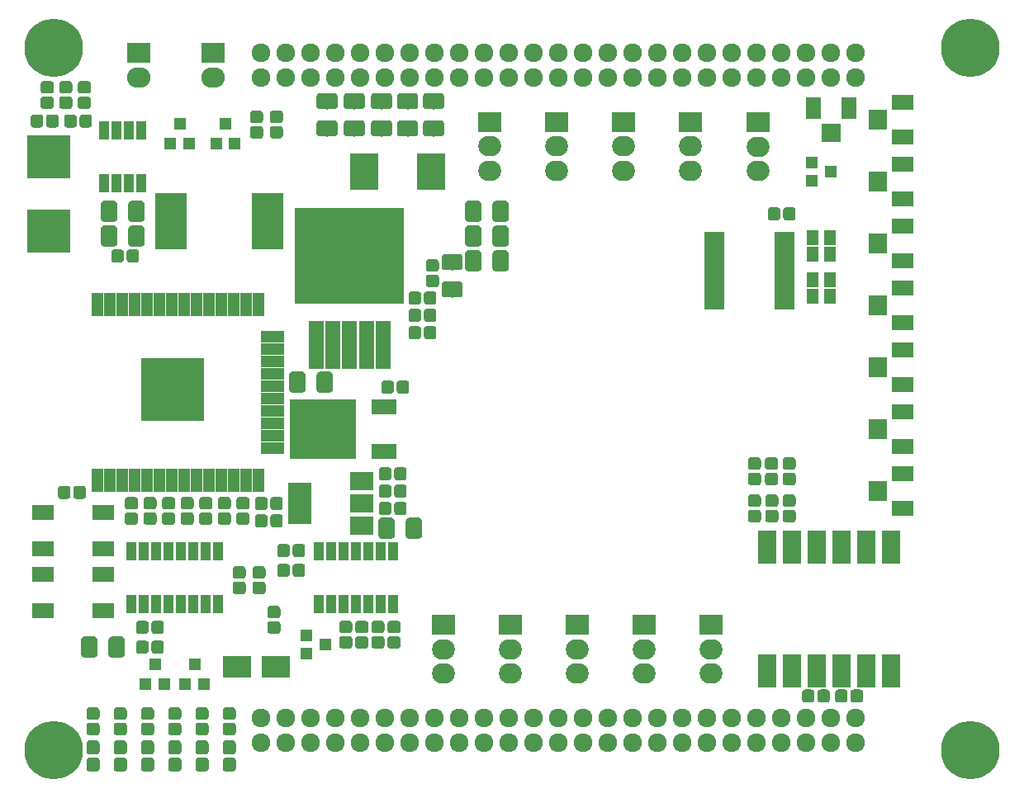
<source format=gbr>
G04 #@! TF.GenerationSoftware,KiCad,Pcbnew,(5.0.0)*
G04 #@! TF.CreationDate,2019-05-21T21:20:10+02:00*
G04 #@! TF.ProjectId,Nightmare V2 pcb V6,4E696768746D61726520563220706362,rev?*
G04 #@! TF.SameCoordinates,Original*
G04 #@! TF.FileFunction,Soldermask,Top*
G04 #@! TF.FilePolarity,Negative*
%FSLAX46Y46*%
G04 Gerber Fmt 4.6, Leading zero omitted, Abs format (unit mm)*
G04 Created by KiCad (PCBNEW (5.0.0)) date 05/21/19 21:20:10*
%MOMM*%
%LPD*%
G01*
G04 APERTURE LIST*
%ADD10C,0.100000*%
%ADD11C,1.275000*%
%ADD12R,1.300000X2.400000*%
%ADD13R,2.400000X1.300000*%
%ADD14R,6.400000X6.400000*%
%ADD15C,1.650000*%
%ADD16R,1.200000X1.300000*%
%ADD17R,3.300000X5.800000*%
%ADD18R,1.500000X5.000000*%
%ADD19R,11.200000X9.800000*%
%ADD20R,2.350000X2.100000*%
%ADD21O,2.350000X2.100000*%
%ADD22R,2.600000X1.600000*%
%ADD23R,6.800000X6.200000*%
%ADD24R,2.900000X3.700000*%
%ADD25C,1.924000*%
%ADD26R,1.924000X3.400000*%
%ADD27R,2.150000X0.850000*%
%ADD28R,2.200000X1.600000*%
%ADD29R,1.950000X1.000000*%
%ADD30R,1.000000X1.950000*%
%ADD31R,1.600000X2.200000*%
%ADD32R,2.900000X2.200000*%
%ADD33C,6.000000*%
%ADD34R,2.200000X1.500000*%
%ADD35R,2.400000X2.100000*%
%ADD36O,2.400000X2.100000*%
%ADD37C,1.350000*%
%ADD38R,1.000000X1.900000*%
%ADD39R,2.400000X4.200000*%
%ADD40R,2.400000X1.900000*%
%ADD41R,1.300000X1.200000*%
%ADD42R,1.200000X0.900000*%
%ADD43R,1.200000X0.800000*%
%ADD44R,4.400000X4.400000*%
G04 APERTURE END LIST*
D10*
G04 #@! TO.C,R30*
G36*
X200793493Y-124814535D02*
X200824435Y-124819125D01*
X200854778Y-124826725D01*
X200884230Y-124837263D01*
X200912508Y-124850638D01*
X200939338Y-124866719D01*
X200964463Y-124885353D01*
X200987640Y-124906360D01*
X201008647Y-124929537D01*
X201027281Y-124954662D01*
X201043362Y-124981492D01*
X201056737Y-125009770D01*
X201067275Y-125039222D01*
X201074875Y-125069565D01*
X201079465Y-125100507D01*
X201081000Y-125131750D01*
X201081000Y-125769250D01*
X201079465Y-125800493D01*
X201074875Y-125831435D01*
X201067275Y-125861778D01*
X201056737Y-125891230D01*
X201043362Y-125919508D01*
X201027281Y-125946338D01*
X201008647Y-125971463D01*
X200987640Y-125994640D01*
X200964463Y-126015647D01*
X200939338Y-126034281D01*
X200912508Y-126050362D01*
X200884230Y-126063737D01*
X200854778Y-126074275D01*
X200824435Y-126081875D01*
X200793493Y-126086465D01*
X200762250Y-126088000D01*
X200049750Y-126088000D01*
X200018507Y-126086465D01*
X199987565Y-126081875D01*
X199957222Y-126074275D01*
X199927770Y-126063737D01*
X199899492Y-126050362D01*
X199872662Y-126034281D01*
X199847537Y-126015647D01*
X199824360Y-125994640D01*
X199803353Y-125971463D01*
X199784719Y-125946338D01*
X199768638Y-125919508D01*
X199755263Y-125891230D01*
X199744725Y-125861778D01*
X199737125Y-125831435D01*
X199732535Y-125800493D01*
X199731000Y-125769250D01*
X199731000Y-125131750D01*
X199732535Y-125100507D01*
X199737125Y-125069565D01*
X199744725Y-125039222D01*
X199755263Y-125009770D01*
X199768638Y-124981492D01*
X199784719Y-124954662D01*
X199803353Y-124929537D01*
X199824360Y-124906360D01*
X199847537Y-124885353D01*
X199872662Y-124866719D01*
X199899492Y-124850638D01*
X199927770Y-124837263D01*
X199957222Y-124826725D01*
X199987565Y-124819125D01*
X200018507Y-124814535D01*
X200049750Y-124813000D01*
X200762250Y-124813000D01*
X200793493Y-124814535D01*
X200793493Y-124814535D01*
G37*
D11*
X200406000Y-125450500D03*
D10*
G36*
X200793493Y-126389535D02*
X200824435Y-126394125D01*
X200854778Y-126401725D01*
X200884230Y-126412263D01*
X200912508Y-126425638D01*
X200939338Y-126441719D01*
X200964463Y-126460353D01*
X200987640Y-126481360D01*
X201008647Y-126504537D01*
X201027281Y-126529662D01*
X201043362Y-126556492D01*
X201056737Y-126584770D01*
X201067275Y-126614222D01*
X201074875Y-126644565D01*
X201079465Y-126675507D01*
X201081000Y-126706750D01*
X201081000Y-127344250D01*
X201079465Y-127375493D01*
X201074875Y-127406435D01*
X201067275Y-127436778D01*
X201056737Y-127466230D01*
X201043362Y-127494508D01*
X201027281Y-127521338D01*
X201008647Y-127546463D01*
X200987640Y-127569640D01*
X200964463Y-127590647D01*
X200939338Y-127609281D01*
X200912508Y-127625362D01*
X200884230Y-127638737D01*
X200854778Y-127649275D01*
X200824435Y-127656875D01*
X200793493Y-127661465D01*
X200762250Y-127663000D01*
X200049750Y-127663000D01*
X200018507Y-127661465D01*
X199987565Y-127656875D01*
X199957222Y-127649275D01*
X199927770Y-127638737D01*
X199899492Y-127625362D01*
X199872662Y-127609281D01*
X199847537Y-127590647D01*
X199824360Y-127569640D01*
X199803353Y-127546463D01*
X199784719Y-127521338D01*
X199768638Y-127494508D01*
X199755263Y-127466230D01*
X199744725Y-127436778D01*
X199737125Y-127406435D01*
X199732535Y-127375493D01*
X199731000Y-127344250D01*
X199731000Y-126706750D01*
X199732535Y-126675507D01*
X199737125Y-126644565D01*
X199744725Y-126614222D01*
X199755263Y-126584770D01*
X199768638Y-126556492D01*
X199784719Y-126529662D01*
X199803353Y-126504537D01*
X199824360Y-126481360D01*
X199847537Y-126460353D01*
X199872662Y-126441719D01*
X199899492Y-126425638D01*
X199927770Y-126412263D01*
X199957222Y-126401725D01*
X199987565Y-126394125D01*
X200018507Y-126389535D01*
X200049750Y-126388000D01*
X200762250Y-126388000D01*
X200793493Y-126389535D01*
X200793493Y-126389535D01*
G37*
D11*
X200406000Y-127025500D03*
G04 #@! TD*
D10*
G04 #@! TO.C,R31*
G36*
X198994494Y-122579535D02*
X199025436Y-122584125D01*
X199055779Y-122591725D01*
X199085231Y-122602263D01*
X199113509Y-122615638D01*
X199140339Y-122631719D01*
X199165464Y-122650353D01*
X199188641Y-122671360D01*
X199209648Y-122694537D01*
X199228282Y-122719662D01*
X199244363Y-122746492D01*
X199257738Y-122774770D01*
X199268276Y-122804222D01*
X199275876Y-122834565D01*
X199280466Y-122865507D01*
X199282001Y-122896750D01*
X199282001Y-123534250D01*
X199280466Y-123565493D01*
X199275876Y-123596435D01*
X199268276Y-123626778D01*
X199257738Y-123656230D01*
X199244363Y-123684508D01*
X199228282Y-123711338D01*
X199209648Y-123736463D01*
X199188641Y-123759640D01*
X199165464Y-123780647D01*
X199140339Y-123799281D01*
X199113509Y-123815362D01*
X199085231Y-123828737D01*
X199055779Y-123839275D01*
X199025436Y-123846875D01*
X198994494Y-123851465D01*
X198963251Y-123853000D01*
X198250751Y-123853000D01*
X198219508Y-123851465D01*
X198188566Y-123846875D01*
X198158223Y-123839275D01*
X198128771Y-123828737D01*
X198100493Y-123815362D01*
X198073663Y-123799281D01*
X198048538Y-123780647D01*
X198025361Y-123759640D01*
X198004354Y-123736463D01*
X197985720Y-123711338D01*
X197969639Y-123684508D01*
X197956264Y-123656230D01*
X197945726Y-123626778D01*
X197938126Y-123596435D01*
X197933536Y-123565493D01*
X197932001Y-123534250D01*
X197932001Y-122896750D01*
X197933536Y-122865507D01*
X197938126Y-122834565D01*
X197945726Y-122804222D01*
X197956264Y-122774770D01*
X197969639Y-122746492D01*
X197985720Y-122719662D01*
X198004354Y-122694537D01*
X198025361Y-122671360D01*
X198048538Y-122650353D01*
X198073663Y-122631719D01*
X198100493Y-122615638D01*
X198128771Y-122602263D01*
X198158223Y-122591725D01*
X198188566Y-122584125D01*
X198219508Y-122579535D01*
X198250751Y-122578000D01*
X198963251Y-122578000D01*
X198994494Y-122579535D01*
X198994494Y-122579535D01*
G37*
D11*
X198607001Y-123215500D03*
D10*
G36*
X198994494Y-121004535D02*
X199025436Y-121009125D01*
X199055779Y-121016725D01*
X199085231Y-121027263D01*
X199113509Y-121040638D01*
X199140339Y-121056719D01*
X199165464Y-121075353D01*
X199188641Y-121096360D01*
X199209648Y-121119537D01*
X199228282Y-121144662D01*
X199244363Y-121171492D01*
X199257738Y-121199770D01*
X199268276Y-121229222D01*
X199275876Y-121259565D01*
X199280466Y-121290507D01*
X199282001Y-121321750D01*
X199282001Y-121959250D01*
X199280466Y-121990493D01*
X199275876Y-122021435D01*
X199268276Y-122051778D01*
X199257738Y-122081230D01*
X199244363Y-122109508D01*
X199228282Y-122136338D01*
X199209648Y-122161463D01*
X199188641Y-122184640D01*
X199165464Y-122205647D01*
X199140339Y-122224281D01*
X199113509Y-122240362D01*
X199085231Y-122253737D01*
X199055779Y-122264275D01*
X199025436Y-122271875D01*
X198994494Y-122276465D01*
X198963251Y-122278000D01*
X198250751Y-122278000D01*
X198219508Y-122276465D01*
X198188566Y-122271875D01*
X198158223Y-122264275D01*
X198128771Y-122253737D01*
X198100493Y-122240362D01*
X198073663Y-122224281D01*
X198048538Y-122205647D01*
X198025361Y-122184640D01*
X198004354Y-122161463D01*
X197985720Y-122136338D01*
X197969639Y-122109508D01*
X197956264Y-122081230D01*
X197945726Y-122051778D01*
X197938126Y-122021435D01*
X197933536Y-121990493D01*
X197932001Y-121959250D01*
X197932001Y-121321750D01*
X197933536Y-121290507D01*
X197938126Y-121259565D01*
X197945726Y-121229222D01*
X197956264Y-121199770D01*
X197969639Y-121171492D01*
X197985720Y-121144662D01*
X198004354Y-121119537D01*
X198025361Y-121096360D01*
X198048538Y-121075353D01*
X198073663Y-121056719D01*
X198100493Y-121040638D01*
X198128771Y-121027263D01*
X198158223Y-121016725D01*
X198188566Y-121009125D01*
X198219508Y-121004535D01*
X198250751Y-121003000D01*
X198963251Y-121003000D01*
X198994494Y-121004535D01*
X198994494Y-121004535D01*
G37*
D11*
X198607001Y-121640500D03*
G04 #@! TD*
D10*
G04 #@! TO.C,R32*
G36*
X200793493Y-121004535D02*
X200824435Y-121009125D01*
X200854778Y-121016725D01*
X200884230Y-121027263D01*
X200912508Y-121040638D01*
X200939338Y-121056719D01*
X200964463Y-121075353D01*
X200987640Y-121096360D01*
X201008647Y-121119537D01*
X201027281Y-121144662D01*
X201043362Y-121171492D01*
X201056737Y-121199770D01*
X201067275Y-121229222D01*
X201074875Y-121259565D01*
X201079465Y-121290507D01*
X201081000Y-121321750D01*
X201081000Y-121959250D01*
X201079465Y-121990493D01*
X201074875Y-122021435D01*
X201067275Y-122051778D01*
X201056737Y-122081230D01*
X201043362Y-122109508D01*
X201027281Y-122136338D01*
X201008647Y-122161463D01*
X200987640Y-122184640D01*
X200964463Y-122205647D01*
X200939338Y-122224281D01*
X200912508Y-122240362D01*
X200884230Y-122253737D01*
X200854778Y-122264275D01*
X200824435Y-122271875D01*
X200793493Y-122276465D01*
X200762250Y-122278000D01*
X200049750Y-122278000D01*
X200018507Y-122276465D01*
X199987565Y-122271875D01*
X199957222Y-122264275D01*
X199927770Y-122253737D01*
X199899492Y-122240362D01*
X199872662Y-122224281D01*
X199847537Y-122205647D01*
X199824360Y-122184640D01*
X199803353Y-122161463D01*
X199784719Y-122136338D01*
X199768638Y-122109508D01*
X199755263Y-122081230D01*
X199744725Y-122051778D01*
X199737125Y-122021435D01*
X199732535Y-121990493D01*
X199731000Y-121959250D01*
X199731000Y-121321750D01*
X199732535Y-121290507D01*
X199737125Y-121259565D01*
X199744725Y-121229222D01*
X199755263Y-121199770D01*
X199768638Y-121171492D01*
X199784719Y-121144662D01*
X199803353Y-121119537D01*
X199824360Y-121096360D01*
X199847537Y-121075353D01*
X199872662Y-121056719D01*
X199899492Y-121040638D01*
X199927770Y-121027263D01*
X199957222Y-121016725D01*
X199987565Y-121009125D01*
X200018507Y-121004535D01*
X200049750Y-121003000D01*
X200762250Y-121003000D01*
X200793493Y-121004535D01*
X200793493Y-121004535D01*
G37*
D11*
X200406000Y-121640500D03*
D10*
G36*
X200793493Y-122579535D02*
X200824435Y-122584125D01*
X200854778Y-122591725D01*
X200884230Y-122602263D01*
X200912508Y-122615638D01*
X200939338Y-122631719D01*
X200964463Y-122650353D01*
X200987640Y-122671360D01*
X201008647Y-122694537D01*
X201027281Y-122719662D01*
X201043362Y-122746492D01*
X201056737Y-122774770D01*
X201067275Y-122804222D01*
X201074875Y-122834565D01*
X201079465Y-122865507D01*
X201081000Y-122896750D01*
X201081000Y-123534250D01*
X201079465Y-123565493D01*
X201074875Y-123596435D01*
X201067275Y-123626778D01*
X201056737Y-123656230D01*
X201043362Y-123684508D01*
X201027281Y-123711338D01*
X201008647Y-123736463D01*
X200987640Y-123759640D01*
X200964463Y-123780647D01*
X200939338Y-123799281D01*
X200912508Y-123815362D01*
X200884230Y-123828737D01*
X200854778Y-123839275D01*
X200824435Y-123846875D01*
X200793493Y-123851465D01*
X200762250Y-123853000D01*
X200049750Y-123853000D01*
X200018507Y-123851465D01*
X199987565Y-123846875D01*
X199957222Y-123839275D01*
X199927770Y-123828737D01*
X199899492Y-123815362D01*
X199872662Y-123799281D01*
X199847537Y-123780647D01*
X199824360Y-123759640D01*
X199803353Y-123736463D01*
X199784719Y-123711338D01*
X199768638Y-123684508D01*
X199755263Y-123656230D01*
X199744725Y-123626778D01*
X199737125Y-123596435D01*
X199732535Y-123565493D01*
X199731000Y-123534250D01*
X199731000Y-122896750D01*
X199732535Y-122865507D01*
X199737125Y-122834565D01*
X199744725Y-122804222D01*
X199755263Y-122774770D01*
X199768638Y-122746492D01*
X199784719Y-122719662D01*
X199803353Y-122694537D01*
X199824360Y-122671360D01*
X199847537Y-122650353D01*
X199872662Y-122631719D01*
X199899492Y-122615638D01*
X199927770Y-122602263D01*
X199957222Y-122591725D01*
X199987565Y-122584125D01*
X200018507Y-122579535D01*
X200049750Y-122578000D01*
X200762250Y-122578000D01*
X200793493Y-122579535D01*
X200793493Y-122579535D01*
G37*
D11*
X200406000Y-123215500D03*
G04 #@! TD*
D10*
G04 #@! TO.C,R16*
G36*
X199015493Y-126389535D02*
X199046435Y-126394125D01*
X199076778Y-126401725D01*
X199106230Y-126412263D01*
X199134508Y-126425638D01*
X199161338Y-126441719D01*
X199186463Y-126460353D01*
X199209640Y-126481360D01*
X199230647Y-126504537D01*
X199249281Y-126529662D01*
X199265362Y-126556492D01*
X199278737Y-126584770D01*
X199289275Y-126614222D01*
X199296875Y-126644565D01*
X199301465Y-126675507D01*
X199303000Y-126706750D01*
X199303000Y-127344250D01*
X199301465Y-127375493D01*
X199296875Y-127406435D01*
X199289275Y-127436778D01*
X199278737Y-127466230D01*
X199265362Y-127494508D01*
X199249281Y-127521338D01*
X199230647Y-127546463D01*
X199209640Y-127569640D01*
X199186463Y-127590647D01*
X199161338Y-127609281D01*
X199134508Y-127625362D01*
X199106230Y-127638737D01*
X199076778Y-127649275D01*
X199046435Y-127656875D01*
X199015493Y-127661465D01*
X198984250Y-127663000D01*
X198271750Y-127663000D01*
X198240507Y-127661465D01*
X198209565Y-127656875D01*
X198179222Y-127649275D01*
X198149770Y-127638737D01*
X198121492Y-127625362D01*
X198094662Y-127609281D01*
X198069537Y-127590647D01*
X198046360Y-127569640D01*
X198025353Y-127546463D01*
X198006719Y-127521338D01*
X197990638Y-127494508D01*
X197977263Y-127466230D01*
X197966725Y-127436778D01*
X197959125Y-127406435D01*
X197954535Y-127375493D01*
X197953000Y-127344250D01*
X197953000Y-126706750D01*
X197954535Y-126675507D01*
X197959125Y-126644565D01*
X197966725Y-126614222D01*
X197977263Y-126584770D01*
X197990638Y-126556492D01*
X198006719Y-126529662D01*
X198025353Y-126504537D01*
X198046360Y-126481360D01*
X198069537Y-126460353D01*
X198094662Y-126441719D01*
X198121492Y-126425638D01*
X198149770Y-126412263D01*
X198179222Y-126401725D01*
X198209565Y-126394125D01*
X198240507Y-126389535D01*
X198271750Y-126388000D01*
X198984250Y-126388000D01*
X199015493Y-126389535D01*
X199015493Y-126389535D01*
G37*
D11*
X198628000Y-127025500D03*
D10*
G36*
X199015493Y-124814535D02*
X199046435Y-124819125D01*
X199076778Y-124826725D01*
X199106230Y-124837263D01*
X199134508Y-124850638D01*
X199161338Y-124866719D01*
X199186463Y-124885353D01*
X199209640Y-124906360D01*
X199230647Y-124929537D01*
X199249281Y-124954662D01*
X199265362Y-124981492D01*
X199278737Y-125009770D01*
X199289275Y-125039222D01*
X199296875Y-125069565D01*
X199301465Y-125100507D01*
X199303000Y-125131750D01*
X199303000Y-125769250D01*
X199301465Y-125800493D01*
X199296875Y-125831435D01*
X199289275Y-125861778D01*
X199278737Y-125891230D01*
X199265362Y-125919508D01*
X199249281Y-125946338D01*
X199230647Y-125971463D01*
X199209640Y-125994640D01*
X199186463Y-126015647D01*
X199161338Y-126034281D01*
X199134508Y-126050362D01*
X199106230Y-126063737D01*
X199076778Y-126074275D01*
X199046435Y-126081875D01*
X199015493Y-126086465D01*
X198984250Y-126088000D01*
X198271750Y-126088000D01*
X198240507Y-126086465D01*
X198209565Y-126081875D01*
X198179222Y-126074275D01*
X198149770Y-126063737D01*
X198121492Y-126050362D01*
X198094662Y-126034281D01*
X198069537Y-126015647D01*
X198046360Y-125994640D01*
X198025353Y-125971463D01*
X198006719Y-125946338D01*
X197990638Y-125919508D01*
X197977263Y-125891230D01*
X197966725Y-125861778D01*
X197959125Y-125831435D01*
X197954535Y-125800493D01*
X197953000Y-125769250D01*
X197953000Y-125131750D01*
X197954535Y-125100507D01*
X197959125Y-125069565D01*
X197966725Y-125039222D01*
X197977263Y-125009770D01*
X197990638Y-124981492D01*
X198006719Y-124954662D01*
X198025353Y-124929537D01*
X198046360Y-124906360D01*
X198069537Y-124885353D01*
X198094662Y-124866719D01*
X198121492Y-124850638D01*
X198149770Y-124837263D01*
X198179222Y-124826725D01*
X198209565Y-124819125D01*
X198240507Y-124814535D01*
X198271750Y-124813000D01*
X198984250Y-124813000D01*
X199015493Y-124814535D01*
X199015493Y-124814535D01*
G37*
D11*
X198628000Y-125450500D03*
G04 #@! TD*
D10*
G04 #@! TO.C,R14*
G36*
X197237493Y-124814535D02*
X197268435Y-124819125D01*
X197298778Y-124826725D01*
X197328230Y-124837263D01*
X197356508Y-124850638D01*
X197383338Y-124866719D01*
X197408463Y-124885353D01*
X197431640Y-124906360D01*
X197452647Y-124929537D01*
X197471281Y-124954662D01*
X197487362Y-124981492D01*
X197500737Y-125009770D01*
X197511275Y-125039222D01*
X197518875Y-125069565D01*
X197523465Y-125100507D01*
X197525000Y-125131750D01*
X197525000Y-125769250D01*
X197523465Y-125800493D01*
X197518875Y-125831435D01*
X197511275Y-125861778D01*
X197500737Y-125891230D01*
X197487362Y-125919508D01*
X197471281Y-125946338D01*
X197452647Y-125971463D01*
X197431640Y-125994640D01*
X197408463Y-126015647D01*
X197383338Y-126034281D01*
X197356508Y-126050362D01*
X197328230Y-126063737D01*
X197298778Y-126074275D01*
X197268435Y-126081875D01*
X197237493Y-126086465D01*
X197206250Y-126088000D01*
X196493750Y-126088000D01*
X196462507Y-126086465D01*
X196431565Y-126081875D01*
X196401222Y-126074275D01*
X196371770Y-126063737D01*
X196343492Y-126050362D01*
X196316662Y-126034281D01*
X196291537Y-126015647D01*
X196268360Y-125994640D01*
X196247353Y-125971463D01*
X196228719Y-125946338D01*
X196212638Y-125919508D01*
X196199263Y-125891230D01*
X196188725Y-125861778D01*
X196181125Y-125831435D01*
X196176535Y-125800493D01*
X196175000Y-125769250D01*
X196175000Y-125131750D01*
X196176535Y-125100507D01*
X196181125Y-125069565D01*
X196188725Y-125039222D01*
X196199263Y-125009770D01*
X196212638Y-124981492D01*
X196228719Y-124954662D01*
X196247353Y-124929537D01*
X196268360Y-124906360D01*
X196291537Y-124885353D01*
X196316662Y-124866719D01*
X196343492Y-124850638D01*
X196371770Y-124837263D01*
X196401222Y-124826725D01*
X196431565Y-124819125D01*
X196462507Y-124814535D01*
X196493750Y-124813000D01*
X197206250Y-124813000D01*
X197237493Y-124814535D01*
X197237493Y-124814535D01*
G37*
D11*
X196850000Y-125450500D03*
D10*
G36*
X197237493Y-126389535D02*
X197268435Y-126394125D01*
X197298778Y-126401725D01*
X197328230Y-126412263D01*
X197356508Y-126425638D01*
X197383338Y-126441719D01*
X197408463Y-126460353D01*
X197431640Y-126481360D01*
X197452647Y-126504537D01*
X197471281Y-126529662D01*
X197487362Y-126556492D01*
X197500737Y-126584770D01*
X197511275Y-126614222D01*
X197518875Y-126644565D01*
X197523465Y-126675507D01*
X197525000Y-126706750D01*
X197525000Y-127344250D01*
X197523465Y-127375493D01*
X197518875Y-127406435D01*
X197511275Y-127436778D01*
X197500737Y-127466230D01*
X197487362Y-127494508D01*
X197471281Y-127521338D01*
X197452647Y-127546463D01*
X197431640Y-127569640D01*
X197408463Y-127590647D01*
X197383338Y-127609281D01*
X197356508Y-127625362D01*
X197328230Y-127638737D01*
X197298778Y-127649275D01*
X197268435Y-127656875D01*
X197237493Y-127661465D01*
X197206250Y-127663000D01*
X196493750Y-127663000D01*
X196462507Y-127661465D01*
X196431565Y-127656875D01*
X196401222Y-127649275D01*
X196371770Y-127638737D01*
X196343492Y-127625362D01*
X196316662Y-127609281D01*
X196291537Y-127590647D01*
X196268360Y-127569640D01*
X196247353Y-127546463D01*
X196228719Y-127521338D01*
X196212638Y-127494508D01*
X196199263Y-127466230D01*
X196188725Y-127436778D01*
X196181125Y-127406435D01*
X196176535Y-127375493D01*
X196175000Y-127344250D01*
X196175000Y-126706750D01*
X196176535Y-126675507D01*
X196181125Y-126644565D01*
X196188725Y-126614222D01*
X196199263Y-126584770D01*
X196212638Y-126556492D01*
X196228719Y-126529662D01*
X196247353Y-126504537D01*
X196268360Y-126481360D01*
X196291537Y-126460353D01*
X196316662Y-126441719D01*
X196343492Y-126425638D01*
X196371770Y-126412263D01*
X196401222Y-126401725D01*
X196431565Y-126394125D01*
X196462507Y-126389535D01*
X196493750Y-126388000D01*
X197206250Y-126388000D01*
X197237493Y-126389535D01*
X197237493Y-126389535D01*
G37*
D11*
X196850000Y-127025500D03*
G04 #@! TD*
D10*
G04 #@! TO.C,R13*
G36*
X197237493Y-122579535D02*
X197268435Y-122584125D01*
X197298778Y-122591725D01*
X197328230Y-122602263D01*
X197356508Y-122615638D01*
X197383338Y-122631719D01*
X197408463Y-122650353D01*
X197431640Y-122671360D01*
X197452647Y-122694537D01*
X197471281Y-122719662D01*
X197487362Y-122746492D01*
X197500737Y-122774770D01*
X197511275Y-122804222D01*
X197518875Y-122834565D01*
X197523465Y-122865507D01*
X197525000Y-122896750D01*
X197525000Y-123534250D01*
X197523465Y-123565493D01*
X197518875Y-123596435D01*
X197511275Y-123626778D01*
X197500737Y-123656230D01*
X197487362Y-123684508D01*
X197471281Y-123711338D01*
X197452647Y-123736463D01*
X197431640Y-123759640D01*
X197408463Y-123780647D01*
X197383338Y-123799281D01*
X197356508Y-123815362D01*
X197328230Y-123828737D01*
X197298778Y-123839275D01*
X197268435Y-123846875D01*
X197237493Y-123851465D01*
X197206250Y-123853000D01*
X196493750Y-123853000D01*
X196462507Y-123851465D01*
X196431565Y-123846875D01*
X196401222Y-123839275D01*
X196371770Y-123828737D01*
X196343492Y-123815362D01*
X196316662Y-123799281D01*
X196291537Y-123780647D01*
X196268360Y-123759640D01*
X196247353Y-123736463D01*
X196228719Y-123711338D01*
X196212638Y-123684508D01*
X196199263Y-123656230D01*
X196188725Y-123626778D01*
X196181125Y-123596435D01*
X196176535Y-123565493D01*
X196175000Y-123534250D01*
X196175000Y-122896750D01*
X196176535Y-122865507D01*
X196181125Y-122834565D01*
X196188725Y-122804222D01*
X196199263Y-122774770D01*
X196212638Y-122746492D01*
X196228719Y-122719662D01*
X196247353Y-122694537D01*
X196268360Y-122671360D01*
X196291537Y-122650353D01*
X196316662Y-122631719D01*
X196343492Y-122615638D01*
X196371770Y-122602263D01*
X196401222Y-122591725D01*
X196431565Y-122584125D01*
X196462507Y-122579535D01*
X196493750Y-122578000D01*
X197206250Y-122578000D01*
X197237493Y-122579535D01*
X197237493Y-122579535D01*
G37*
D11*
X196850000Y-123215500D03*
D10*
G36*
X197237493Y-121004535D02*
X197268435Y-121009125D01*
X197298778Y-121016725D01*
X197328230Y-121027263D01*
X197356508Y-121040638D01*
X197383338Y-121056719D01*
X197408463Y-121075353D01*
X197431640Y-121096360D01*
X197452647Y-121119537D01*
X197471281Y-121144662D01*
X197487362Y-121171492D01*
X197500737Y-121199770D01*
X197511275Y-121229222D01*
X197518875Y-121259565D01*
X197523465Y-121290507D01*
X197525000Y-121321750D01*
X197525000Y-121959250D01*
X197523465Y-121990493D01*
X197518875Y-122021435D01*
X197511275Y-122051778D01*
X197500737Y-122081230D01*
X197487362Y-122109508D01*
X197471281Y-122136338D01*
X197452647Y-122161463D01*
X197431640Y-122184640D01*
X197408463Y-122205647D01*
X197383338Y-122224281D01*
X197356508Y-122240362D01*
X197328230Y-122253737D01*
X197298778Y-122264275D01*
X197268435Y-122271875D01*
X197237493Y-122276465D01*
X197206250Y-122278000D01*
X196493750Y-122278000D01*
X196462507Y-122276465D01*
X196431565Y-122271875D01*
X196401222Y-122264275D01*
X196371770Y-122253737D01*
X196343492Y-122240362D01*
X196316662Y-122224281D01*
X196291537Y-122205647D01*
X196268360Y-122184640D01*
X196247353Y-122161463D01*
X196228719Y-122136338D01*
X196212638Y-122109508D01*
X196199263Y-122081230D01*
X196188725Y-122051778D01*
X196181125Y-122021435D01*
X196176535Y-121990493D01*
X196175000Y-121959250D01*
X196175000Y-121321750D01*
X196176535Y-121290507D01*
X196181125Y-121259565D01*
X196188725Y-121229222D01*
X196199263Y-121199770D01*
X196212638Y-121171492D01*
X196228719Y-121144662D01*
X196247353Y-121119537D01*
X196268360Y-121096360D01*
X196291537Y-121075353D01*
X196316662Y-121056719D01*
X196343492Y-121040638D01*
X196371770Y-121027263D01*
X196401222Y-121016725D01*
X196431565Y-121009125D01*
X196462507Y-121004535D01*
X196493750Y-121003000D01*
X197206250Y-121003000D01*
X197237493Y-121004535D01*
X197237493Y-121004535D01*
G37*
D11*
X196850000Y-121640500D03*
G04 #@! TD*
D12*
G04 #@! TO.C,M1*
X129460000Y-123346000D03*
X130730000Y-123346000D03*
X132000000Y-123346000D03*
X133270000Y-123346000D03*
X134540000Y-123346000D03*
X135810000Y-123346000D03*
X137080000Y-123346000D03*
X138350000Y-123346000D03*
X139620000Y-123346000D03*
X140890000Y-123346000D03*
X142160000Y-123346000D03*
X143430000Y-123346000D03*
X144700000Y-123346000D03*
X145970000Y-123346000D03*
X129460000Y-105346000D03*
X145970000Y-105346000D03*
X144700000Y-105346000D03*
X143430000Y-105346000D03*
X142160000Y-105346000D03*
X140890000Y-105346000D03*
X139620000Y-105346000D03*
X138350000Y-105346000D03*
X137080000Y-105346000D03*
X135810000Y-105346000D03*
X134540000Y-105346000D03*
X133270000Y-105346000D03*
X132000000Y-105346000D03*
X130730000Y-105346000D03*
D13*
X147460000Y-120061000D03*
X147460000Y-118776000D03*
X147460000Y-117521000D03*
X147460000Y-116251000D03*
X147460000Y-114981000D03*
X147460000Y-113711000D03*
X147460000Y-112441000D03*
X147460000Y-111171000D03*
X147460000Y-109901000D03*
X147460000Y-108631000D03*
D14*
X137160000Y-114046000D03*
G04 #@! TD*
D10*
G04 #@! TO.C,C47*
G36*
X131975346Y-139388589D02*
X132007380Y-139393341D01*
X132038794Y-139401210D01*
X132069286Y-139412120D01*
X132098561Y-139425966D01*
X132126338Y-139442615D01*
X132152350Y-139461907D01*
X132176345Y-139483655D01*
X132198093Y-139507650D01*
X132217385Y-139533662D01*
X132234034Y-139561439D01*
X132247880Y-139590714D01*
X132258790Y-139621206D01*
X132266659Y-139652620D01*
X132271411Y-139684654D01*
X132273000Y-139717000D01*
X132273000Y-141207000D01*
X132271411Y-141239346D01*
X132266659Y-141271380D01*
X132258790Y-141302794D01*
X132247880Y-141333286D01*
X132234034Y-141362561D01*
X132217385Y-141390338D01*
X132198093Y-141416350D01*
X132176345Y-141440345D01*
X132152350Y-141462093D01*
X132126338Y-141481385D01*
X132098561Y-141498034D01*
X132069286Y-141511880D01*
X132038794Y-141522790D01*
X132007380Y-141530659D01*
X131975346Y-141535411D01*
X131943000Y-141537000D01*
X130953000Y-141537000D01*
X130920654Y-141535411D01*
X130888620Y-141530659D01*
X130857206Y-141522790D01*
X130826714Y-141511880D01*
X130797439Y-141498034D01*
X130769662Y-141481385D01*
X130743650Y-141462093D01*
X130719655Y-141440345D01*
X130697907Y-141416350D01*
X130678615Y-141390338D01*
X130661966Y-141362561D01*
X130648120Y-141333286D01*
X130637210Y-141302794D01*
X130629341Y-141271380D01*
X130624589Y-141239346D01*
X130623000Y-141207000D01*
X130623000Y-139717000D01*
X130624589Y-139684654D01*
X130629341Y-139652620D01*
X130637210Y-139621206D01*
X130648120Y-139590714D01*
X130661966Y-139561439D01*
X130678615Y-139533662D01*
X130697907Y-139507650D01*
X130719655Y-139483655D01*
X130743650Y-139461907D01*
X130769662Y-139442615D01*
X130797439Y-139425966D01*
X130826714Y-139412120D01*
X130857206Y-139401210D01*
X130888620Y-139393341D01*
X130920654Y-139388589D01*
X130953000Y-139387000D01*
X131943000Y-139387000D01*
X131975346Y-139388589D01*
X131975346Y-139388589D01*
G37*
D15*
X131448000Y-140462000D03*
D10*
G36*
X129175346Y-139388589D02*
X129207380Y-139393341D01*
X129238794Y-139401210D01*
X129269286Y-139412120D01*
X129298561Y-139425966D01*
X129326338Y-139442615D01*
X129352350Y-139461907D01*
X129376345Y-139483655D01*
X129398093Y-139507650D01*
X129417385Y-139533662D01*
X129434034Y-139561439D01*
X129447880Y-139590714D01*
X129458790Y-139621206D01*
X129466659Y-139652620D01*
X129471411Y-139684654D01*
X129473000Y-139717000D01*
X129473000Y-141207000D01*
X129471411Y-141239346D01*
X129466659Y-141271380D01*
X129458790Y-141302794D01*
X129447880Y-141333286D01*
X129434034Y-141362561D01*
X129417385Y-141390338D01*
X129398093Y-141416350D01*
X129376345Y-141440345D01*
X129352350Y-141462093D01*
X129326338Y-141481385D01*
X129298561Y-141498034D01*
X129269286Y-141511880D01*
X129238794Y-141522790D01*
X129207380Y-141530659D01*
X129175346Y-141535411D01*
X129143000Y-141537000D01*
X128153000Y-141537000D01*
X128120654Y-141535411D01*
X128088620Y-141530659D01*
X128057206Y-141522790D01*
X128026714Y-141511880D01*
X127997439Y-141498034D01*
X127969662Y-141481385D01*
X127943650Y-141462093D01*
X127919655Y-141440345D01*
X127897907Y-141416350D01*
X127878615Y-141390338D01*
X127861966Y-141362561D01*
X127848120Y-141333286D01*
X127837210Y-141302794D01*
X127829341Y-141271380D01*
X127824589Y-141239346D01*
X127823000Y-141207000D01*
X127823000Y-139717000D01*
X127824589Y-139684654D01*
X127829341Y-139652620D01*
X127837210Y-139621206D01*
X127848120Y-139590714D01*
X127861966Y-139561439D01*
X127878615Y-139533662D01*
X127897907Y-139507650D01*
X127919655Y-139483655D01*
X127943650Y-139461907D01*
X127969662Y-139442615D01*
X127997439Y-139425966D01*
X128026714Y-139412120D01*
X128057206Y-139401210D01*
X128088620Y-139393341D01*
X128120654Y-139388589D01*
X128153000Y-139387000D01*
X129143000Y-139387000D01*
X129175346Y-139388589D01*
X129175346Y-139388589D01*
G37*
D15*
X128648000Y-140462000D03*
G04 #@! TD*
D16*
G04 #@! TO.C,Q4*
X142621000Y-86781000D03*
X143571000Y-88781000D03*
X141671000Y-88781000D03*
G04 #@! TD*
G04 #@! TO.C,Q3*
X136981000Y-88781000D03*
X138881000Y-88781000D03*
X137931000Y-86781000D03*
G04 #@! TD*
D10*
G04 #@! TO.C,R11*
G36*
X206115293Y-144817735D02*
X206146235Y-144822325D01*
X206176578Y-144829925D01*
X206206030Y-144840463D01*
X206234308Y-144853838D01*
X206261138Y-144869919D01*
X206286263Y-144888553D01*
X206309440Y-144909560D01*
X206330447Y-144932737D01*
X206349081Y-144957862D01*
X206365162Y-144984692D01*
X206378537Y-145012970D01*
X206389075Y-145042422D01*
X206396675Y-145072765D01*
X206401265Y-145103707D01*
X206402800Y-145134950D01*
X206402800Y-145847450D01*
X206401265Y-145878693D01*
X206396675Y-145909635D01*
X206389075Y-145939978D01*
X206378537Y-145969430D01*
X206365162Y-145997708D01*
X206349081Y-146024538D01*
X206330447Y-146049663D01*
X206309440Y-146072840D01*
X206286263Y-146093847D01*
X206261138Y-146112481D01*
X206234308Y-146128562D01*
X206206030Y-146141937D01*
X206176578Y-146152475D01*
X206146235Y-146160075D01*
X206115293Y-146164665D01*
X206084050Y-146166200D01*
X205446550Y-146166200D01*
X205415307Y-146164665D01*
X205384365Y-146160075D01*
X205354022Y-146152475D01*
X205324570Y-146141937D01*
X205296292Y-146128562D01*
X205269462Y-146112481D01*
X205244337Y-146093847D01*
X205221160Y-146072840D01*
X205200153Y-146049663D01*
X205181519Y-146024538D01*
X205165438Y-145997708D01*
X205152063Y-145969430D01*
X205141525Y-145939978D01*
X205133925Y-145909635D01*
X205129335Y-145878693D01*
X205127800Y-145847450D01*
X205127800Y-145134950D01*
X205129335Y-145103707D01*
X205133925Y-145072765D01*
X205141525Y-145042422D01*
X205152063Y-145012970D01*
X205165438Y-144984692D01*
X205181519Y-144957862D01*
X205200153Y-144932737D01*
X205221160Y-144909560D01*
X205244337Y-144888553D01*
X205269462Y-144869919D01*
X205296292Y-144853838D01*
X205324570Y-144840463D01*
X205354022Y-144829925D01*
X205384365Y-144822325D01*
X205415307Y-144817735D01*
X205446550Y-144816200D01*
X206084050Y-144816200D01*
X206115293Y-144817735D01*
X206115293Y-144817735D01*
G37*
D11*
X205765300Y-145491200D03*
D10*
G36*
X207690293Y-144817735D02*
X207721235Y-144822325D01*
X207751578Y-144829925D01*
X207781030Y-144840463D01*
X207809308Y-144853838D01*
X207836138Y-144869919D01*
X207861263Y-144888553D01*
X207884440Y-144909560D01*
X207905447Y-144932737D01*
X207924081Y-144957862D01*
X207940162Y-144984692D01*
X207953537Y-145012970D01*
X207964075Y-145042422D01*
X207971675Y-145072765D01*
X207976265Y-145103707D01*
X207977800Y-145134950D01*
X207977800Y-145847450D01*
X207976265Y-145878693D01*
X207971675Y-145909635D01*
X207964075Y-145939978D01*
X207953537Y-145969430D01*
X207940162Y-145997708D01*
X207924081Y-146024538D01*
X207905447Y-146049663D01*
X207884440Y-146072840D01*
X207861263Y-146093847D01*
X207836138Y-146112481D01*
X207809308Y-146128562D01*
X207781030Y-146141937D01*
X207751578Y-146152475D01*
X207721235Y-146160075D01*
X207690293Y-146164665D01*
X207659050Y-146166200D01*
X207021550Y-146166200D01*
X206990307Y-146164665D01*
X206959365Y-146160075D01*
X206929022Y-146152475D01*
X206899570Y-146141937D01*
X206871292Y-146128562D01*
X206844462Y-146112481D01*
X206819337Y-146093847D01*
X206796160Y-146072840D01*
X206775153Y-146049663D01*
X206756519Y-146024538D01*
X206740438Y-145997708D01*
X206727063Y-145969430D01*
X206716525Y-145939978D01*
X206708925Y-145909635D01*
X206704335Y-145878693D01*
X206702800Y-145847450D01*
X206702800Y-145134950D01*
X206704335Y-145103707D01*
X206708925Y-145072765D01*
X206716525Y-145042422D01*
X206727063Y-145012970D01*
X206740438Y-144984692D01*
X206756519Y-144957862D01*
X206775153Y-144932737D01*
X206796160Y-144909560D01*
X206819337Y-144888553D01*
X206844462Y-144869919D01*
X206871292Y-144853838D01*
X206899570Y-144840463D01*
X206929022Y-144829925D01*
X206959365Y-144822325D01*
X206990307Y-144817735D01*
X207021550Y-144816200D01*
X207659050Y-144816200D01*
X207690293Y-144817735D01*
X207690293Y-144817735D01*
G37*
D11*
X207340300Y-145491200D03*
G04 #@! TD*
D10*
G04 #@! TO.C,R10*
G36*
X204286693Y-144817735D02*
X204317635Y-144822325D01*
X204347978Y-144829925D01*
X204377430Y-144840463D01*
X204405708Y-144853838D01*
X204432538Y-144869919D01*
X204457663Y-144888553D01*
X204480840Y-144909560D01*
X204501847Y-144932737D01*
X204520481Y-144957862D01*
X204536562Y-144984692D01*
X204549937Y-145012970D01*
X204560475Y-145042422D01*
X204568075Y-145072765D01*
X204572665Y-145103707D01*
X204574200Y-145134950D01*
X204574200Y-145847450D01*
X204572665Y-145878693D01*
X204568075Y-145909635D01*
X204560475Y-145939978D01*
X204549937Y-145969430D01*
X204536562Y-145997708D01*
X204520481Y-146024538D01*
X204501847Y-146049663D01*
X204480840Y-146072840D01*
X204457663Y-146093847D01*
X204432538Y-146112481D01*
X204405708Y-146128562D01*
X204377430Y-146141937D01*
X204347978Y-146152475D01*
X204317635Y-146160075D01*
X204286693Y-146164665D01*
X204255450Y-146166200D01*
X203617950Y-146166200D01*
X203586707Y-146164665D01*
X203555765Y-146160075D01*
X203525422Y-146152475D01*
X203495970Y-146141937D01*
X203467692Y-146128562D01*
X203440862Y-146112481D01*
X203415737Y-146093847D01*
X203392560Y-146072840D01*
X203371553Y-146049663D01*
X203352919Y-146024538D01*
X203336838Y-145997708D01*
X203323463Y-145969430D01*
X203312925Y-145939978D01*
X203305325Y-145909635D01*
X203300735Y-145878693D01*
X203299200Y-145847450D01*
X203299200Y-145134950D01*
X203300735Y-145103707D01*
X203305325Y-145072765D01*
X203312925Y-145042422D01*
X203323463Y-145012970D01*
X203336838Y-144984692D01*
X203352919Y-144957862D01*
X203371553Y-144932737D01*
X203392560Y-144909560D01*
X203415737Y-144888553D01*
X203440862Y-144869919D01*
X203467692Y-144853838D01*
X203495970Y-144840463D01*
X203525422Y-144829925D01*
X203555765Y-144822325D01*
X203586707Y-144817735D01*
X203617950Y-144816200D01*
X204255450Y-144816200D01*
X204286693Y-144817735D01*
X204286693Y-144817735D01*
G37*
D11*
X203936700Y-145491200D03*
D10*
G36*
X202711693Y-144817735D02*
X202742635Y-144822325D01*
X202772978Y-144829925D01*
X202802430Y-144840463D01*
X202830708Y-144853838D01*
X202857538Y-144869919D01*
X202882663Y-144888553D01*
X202905840Y-144909560D01*
X202926847Y-144932737D01*
X202945481Y-144957862D01*
X202961562Y-144984692D01*
X202974937Y-145012970D01*
X202985475Y-145042422D01*
X202993075Y-145072765D01*
X202997665Y-145103707D01*
X202999200Y-145134950D01*
X202999200Y-145847450D01*
X202997665Y-145878693D01*
X202993075Y-145909635D01*
X202985475Y-145939978D01*
X202974937Y-145969430D01*
X202961562Y-145997708D01*
X202945481Y-146024538D01*
X202926847Y-146049663D01*
X202905840Y-146072840D01*
X202882663Y-146093847D01*
X202857538Y-146112481D01*
X202830708Y-146128562D01*
X202802430Y-146141937D01*
X202772978Y-146152475D01*
X202742635Y-146160075D01*
X202711693Y-146164665D01*
X202680450Y-146166200D01*
X202042950Y-146166200D01*
X202011707Y-146164665D01*
X201980765Y-146160075D01*
X201950422Y-146152475D01*
X201920970Y-146141937D01*
X201892692Y-146128562D01*
X201865862Y-146112481D01*
X201840737Y-146093847D01*
X201817560Y-146072840D01*
X201796553Y-146049663D01*
X201777919Y-146024538D01*
X201761838Y-145997708D01*
X201748463Y-145969430D01*
X201737925Y-145939978D01*
X201730325Y-145909635D01*
X201725735Y-145878693D01*
X201724200Y-145847450D01*
X201724200Y-145134950D01*
X201725735Y-145103707D01*
X201730325Y-145072765D01*
X201737925Y-145042422D01*
X201748463Y-145012970D01*
X201761838Y-144984692D01*
X201777919Y-144957862D01*
X201796553Y-144932737D01*
X201817560Y-144909560D01*
X201840737Y-144888553D01*
X201865862Y-144869919D01*
X201892692Y-144853838D01*
X201920970Y-144840463D01*
X201950422Y-144829925D01*
X201980765Y-144822325D01*
X202011707Y-144817735D01*
X202042950Y-144816200D01*
X202680450Y-144816200D01*
X202711693Y-144817735D01*
X202711693Y-144817735D01*
G37*
D11*
X202361700Y-145491200D03*
G04 #@! TD*
D10*
G04 #@! TO.C,C24*
G36*
X133471493Y-99656535D02*
X133502435Y-99661125D01*
X133532778Y-99668725D01*
X133562230Y-99679263D01*
X133590508Y-99692638D01*
X133617338Y-99708719D01*
X133642463Y-99727353D01*
X133665640Y-99748360D01*
X133686647Y-99771537D01*
X133705281Y-99796662D01*
X133721362Y-99823492D01*
X133734737Y-99851770D01*
X133745275Y-99881222D01*
X133752875Y-99911565D01*
X133757465Y-99942507D01*
X133759000Y-99973750D01*
X133759000Y-100686250D01*
X133757465Y-100717493D01*
X133752875Y-100748435D01*
X133745275Y-100778778D01*
X133734737Y-100808230D01*
X133721362Y-100836508D01*
X133705281Y-100863338D01*
X133686647Y-100888463D01*
X133665640Y-100911640D01*
X133642463Y-100932647D01*
X133617338Y-100951281D01*
X133590508Y-100967362D01*
X133562230Y-100980737D01*
X133532778Y-100991275D01*
X133502435Y-100998875D01*
X133471493Y-101003465D01*
X133440250Y-101005000D01*
X132802750Y-101005000D01*
X132771507Y-101003465D01*
X132740565Y-100998875D01*
X132710222Y-100991275D01*
X132680770Y-100980737D01*
X132652492Y-100967362D01*
X132625662Y-100951281D01*
X132600537Y-100932647D01*
X132577360Y-100911640D01*
X132556353Y-100888463D01*
X132537719Y-100863338D01*
X132521638Y-100836508D01*
X132508263Y-100808230D01*
X132497725Y-100778778D01*
X132490125Y-100748435D01*
X132485535Y-100717493D01*
X132484000Y-100686250D01*
X132484000Y-99973750D01*
X132485535Y-99942507D01*
X132490125Y-99911565D01*
X132497725Y-99881222D01*
X132508263Y-99851770D01*
X132521638Y-99823492D01*
X132537719Y-99796662D01*
X132556353Y-99771537D01*
X132577360Y-99748360D01*
X132600537Y-99727353D01*
X132625662Y-99708719D01*
X132652492Y-99692638D01*
X132680770Y-99679263D01*
X132710222Y-99668725D01*
X132740565Y-99661125D01*
X132771507Y-99656535D01*
X132802750Y-99655000D01*
X133440250Y-99655000D01*
X133471493Y-99656535D01*
X133471493Y-99656535D01*
G37*
D11*
X133121500Y-100330000D03*
D10*
G36*
X131896493Y-99656535D02*
X131927435Y-99661125D01*
X131957778Y-99668725D01*
X131987230Y-99679263D01*
X132015508Y-99692638D01*
X132042338Y-99708719D01*
X132067463Y-99727353D01*
X132090640Y-99748360D01*
X132111647Y-99771537D01*
X132130281Y-99796662D01*
X132146362Y-99823492D01*
X132159737Y-99851770D01*
X132170275Y-99881222D01*
X132177875Y-99911565D01*
X132182465Y-99942507D01*
X132184000Y-99973750D01*
X132184000Y-100686250D01*
X132182465Y-100717493D01*
X132177875Y-100748435D01*
X132170275Y-100778778D01*
X132159737Y-100808230D01*
X132146362Y-100836508D01*
X132130281Y-100863338D01*
X132111647Y-100888463D01*
X132090640Y-100911640D01*
X132067463Y-100932647D01*
X132042338Y-100951281D01*
X132015508Y-100967362D01*
X131987230Y-100980737D01*
X131957778Y-100991275D01*
X131927435Y-100998875D01*
X131896493Y-101003465D01*
X131865250Y-101005000D01*
X131227750Y-101005000D01*
X131196507Y-101003465D01*
X131165565Y-100998875D01*
X131135222Y-100991275D01*
X131105770Y-100980737D01*
X131077492Y-100967362D01*
X131050662Y-100951281D01*
X131025537Y-100932647D01*
X131002360Y-100911640D01*
X130981353Y-100888463D01*
X130962719Y-100863338D01*
X130946638Y-100836508D01*
X130933263Y-100808230D01*
X130922725Y-100778778D01*
X130915125Y-100748435D01*
X130910535Y-100717493D01*
X130909000Y-100686250D01*
X130909000Y-99973750D01*
X130910535Y-99942507D01*
X130915125Y-99911565D01*
X130922725Y-99881222D01*
X130933263Y-99851770D01*
X130946638Y-99823492D01*
X130962719Y-99796662D01*
X130981353Y-99771537D01*
X131002360Y-99748360D01*
X131025537Y-99727353D01*
X131050662Y-99708719D01*
X131077492Y-99692638D01*
X131105770Y-99679263D01*
X131135222Y-99668725D01*
X131165565Y-99661125D01*
X131196507Y-99656535D01*
X131227750Y-99655000D01*
X131865250Y-99655000D01*
X131896493Y-99656535D01*
X131896493Y-99656535D01*
G37*
D11*
X131546500Y-100330000D03*
G04 #@! TD*
D17*
G04 #@! TO.C,L1*
X146936000Y-96774000D03*
X137036000Y-96774000D03*
G04 #@! TD*
D18*
G04 #@! TO.C,U5*
X151950000Y-109474000D03*
X153650000Y-109474000D03*
X155350000Y-109474000D03*
X157050000Y-109474000D03*
X158750000Y-109474000D03*
D19*
X155350000Y-100324000D03*
G04 #@! TD*
D20*
G04 #@! TO.C,J14*
X164973000Y-138176000D03*
D21*
X164973000Y-140676000D03*
X164973000Y-143176000D03*
G04 #@! TD*
D20*
G04 #@! TO.C,J9*
X197231000Y-86614000D03*
D21*
X197231000Y-89114000D03*
X197231000Y-91614000D03*
G04 #@! TD*
D22*
G04 #@! TO.C,U2*
X158886000Y-120390000D03*
X158886000Y-115830000D03*
D23*
X152586000Y-118110000D03*
G04 #@! TD*
D24*
G04 #@! TO.C,D1*
X163674000Y-91694000D03*
X156874000Y-91694000D03*
G04 #@! TD*
D10*
G04 #@! TO.C,R15*
G36*
X163951493Y-105752535D02*
X163982435Y-105757125D01*
X164012778Y-105764725D01*
X164042230Y-105775263D01*
X164070508Y-105788638D01*
X164097338Y-105804719D01*
X164122463Y-105823353D01*
X164145640Y-105844360D01*
X164166647Y-105867537D01*
X164185281Y-105892662D01*
X164201362Y-105919492D01*
X164214737Y-105947770D01*
X164225275Y-105977222D01*
X164232875Y-106007565D01*
X164237465Y-106038507D01*
X164239000Y-106069750D01*
X164239000Y-106782250D01*
X164237465Y-106813493D01*
X164232875Y-106844435D01*
X164225275Y-106874778D01*
X164214737Y-106904230D01*
X164201362Y-106932508D01*
X164185281Y-106959338D01*
X164166647Y-106984463D01*
X164145640Y-107007640D01*
X164122463Y-107028647D01*
X164097338Y-107047281D01*
X164070508Y-107063362D01*
X164042230Y-107076737D01*
X164012778Y-107087275D01*
X163982435Y-107094875D01*
X163951493Y-107099465D01*
X163920250Y-107101000D01*
X163282750Y-107101000D01*
X163251507Y-107099465D01*
X163220565Y-107094875D01*
X163190222Y-107087275D01*
X163160770Y-107076737D01*
X163132492Y-107063362D01*
X163105662Y-107047281D01*
X163080537Y-107028647D01*
X163057360Y-107007640D01*
X163036353Y-106984463D01*
X163017719Y-106959338D01*
X163001638Y-106932508D01*
X162988263Y-106904230D01*
X162977725Y-106874778D01*
X162970125Y-106844435D01*
X162965535Y-106813493D01*
X162964000Y-106782250D01*
X162964000Y-106069750D01*
X162965535Y-106038507D01*
X162970125Y-106007565D01*
X162977725Y-105977222D01*
X162988263Y-105947770D01*
X163001638Y-105919492D01*
X163017719Y-105892662D01*
X163036353Y-105867537D01*
X163057360Y-105844360D01*
X163080537Y-105823353D01*
X163105662Y-105804719D01*
X163132492Y-105788638D01*
X163160770Y-105775263D01*
X163190222Y-105764725D01*
X163220565Y-105757125D01*
X163251507Y-105752535D01*
X163282750Y-105751000D01*
X163920250Y-105751000D01*
X163951493Y-105752535D01*
X163951493Y-105752535D01*
G37*
D11*
X163601500Y-106426000D03*
D10*
G36*
X162376493Y-105752535D02*
X162407435Y-105757125D01*
X162437778Y-105764725D01*
X162467230Y-105775263D01*
X162495508Y-105788638D01*
X162522338Y-105804719D01*
X162547463Y-105823353D01*
X162570640Y-105844360D01*
X162591647Y-105867537D01*
X162610281Y-105892662D01*
X162626362Y-105919492D01*
X162639737Y-105947770D01*
X162650275Y-105977222D01*
X162657875Y-106007565D01*
X162662465Y-106038507D01*
X162664000Y-106069750D01*
X162664000Y-106782250D01*
X162662465Y-106813493D01*
X162657875Y-106844435D01*
X162650275Y-106874778D01*
X162639737Y-106904230D01*
X162626362Y-106932508D01*
X162610281Y-106959338D01*
X162591647Y-106984463D01*
X162570640Y-107007640D01*
X162547463Y-107028647D01*
X162522338Y-107047281D01*
X162495508Y-107063362D01*
X162467230Y-107076737D01*
X162437778Y-107087275D01*
X162407435Y-107094875D01*
X162376493Y-107099465D01*
X162345250Y-107101000D01*
X161707750Y-107101000D01*
X161676507Y-107099465D01*
X161645565Y-107094875D01*
X161615222Y-107087275D01*
X161585770Y-107076737D01*
X161557492Y-107063362D01*
X161530662Y-107047281D01*
X161505537Y-107028647D01*
X161482360Y-107007640D01*
X161461353Y-106984463D01*
X161442719Y-106959338D01*
X161426638Y-106932508D01*
X161413263Y-106904230D01*
X161402725Y-106874778D01*
X161395125Y-106844435D01*
X161390535Y-106813493D01*
X161389000Y-106782250D01*
X161389000Y-106069750D01*
X161390535Y-106038507D01*
X161395125Y-106007565D01*
X161402725Y-105977222D01*
X161413263Y-105947770D01*
X161426638Y-105919492D01*
X161442719Y-105892662D01*
X161461353Y-105867537D01*
X161482360Y-105844360D01*
X161505537Y-105823353D01*
X161530662Y-105804719D01*
X161557492Y-105788638D01*
X161585770Y-105775263D01*
X161615222Y-105764725D01*
X161645565Y-105757125D01*
X161676507Y-105752535D01*
X161707750Y-105751000D01*
X162345250Y-105751000D01*
X162376493Y-105752535D01*
X162376493Y-105752535D01*
G37*
D11*
X162026500Y-106426000D03*
G04 #@! TD*
D25*
G04 #@! TO.C,U4*
X146270000Y-79470000D03*
X148810000Y-79470000D03*
X151350000Y-79470000D03*
X153890000Y-79470000D03*
X146270000Y-147730000D03*
X148810000Y-147730000D03*
X207230000Y-150270000D03*
X204690000Y-150270000D03*
X202150000Y-150270000D03*
X199610000Y-150270000D03*
X197070000Y-150270000D03*
X194530000Y-150270000D03*
X191990000Y-150270000D03*
X189450000Y-150270000D03*
X186910000Y-150270000D03*
X184370000Y-150270000D03*
X181830000Y-150270000D03*
X179290000Y-150270000D03*
X176750000Y-150270000D03*
X174210000Y-150270000D03*
X171670000Y-150270000D03*
X169130000Y-150270000D03*
X166590000Y-150270000D03*
X164050000Y-150270000D03*
X161510000Y-150270000D03*
X158970000Y-150270000D03*
X156430000Y-150270000D03*
X153890000Y-150270000D03*
X151350000Y-150270000D03*
X148810000Y-150270000D03*
X146270000Y-150270000D03*
X207230000Y-147730000D03*
X204690000Y-147730000D03*
X202150000Y-147730000D03*
X199610000Y-147730000D03*
X197070000Y-147730000D03*
X194530000Y-147730000D03*
X191990000Y-147730000D03*
X189450000Y-147730000D03*
X186910000Y-147730000D03*
X184370000Y-147730000D03*
X181830000Y-147730000D03*
X179290000Y-147730000D03*
X176750000Y-147730000D03*
X174210000Y-147730000D03*
X171670000Y-147730000D03*
X169130000Y-147730000D03*
X166590000Y-147730000D03*
X164050000Y-147730000D03*
X161510000Y-147730000D03*
X158970000Y-147730000D03*
X156430000Y-147730000D03*
X153890000Y-147730000D03*
X151350000Y-147730000D03*
X207230000Y-82010000D03*
X204690000Y-82010000D03*
X202150000Y-82010000D03*
X199610000Y-82010000D03*
X197070000Y-82010000D03*
X194530000Y-82010000D03*
X191990000Y-82010000D03*
X189450000Y-82010000D03*
X186910000Y-82010000D03*
X184370000Y-82010000D03*
X181830000Y-82010000D03*
X179290000Y-82010000D03*
X176750000Y-82010000D03*
X174210000Y-82010000D03*
X171670000Y-82010000D03*
X169130000Y-82010000D03*
X166590000Y-82010000D03*
X164050000Y-82010000D03*
X161510000Y-82010000D03*
X158970000Y-82010000D03*
X156430000Y-82010000D03*
X153890000Y-82010000D03*
X151350000Y-82010000D03*
X148810000Y-82010000D03*
X146270000Y-82010000D03*
X207230000Y-79470000D03*
X204690000Y-79470000D03*
X202150000Y-79470000D03*
X199610000Y-79470000D03*
X197070000Y-79470000D03*
X194530000Y-79470000D03*
X191990000Y-79470000D03*
X189450000Y-79470000D03*
X186910000Y-79470000D03*
X184370000Y-79470000D03*
X181830000Y-79470000D03*
X179290000Y-79470000D03*
X176750000Y-79470000D03*
X174210000Y-79470000D03*
X171670000Y-79470000D03*
X169130000Y-79470000D03*
X166590000Y-79470000D03*
X164050000Y-79470000D03*
X161510000Y-79470000D03*
X158970000Y-79470000D03*
X156430000Y-79470000D03*
G04 #@! TD*
D26*
G04 #@! TO.C,U11*
X198120000Y-142875000D03*
X200660000Y-142875000D03*
X203200000Y-142875000D03*
X205740000Y-142875000D03*
X208280000Y-142875000D03*
X210820000Y-142875000D03*
X210820000Y-130175000D03*
X208280000Y-130175000D03*
X205740000Y-130175000D03*
X203200000Y-130175000D03*
X200660000Y-130175000D03*
X198120000Y-130175000D03*
G04 #@! TD*
D27*
G04 #@! TO.C,U7*
X192742000Y-98279000D03*
X192742000Y-98929000D03*
X192742000Y-99579000D03*
X192742000Y-100229000D03*
X192742000Y-100879000D03*
X192742000Y-101529000D03*
X192742000Y-102179000D03*
X192742000Y-102829000D03*
X192742000Y-103479000D03*
X192742000Y-104129000D03*
X192742000Y-104779000D03*
X192742000Y-105429000D03*
X199942000Y-105429000D03*
X199942000Y-104779000D03*
X199942000Y-104129000D03*
X199942000Y-103479000D03*
X199942000Y-102829000D03*
X199942000Y-102179000D03*
X199942000Y-101529000D03*
X199942000Y-100879000D03*
X199942000Y-100229000D03*
X199942000Y-99579000D03*
X199942000Y-98929000D03*
X199942000Y-98279000D03*
G04 #@! TD*
D28*
G04 #@! TO.C,J23*
X212020000Y-100860000D03*
X212020000Y-97260000D03*
D29*
X209495000Y-99560000D03*
X209495000Y-98560000D03*
G04 #@! TD*
G04 #@! TO.C,J17*
X209495000Y-117610000D03*
X209495000Y-118610000D03*
D28*
X212020000Y-116310000D03*
X212020000Y-119910000D03*
G04 #@! TD*
G04 #@! TO.C,J22*
X212020000Y-126260000D03*
X212020000Y-122660000D03*
D29*
X209495000Y-124960000D03*
X209495000Y-123960000D03*
G04 #@! TD*
G04 #@! TO.C,J18*
X209495000Y-92210000D03*
X209495000Y-93210000D03*
D28*
X212020000Y-90910000D03*
X212020000Y-94510000D03*
G04 #@! TD*
G04 #@! TO.C,J12*
X212020000Y-113560000D03*
X212020000Y-109960000D03*
D29*
X209495000Y-112260000D03*
X209495000Y-111260000D03*
G04 #@! TD*
G04 #@! TO.C,J7*
X209495000Y-104910000D03*
X209495000Y-105910000D03*
D28*
X212020000Y-103610000D03*
X212020000Y-107210000D03*
G04 #@! TD*
G04 #@! TO.C,J13*
X212020000Y-88160000D03*
X212020000Y-84560000D03*
D29*
X209495000Y-86860000D03*
X209495000Y-85860000D03*
G04 #@! TD*
D30*
G04 #@! TO.C,J8*
X204224000Y-87685000D03*
X205224000Y-87685000D03*
D31*
X202924000Y-85160000D03*
X206524000Y-85160000D03*
G04 #@! TD*
D32*
G04 #@! TO.C,D10*
X147796000Y-142494000D03*
X143796000Y-142494000D03*
G04 #@! TD*
D10*
G04 #@! TO.C,C32*
G36*
X164734346Y-83628589D02*
X164766380Y-83633341D01*
X164797794Y-83641210D01*
X164828286Y-83652120D01*
X164857561Y-83665966D01*
X164885338Y-83682615D01*
X164911350Y-83701907D01*
X164935345Y-83723655D01*
X164957093Y-83747650D01*
X164976385Y-83773662D01*
X164993034Y-83801439D01*
X165006880Y-83830714D01*
X165017790Y-83861206D01*
X165025659Y-83892620D01*
X165030411Y-83924654D01*
X165032000Y-83957000D01*
X165032000Y-84947000D01*
X165030411Y-84979346D01*
X165025659Y-85011380D01*
X165017790Y-85042794D01*
X165006880Y-85073286D01*
X164993034Y-85102561D01*
X164976385Y-85130338D01*
X164957093Y-85156350D01*
X164935345Y-85180345D01*
X164911350Y-85202093D01*
X164885338Y-85221385D01*
X164857561Y-85238034D01*
X164828286Y-85251880D01*
X164797794Y-85262790D01*
X164766380Y-85270659D01*
X164734346Y-85275411D01*
X164702000Y-85277000D01*
X163212000Y-85277000D01*
X163179654Y-85275411D01*
X163147620Y-85270659D01*
X163116206Y-85262790D01*
X163085714Y-85251880D01*
X163056439Y-85238034D01*
X163028662Y-85221385D01*
X163002650Y-85202093D01*
X162978655Y-85180345D01*
X162956907Y-85156350D01*
X162937615Y-85130338D01*
X162920966Y-85102561D01*
X162907120Y-85073286D01*
X162896210Y-85042794D01*
X162888341Y-85011380D01*
X162883589Y-84979346D01*
X162882000Y-84947000D01*
X162882000Y-83957000D01*
X162883589Y-83924654D01*
X162888341Y-83892620D01*
X162896210Y-83861206D01*
X162907120Y-83830714D01*
X162920966Y-83801439D01*
X162937615Y-83773662D01*
X162956907Y-83747650D01*
X162978655Y-83723655D01*
X163002650Y-83701907D01*
X163028662Y-83682615D01*
X163056439Y-83665966D01*
X163085714Y-83652120D01*
X163116206Y-83641210D01*
X163147620Y-83633341D01*
X163179654Y-83628589D01*
X163212000Y-83627000D01*
X164702000Y-83627000D01*
X164734346Y-83628589D01*
X164734346Y-83628589D01*
G37*
D15*
X163957000Y-84452000D03*
D10*
G36*
X164734346Y-86428589D02*
X164766380Y-86433341D01*
X164797794Y-86441210D01*
X164828286Y-86452120D01*
X164857561Y-86465966D01*
X164885338Y-86482615D01*
X164911350Y-86501907D01*
X164935345Y-86523655D01*
X164957093Y-86547650D01*
X164976385Y-86573662D01*
X164993034Y-86601439D01*
X165006880Y-86630714D01*
X165017790Y-86661206D01*
X165025659Y-86692620D01*
X165030411Y-86724654D01*
X165032000Y-86757000D01*
X165032000Y-87747000D01*
X165030411Y-87779346D01*
X165025659Y-87811380D01*
X165017790Y-87842794D01*
X165006880Y-87873286D01*
X164993034Y-87902561D01*
X164976385Y-87930338D01*
X164957093Y-87956350D01*
X164935345Y-87980345D01*
X164911350Y-88002093D01*
X164885338Y-88021385D01*
X164857561Y-88038034D01*
X164828286Y-88051880D01*
X164797794Y-88062790D01*
X164766380Y-88070659D01*
X164734346Y-88075411D01*
X164702000Y-88077000D01*
X163212000Y-88077000D01*
X163179654Y-88075411D01*
X163147620Y-88070659D01*
X163116206Y-88062790D01*
X163085714Y-88051880D01*
X163056439Y-88038034D01*
X163028662Y-88021385D01*
X163002650Y-88002093D01*
X162978655Y-87980345D01*
X162956907Y-87956350D01*
X162937615Y-87930338D01*
X162920966Y-87902561D01*
X162907120Y-87873286D01*
X162896210Y-87842794D01*
X162888341Y-87811380D01*
X162883589Y-87779346D01*
X162882000Y-87747000D01*
X162882000Y-86757000D01*
X162883589Y-86724654D01*
X162888341Y-86692620D01*
X162896210Y-86661206D01*
X162907120Y-86630714D01*
X162920966Y-86601439D01*
X162937615Y-86573662D01*
X162956907Y-86547650D01*
X162978655Y-86523655D01*
X163002650Y-86501907D01*
X163028662Y-86482615D01*
X163056439Y-86465966D01*
X163085714Y-86452120D01*
X163116206Y-86441210D01*
X163147620Y-86433341D01*
X163179654Y-86428589D01*
X163212000Y-86427000D01*
X164702000Y-86427000D01*
X164734346Y-86428589D01*
X164734346Y-86428589D01*
G37*
D15*
X163957000Y-87252000D03*
G04 #@! TD*
D10*
G04 #@! TO.C,C33*
G36*
X162067346Y-86428589D02*
X162099380Y-86433341D01*
X162130794Y-86441210D01*
X162161286Y-86452120D01*
X162190561Y-86465966D01*
X162218338Y-86482615D01*
X162244350Y-86501907D01*
X162268345Y-86523655D01*
X162290093Y-86547650D01*
X162309385Y-86573662D01*
X162326034Y-86601439D01*
X162339880Y-86630714D01*
X162350790Y-86661206D01*
X162358659Y-86692620D01*
X162363411Y-86724654D01*
X162365000Y-86757000D01*
X162365000Y-87747000D01*
X162363411Y-87779346D01*
X162358659Y-87811380D01*
X162350790Y-87842794D01*
X162339880Y-87873286D01*
X162326034Y-87902561D01*
X162309385Y-87930338D01*
X162290093Y-87956350D01*
X162268345Y-87980345D01*
X162244350Y-88002093D01*
X162218338Y-88021385D01*
X162190561Y-88038034D01*
X162161286Y-88051880D01*
X162130794Y-88062790D01*
X162099380Y-88070659D01*
X162067346Y-88075411D01*
X162035000Y-88077000D01*
X160545000Y-88077000D01*
X160512654Y-88075411D01*
X160480620Y-88070659D01*
X160449206Y-88062790D01*
X160418714Y-88051880D01*
X160389439Y-88038034D01*
X160361662Y-88021385D01*
X160335650Y-88002093D01*
X160311655Y-87980345D01*
X160289907Y-87956350D01*
X160270615Y-87930338D01*
X160253966Y-87902561D01*
X160240120Y-87873286D01*
X160229210Y-87842794D01*
X160221341Y-87811380D01*
X160216589Y-87779346D01*
X160215000Y-87747000D01*
X160215000Y-86757000D01*
X160216589Y-86724654D01*
X160221341Y-86692620D01*
X160229210Y-86661206D01*
X160240120Y-86630714D01*
X160253966Y-86601439D01*
X160270615Y-86573662D01*
X160289907Y-86547650D01*
X160311655Y-86523655D01*
X160335650Y-86501907D01*
X160361662Y-86482615D01*
X160389439Y-86465966D01*
X160418714Y-86452120D01*
X160449206Y-86441210D01*
X160480620Y-86433341D01*
X160512654Y-86428589D01*
X160545000Y-86427000D01*
X162035000Y-86427000D01*
X162067346Y-86428589D01*
X162067346Y-86428589D01*
G37*
D15*
X161290000Y-87252000D03*
D10*
G36*
X162067346Y-83628589D02*
X162099380Y-83633341D01*
X162130794Y-83641210D01*
X162161286Y-83652120D01*
X162190561Y-83665966D01*
X162218338Y-83682615D01*
X162244350Y-83701907D01*
X162268345Y-83723655D01*
X162290093Y-83747650D01*
X162309385Y-83773662D01*
X162326034Y-83801439D01*
X162339880Y-83830714D01*
X162350790Y-83861206D01*
X162358659Y-83892620D01*
X162363411Y-83924654D01*
X162365000Y-83957000D01*
X162365000Y-84947000D01*
X162363411Y-84979346D01*
X162358659Y-85011380D01*
X162350790Y-85042794D01*
X162339880Y-85073286D01*
X162326034Y-85102561D01*
X162309385Y-85130338D01*
X162290093Y-85156350D01*
X162268345Y-85180345D01*
X162244350Y-85202093D01*
X162218338Y-85221385D01*
X162190561Y-85238034D01*
X162161286Y-85251880D01*
X162130794Y-85262790D01*
X162099380Y-85270659D01*
X162067346Y-85275411D01*
X162035000Y-85277000D01*
X160545000Y-85277000D01*
X160512654Y-85275411D01*
X160480620Y-85270659D01*
X160449206Y-85262790D01*
X160418714Y-85251880D01*
X160389439Y-85238034D01*
X160361662Y-85221385D01*
X160335650Y-85202093D01*
X160311655Y-85180345D01*
X160289907Y-85156350D01*
X160270615Y-85130338D01*
X160253966Y-85102561D01*
X160240120Y-85073286D01*
X160229210Y-85042794D01*
X160221341Y-85011380D01*
X160216589Y-84979346D01*
X160215000Y-84947000D01*
X160215000Y-83957000D01*
X160216589Y-83924654D01*
X160221341Y-83892620D01*
X160229210Y-83861206D01*
X160240120Y-83830714D01*
X160253966Y-83801439D01*
X160270615Y-83773662D01*
X160289907Y-83747650D01*
X160311655Y-83723655D01*
X160335650Y-83701907D01*
X160361662Y-83682615D01*
X160389439Y-83665966D01*
X160418714Y-83652120D01*
X160449206Y-83641210D01*
X160480620Y-83633341D01*
X160512654Y-83628589D01*
X160545000Y-83627000D01*
X162035000Y-83627000D01*
X162067346Y-83628589D01*
X162067346Y-83628589D01*
G37*
D15*
X161290000Y-84452000D03*
G04 #@! TD*
D10*
G04 #@! TO.C,C26*
G36*
X164217493Y-100684535D02*
X164248435Y-100689125D01*
X164278778Y-100696725D01*
X164308230Y-100707263D01*
X164336508Y-100720638D01*
X164363338Y-100736719D01*
X164388463Y-100755353D01*
X164411640Y-100776360D01*
X164432647Y-100799537D01*
X164451281Y-100824662D01*
X164467362Y-100851492D01*
X164480737Y-100879770D01*
X164491275Y-100909222D01*
X164498875Y-100939565D01*
X164503465Y-100970507D01*
X164505000Y-101001750D01*
X164505000Y-101639250D01*
X164503465Y-101670493D01*
X164498875Y-101701435D01*
X164491275Y-101731778D01*
X164480737Y-101761230D01*
X164467362Y-101789508D01*
X164451281Y-101816338D01*
X164432647Y-101841463D01*
X164411640Y-101864640D01*
X164388463Y-101885647D01*
X164363338Y-101904281D01*
X164336508Y-101920362D01*
X164308230Y-101933737D01*
X164278778Y-101944275D01*
X164248435Y-101951875D01*
X164217493Y-101956465D01*
X164186250Y-101958000D01*
X163473750Y-101958000D01*
X163442507Y-101956465D01*
X163411565Y-101951875D01*
X163381222Y-101944275D01*
X163351770Y-101933737D01*
X163323492Y-101920362D01*
X163296662Y-101904281D01*
X163271537Y-101885647D01*
X163248360Y-101864640D01*
X163227353Y-101841463D01*
X163208719Y-101816338D01*
X163192638Y-101789508D01*
X163179263Y-101761230D01*
X163168725Y-101731778D01*
X163161125Y-101701435D01*
X163156535Y-101670493D01*
X163155000Y-101639250D01*
X163155000Y-101001750D01*
X163156535Y-100970507D01*
X163161125Y-100939565D01*
X163168725Y-100909222D01*
X163179263Y-100879770D01*
X163192638Y-100851492D01*
X163208719Y-100824662D01*
X163227353Y-100799537D01*
X163248360Y-100776360D01*
X163271537Y-100755353D01*
X163296662Y-100736719D01*
X163323492Y-100720638D01*
X163351770Y-100707263D01*
X163381222Y-100696725D01*
X163411565Y-100689125D01*
X163442507Y-100684535D01*
X163473750Y-100683000D01*
X164186250Y-100683000D01*
X164217493Y-100684535D01*
X164217493Y-100684535D01*
G37*
D11*
X163830000Y-101320500D03*
D10*
G36*
X164217493Y-102259535D02*
X164248435Y-102264125D01*
X164278778Y-102271725D01*
X164308230Y-102282263D01*
X164336508Y-102295638D01*
X164363338Y-102311719D01*
X164388463Y-102330353D01*
X164411640Y-102351360D01*
X164432647Y-102374537D01*
X164451281Y-102399662D01*
X164467362Y-102426492D01*
X164480737Y-102454770D01*
X164491275Y-102484222D01*
X164498875Y-102514565D01*
X164503465Y-102545507D01*
X164505000Y-102576750D01*
X164505000Y-103214250D01*
X164503465Y-103245493D01*
X164498875Y-103276435D01*
X164491275Y-103306778D01*
X164480737Y-103336230D01*
X164467362Y-103364508D01*
X164451281Y-103391338D01*
X164432647Y-103416463D01*
X164411640Y-103439640D01*
X164388463Y-103460647D01*
X164363338Y-103479281D01*
X164336508Y-103495362D01*
X164308230Y-103508737D01*
X164278778Y-103519275D01*
X164248435Y-103526875D01*
X164217493Y-103531465D01*
X164186250Y-103533000D01*
X163473750Y-103533000D01*
X163442507Y-103531465D01*
X163411565Y-103526875D01*
X163381222Y-103519275D01*
X163351770Y-103508737D01*
X163323492Y-103495362D01*
X163296662Y-103479281D01*
X163271537Y-103460647D01*
X163248360Y-103439640D01*
X163227353Y-103416463D01*
X163208719Y-103391338D01*
X163192638Y-103364508D01*
X163179263Y-103336230D01*
X163168725Y-103306778D01*
X163161125Y-103276435D01*
X163156535Y-103245493D01*
X163155000Y-103214250D01*
X163155000Y-102576750D01*
X163156535Y-102545507D01*
X163161125Y-102514565D01*
X163168725Y-102484222D01*
X163179263Y-102454770D01*
X163192638Y-102426492D01*
X163208719Y-102399662D01*
X163227353Y-102374537D01*
X163248360Y-102351360D01*
X163271537Y-102330353D01*
X163296662Y-102311719D01*
X163323492Y-102295638D01*
X163351770Y-102282263D01*
X163381222Y-102271725D01*
X163411565Y-102264125D01*
X163442507Y-102259535D01*
X163473750Y-102258000D01*
X164186250Y-102258000D01*
X164217493Y-102259535D01*
X164217493Y-102259535D01*
G37*
D11*
X163830000Y-102895500D03*
G04 #@! TD*
D33*
G04 #@! TO.C,MH4*
X219000000Y-151000000D03*
G04 #@! TD*
G04 #@! TO.C,MH3*
X219000000Y-79000000D03*
G04 #@! TD*
G04 #@! TO.C,MH1*
X125000000Y-151000000D03*
G04 #@! TD*
G04 #@! TO.C,MH2*
X125000000Y-79000000D03*
G04 #@! TD*
D34*
G04 #@! TO.C,SW1*
X130100000Y-136724000D03*
X123900000Y-136724000D03*
X130100000Y-133024000D03*
X123900000Y-133024000D03*
G04 #@! TD*
G04 #@! TO.C,SW2*
X130100000Y-130374000D03*
X123900000Y-130374000D03*
X130100000Y-126674000D03*
X123900000Y-126674000D03*
G04 #@! TD*
D10*
G04 #@! TO.C,C4*
G36*
X137166493Y-125068535D02*
X137197435Y-125073125D01*
X137227778Y-125080725D01*
X137257230Y-125091263D01*
X137285508Y-125104638D01*
X137312338Y-125120719D01*
X137337463Y-125139353D01*
X137360640Y-125160360D01*
X137381647Y-125183537D01*
X137400281Y-125208662D01*
X137416362Y-125235492D01*
X137429737Y-125263770D01*
X137440275Y-125293222D01*
X137447875Y-125323565D01*
X137452465Y-125354507D01*
X137454000Y-125385750D01*
X137454000Y-126023250D01*
X137452465Y-126054493D01*
X137447875Y-126085435D01*
X137440275Y-126115778D01*
X137429737Y-126145230D01*
X137416362Y-126173508D01*
X137400281Y-126200338D01*
X137381647Y-126225463D01*
X137360640Y-126248640D01*
X137337463Y-126269647D01*
X137312338Y-126288281D01*
X137285508Y-126304362D01*
X137257230Y-126317737D01*
X137227778Y-126328275D01*
X137197435Y-126335875D01*
X137166493Y-126340465D01*
X137135250Y-126342000D01*
X136422750Y-126342000D01*
X136391507Y-126340465D01*
X136360565Y-126335875D01*
X136330222Y-126328275D01*
X136300770Y-126317737D01*
X136272492Y-126304362D01*
X136245662Y-126288281D01*
X136220537Y-126269647D01*
X136197360Y-126248640D01*
X136176353Y-126225463D01*
X136157719Y-126200338D01*
X136141638Y-126173508D01*
X136128263Y-126145230D01*
X136117725Y-126115778D01*
X136110125Y-126085435D01*
X136105535Y-126054493D01*
X136104000Y-126023250D01*
X136104000Y-125385750D01*
X136105535Y-125354507D01*
X136110125Y-125323565D01*
X136117725Y-125293222D01*
X136128263Y-125263770D01*
X136141638Y-125235492D01*
X136157719Y-125208662D01*
X136176353Y-125183537D01*
X136197360Y-125160360D01*
X136220537Y-125139353D01*
X136245662Y-125120719D01*
X136272492Y-125104638D01*
X136300770Y-125091263D01*
X136330222Y-125080725D01*
X136360565Y-125073125D01*
X136391507Y-125068535D01*
X136422750Y-125067000D01*
X137135250Y-125067000D01*
X137166493Y-125068535D01*
X137166493Y-125068535D01*
G37*
D11*
X136779000Y-125704500D03*
D10*
G36*
X137166493Y-126643535D02*
X137197435Y-126648125D01*
X137227778Y-126655725D01*
X137257230Y-126666263D01*
X137285508Y-126679638D01*
X137312338Y-126695719D01*
X137337463Y-126714353D01*
X137360640Y-126735360D01*
X137381647Y-126758537D01*
X137400281Y-126783662D01*
X137416362Y-126810492D01*
X137429737Y-126838770D01*
X137440275Y-126868222D01*
X137447875Y-126898565D01*
X137452465Y-126929507D01*
X137454000Y-126960750D01*
X137454000Y-127598250D01*
X137452465Y-127629493D01*
X137447875Y-127660435D01*
X137440275Y-127690778D01*
X137429737Y-127720230D01*
X137416362Y-127748508D01*
X137400281Y-127775338D01*
X137381647Y-127800463D01*
X137360640Y-127823640D01*
X137337463Y-127844647D01*
X137312338Y-127863281D01*
X137285508Y-127879362D01*
X137257230Y-127892737D01*
X137227778Y-127903275D01*
X137197435Y-127910875D01*
X137166493Y-127915465D01*
X137135250Y-127917000D01*
X136422750Y-127917000D01*
X136391507Y-127915465D01*
X136360565Y-127910875D01*
X136330222Y-127903275D01*
X136300770Y-127892737D01*
X136272492Y-127879362D01*
X136245662Y-127863281D01*
X136220537Y-127844647D01*
X136197360Y-127823640D01*
X136176353Y-127800463D01*
X136157719Y-127775338D01*
X136141638Y-127748508D01*
X136128263Y-127720230D01*
X136117725Y-127690778D01*
X136110125Y-127660435D01*
X136105535Y-127629493D01*
X136104000Y-127598250D01*
X136104000Y-126960750D01*
X136105535Y-126929507D01*
X136110125Y-126898565D01*
X136117725Y-126868222D01*
X136128263Y-126838770D01*
X136141638Y-126810492D01*
X136157719Y-126783662D01*
X136176353Y-126758537D01*
X136197360Y-126735360D01*
X136220537Y-126714353D01*
X136245662Y-126695719D01*
X136272492Y-126679638D01*
X136300770Y-126666263D01*
X136330222Y-126655725D01*
X136360565Y-126648125D01*
X136391507Y-126643535D01*
X136422750Y-126642000D01*
X137135250Y-126642000D01*
X137166493Y-126643535D01*
X137166493Y-126643535D01*
G37*
D11*
X136779000Y-127279500D03*
G04 #@! TD*
D10*
G04 #@! TO.C,C37*
G36*
X199206493Y-95338535D02*
X199237435Y-95343125D01*
X199267778Y-95350725D01*
X199297230Y-95361263D01*
X199325508Y-95374638D01*
X199352338Y-95390719D01*
X199377463Y-95409353D01*
X199400640Y-95430360D01*
X199421647Y-95453537D01*
X199440281Y-95478662D01*
X199456362Y-95505492D01*
X199469737Y-95533770D01*
X199480275Y-95563222D01*
X199487875Y-95593565D01*
X199492465Y-95624507D01*
X199494000Y-95655750D01*
X199494000Y-96368250D01*
X199492465Y-96399493D01*
X199487875Y-96430435D01*
X199480275Y-96460778D01*
X199469737Y-96490230D01*
X199456362Y-96518508D01*
X199440281Y-96545338D01*
X199421647Y-96570463D01*
X199400640Y-96593640D01*
X199377463Y-96614647D01*
X199352338Y-96633281D01*
X199325508Y-96649362D01*
X199297230Y-96662737D01*
X199267778Y-96673275D01*
X199237435Y-96680875D01*
X199206493Y-96685465D01*
X199175250Y-96687000D01*
X198537750Y-96687000D01*
X198506507Y-96685465D01*
X198475565Y-96680875D01*
X198445222Y-96673275D01*
X198415770Y-96662737D01*
X198387492Y-96649362D01*
X198360662Y-96633281D01*
X198335537Y-96614647D01*
X198312360Y-96593640D01*
X198291353Y-96570463D01*
X198272719Y-96545338D01*
X198256638Y-96518508D01*
X198243263Y-96490230D01*
X198232725Y-96460778D01*
X198225125Y-96430435D01*
X198220535Y-96399493D01*
X198219000Y-96368250D01*
X198219000Y-95655750D01*
X198220535Y-95624507D01*
X198225125Y-95593565D01*
X198232725Y-95563222D01*
X198243263Y-95533770D01*
X198256638Y-95505492D01*
X198272719Y-95478662D01*
X198291353Y-95453537D01*
X198312360Y-95430360D01*
X198335537Y-95409353D01*
X198360662Y-95390719D01*
X198387492Y-95374638D01*
X198415770Y-95361263D01*
X198445222Y-95350725D01*
X198475565Y-95343125D01*
X198506507Y-95338535D01*
X198537750Y-95337000D01*
X199175250Y-95337000D01*
X199206493Y-95338535D01*
X199206493Y-95338535D01*
G37*
D11*
X198856500Y-96012000D03*
D10*
G36*
X200781493Y-95338535D02*
X200812435Y-95343125D01*
X200842778Y-95350725D01*
X200872230Y-95361263D01*
X200900508Y-95374638D01*
X200927338Y-95390719D01*
X200952463Y-95409353D01*
X200975640Y-95430360D01*
X200996647Y-95453537D01*
X201015281Y-95478662D01*
X201031362Y-95505492D01*
X201044737Y-95533770D01*
X201055275Y-95563222D01*
X201062875Y-95593565D01*
X201067465Y-95624507D01*
X201069000Y-95655750D01*
X201069000Y-96368250D01*
X201067465Y-96399493D01*
X201062875Y-96430435D01*
X201055275Y-96460778D01*
X201044737Y-96490230D01*
X201031362Y-96518508D01*
X201015281Y-96545338D01*
X200996647Y-96570463D01*
X200975640Y-96593640D01*
X200952463Y-96614647D01*
X200927338Y-96633281D01*
X200900508Y-96649362D01*
X200872230Y-96662737D01*
X200842778Y-96673275D01*
X200812435Y-96680875D01*
X200781493Y-96685465D01*
X200750250Y-96687000D01*
X200112750Y-96687000D01*
X200081507Y-96685465D01*
X200050565Y-96680875D01*
X200020222Y-96673275D01*
X199990770Y-96662737D01*
X199962492Y-96649362D01*
X199935662Y-96633281D01*
X199910537Y-96614647D01*
X199887360Y-96593640D01*
X199866353Y-96570463D01*
X199847719Y-96545338D01*
X199831638Y-96518508D01*
X199818263Y-96490230D01*
X199807725Y-96460778D01*
X199800125Y-96430435D01*
X199795535Y-96399493D01*
X199794000Y-96368250D01*
X199794000Y-95655750D01*
X199795535Y-95624507D01*
X199800125Y-95593565D01*
X199807725Y-95563222D01*
X199818263Y-95533770D01*
X199831638Y-95505492D01*
X199847719Y-95478662D01*
X199866353Y-95453537D01*
X199887360Y-95430360D01*
X199910537Y-95409353D01*
X199935662Y-95390719D01*
X199962492Y-95374638D01*
X199990770Y-95361263D01*
X200020222Y-95350725D01*
X200050565Y-95343125D01*
X200081507Y-95338535D01*
X200112750Y-95337000D01*
X200750250Y-95337000D01*
X200781493Y-95338535D01*
X200781493Y-95338535D01*
G37*
D11*
X200431500Y-96012000D03*
G04 #@! TD*
D10*
G04 #@! TO.C,C39*
G36*
X146183493Y-87019535D02*
X146214435Y-87024125D01*
X146244778Y-87031725D01*
X146274230Y-87042263D01*
X146302508Y-87055638D01*
X146329338Y-87071719D01*
X146354463Y-87090353D01*
X146377640Y-87111360D01*
X146398647Y-87134537D01*
X146417281Y-87159662D01*
X146433362Y-87186492D01*
X146446737Y-87214770D01*
X146457275Y-87244222D01*
X146464875Y-87274565D01*
X146469465Y-87305507D01*
X146471000Y-87336750D01*
X146471000Y-87974250D01*
X146469465Y-88005493D01*
X146464875Y-88036435D01*
X146457275Y-88066778D01*
X146446737Y-88096230D01*
X146433362Y-88124508D01*
X146417281Y-88151338D01*
X146398647Y-88176463D01*
X146377640Y-88199640D01*
X146354463Y-88220647D01*
X146329338Y-88239281D01*
X146302508Y-88255362D01*
X146274230Y-88268737D01*
X146244778Y-88279275D01*
X146214435Y-88286875D01*
X146183493Y-88291465D01*
X146152250Y-88293000D01*
X145439750Y-88293000D01*
X145408507Y-88291465D01*
X145377565Y-88286875D01*
X145347222Y-88279275D01*
X145317770Y-88268737D01*
X145289492Y-88255362D01*
X145262662Y-88239281D01*
X145237537Y-88220647D01*
X145214360Y-88199640D01*
X145193353Y-88176463D01*
X145174719Y-88151338D01*
X145158638Y-88124508D01*
X145145263Y-88096230D01*
X145134725Y-88066778D01*
X145127125Y-88036435D01*
X145122535Y-88005493D01*
X145121000Y-87974250D01*
X145121000Y-87336750D01*
X145122535Y-87305507D01*
X145127125Y-87274565D01*
X145134725Y-87244222D01*
X145145263Y-87214770D01*
X145158638Y-87186492D01*
X145174719Y-87159662D01*
X145193353Y-87134537D01*
X145214360Y-87111360D01*
X145237537Y-87090353D01*
X145262662Y-87071719D01*
X145289492Y-87055638D01*
X145317770Y-87042263D01*
X145347222Y-87031725D01*
X145377565Y-87024125D01*
X145408507Y-87019535D01*
X145439750Y-87018000D01*
X146152250Y-87018000D01*
X146183493Y-87019535D01*
X146183493Y-87019535D01*
G37*
D11*
X145796000Y-87655500D03*
D10*
G36*
X146183493Y-85444535D02*
X146214435Y-85449125D01*
X146244778Y-85456725D01*
X146274230Y-85467263D01*
X146302508Y-85480638D01*
X146329338Y-85496719D01*
X146354463Y-85515353D01*
X146377640Y-85536360D01*
X146398647Y-85559537D01*
X146417281Y-85584662D01*
X146433362Y-85611492D01*
X146446737Y-85639770D01*
X146457275Y-85669222D01*
X146464875Y-85699565D01*
X146469465Y-85730507D01*
X146471000Y-85761750D01*
X146471000Y-86399250D01*
X146469465Y-86430493D01*
X146464875Y-86461435D01*
X146457275Y-86491778D01*
X146446737Y-86521230D01*
X146433362Y-86549508D01*
X146417281Y-86576338D01*
X146398647Y-86601463D01*
X146377640Y-86624640D01*
X146354463Y-86645647D01*
X146329338Y-86664281D01*
X146302508Y-86680362D01*
X146274230Y-86693737D01*
X146244778Y-86704275D01*
X146214435Y-86711875D01*
X146183493Y-86716465D01*
X146152250Y-86718000D01*
X145439750Y-86718000D01*
X145408507Y-86716465D01*
X145377565Y-86711875D01*
X145347222Y-86704275D01*
X145317770Y-86693737D01*
X145289492Y-86680362D01*
X145262662Y-86664281D01*
X145237537Y-86645647D01*
X145214360Y-86624640D01*
X145193353Y-86601463D01*
X145174719Y-86576338D01*
X145158638Y-86549508D01*
X145145263Y-86521230D01*
X145134725Y-86491778D01*
X145127125Y-86461435D01*
X145122535Y-86430493D01*
X145121000Y-86399250D01*
X145121000Y-85761750D01*
X145122535Y-85730507D01*
X145127125Y-85699565D01*
X145134725Y-85669222D01*
X145145263Y-85639770D01*
X145158638Y-85611492D01*
X145174719Y-85584662D01*
X145193353Y-85559537D01*
X145214360Y-85536360D01*
X145237537Y-85515353D01*
X145262662Y-85496719D01*
X145289492Y-85480638D01*
X145317770Y-85467263D01*
X145347222Y-85456725D01*
X145377565Y-85449125D01*
X145408507Y-85444535D01*
X145439750Y-85443000D01*
X146152250Y-85443000D01*
X146183493Y-85444535D01*
X146183493Y-85444535D01*
G37*
D11*
X145796000Y-86080500D03*
G04 #@! TD*
D10*
G04 #@! TO.C,C41*
G36*
X148215493Y-86994035D02*
X148246435Y-86998625D01*
X148276778Y-87006225D01*
X148306230Y-87016763D01*
X148334508Y-87030138D01*
X148361338Y-87046219D01*
X148386463Y-87064853D01*
X148409640Y-87085860D01*
X148430647Y-87109037D01*
X148449281Y-87134162D01*
X148465362Y-87160992D01*
X148478737Y-87189270D01*
X148489275Y-87218722D01*
X148496875Y-87249065D01*
X148501465Y-87280007D01*
X148503000Y-87311250D01*
X148503000Y-87948750D01*
X148501465Y-87979993D01*
X148496875Y-88010935D01*
X148489275Y-88041278D01*
X148478737Y-88070730D01*
X148465362Y-88099008D01*
X148449281Y-88125838D01*
X148430647Y-88150963D01*
X148409640Y-88174140D01*
X148386463Y-88195147D01*
X148361338Y-88213781D01*
X148334508Y-88229862D01*
X148306230Y-88243237D01*
X148276778Y-88253775D01*
X148246435Y-88261375D01*
X148215493Y-88265965D01*
X148184250Y-88267500D01*
X147471750Y-88267500D01*
X147440507Y-88265965D01*
X147409565Y-88261375D01*
X147379222Y-88253775D01*
X147349770Y-88243237D01*
X147321492Y-88229862D01*
X147294662Y-88213781D01*
X147269537Y-88195147D01*
X147246360Y-88174140D01*
X147225353Y-88150963D01*
X147206719Y-88125838D01*
X147190638Y-88099008D01*
X147177263Y-88070730D01*
X147166725Y-88041278D01*
X147159125Y-88010935D01*
X147154535Y-87979993D01*
X147153000Y-87948750D01*
X147153000Y-87311250D01*
X147154535Y-87280007D01*
X147159125Y-87249065D01*
X147166725Y-87218722D01*
X147177263Y-87189270D01*
X147190638Y-87160992D01*
X147206719Y-87134162D01*
X147225353Y-87109037D01*
X147246360Y-87085860D01*
X147269537Y-87064853D01*
X147294662Y-87046219D01*
X147321492Y-87030138D01*
X147349770Y-87016763D01*
X147379222Y-87006225D01*
X147409565Y-86998625D01*
X147440507Y-86994035D01*
X147471750Y-86992500D01*
X148184250Y-86992500D01*
X148215493Y-86994035D01*
X148215493Y-86994035D01*
G37*
D11*
X147828000Y-87630000D03*
D10*
G36*
X148215493Y-85419035D02*
X148246435Y-85423625D01*
X148276778Y-85431225D01*
X148306230Y-85441763D01*
X148334508Y-85455138D01*
X148361338Y-85471219D01*
X148386463Y-85489853D01*
X148409640Y-85510860D01*
X148430647Y-85534037D01*
X148449281Y-85559162D01*
X148465362Y-85585992D01*
X148478737Y-85614270D01*
X148489275Y-85643722D01*
X148496875Y-85674065D01*
X148501465Y-85705007D01*
X148503000Y-85736250D01*
X148503000Y-86373750D01*
X148501465Y-86404993D01*
X148496875Y-86435935D01*
X148489275Y-86466278D01*
X148478737Y-86495730D01*
X148465362Y-86524008D01*
X148449281Y-86550838D01*
X148430647Y-86575963D01*
X148409640Y-86599140D01*
X148386463Y-86620147D01*
X148361338Y-86638781D01*
X148334508Y-86654862D01*
X148306230Y-86668237D01*
X148276778Y-86678775D01*
X148246435Y-86686375D01*
X148215493Y-86690965D01*
X148184250Y-86692500D01*
X147471750Y-86692500D01*
X147440507Y-86690965D01*
X147409565Y-86686375D01*
X147379222Y-86678775D01*
X147349770Y-86668237D01*
X147321492Y-86654862D01*
X147294662Y-86638781D01*
X147269537Y-86620147D01*
X147246360Y-86599140D01*
X147225353Y-86575963D01*
X147206719Y-86550838D01*
X147190638Y-86524008D01*
X147177263Y-86495730D01*
X147166725Y-86466278D01*
X147159125Y-86435935D01*
X147154535Y-86404993D01*
X147153000Y-86373750D01*
X147153000Y-85736250D01*
X147154535Y-85705007D01*
X147159125Y-85674065D01*
X147166725Y-85643722D01*
X147177263Y-85614270D01*
X147190638Y-85585992D01*
X147206719Y-85559162D01*
X147225353Y-85534037D01*
X147246360Y-85510860D01*
X147269537Y-85489853D01*
X147294662Y-85471219D01*
X147321492Y-85455138D01*
X147349770Y-85441763D01*
X147379222Y-85431225D01*
X147409565Y-85423625D01*
X147440507Y-85419035D01*
X147471750Y-85417500D01*
X148184250Y-85417500D01*
X148215493Y-85419035D01*
X148215493Y-85419035D01*
G37*
D11*
X147828000Y-86055000D03*
G04 #@! TD*
D10*
G04 #@! TO.C,C45*
G36*
X144405493Y-133755535D02*
X144436435Y-133760125D01*
X144466778Y-133767725D01*
X144496230Y-133778263D01*
X144524508Y-133791638D01*
X144551338Y-133807719D01*
X144576463Y-133826353D01*
X144599640Y-133847360D01*
X144620647Y-133870537D01*
X144639281Y-133895662D01*
X144655362Y-133922492D01*
X144668737Y-133950770D01*
X144679275Y-133980222D01*
X144686875Y-134010565D01*
X144691465Y-134041507D01*
X144693000Y-134072750D01*
X144693000Y-134710250D01*
X144691465Y-134741493D01*
X144686875Y-134772435D01*
X144679275Y-134802778D01*
X144668737Y-134832230D01*
X144655362Y-134860508D01*
X144639281Y-134887338D01*
X144620647Y-134912463D01*
X144599640Y-134935640D01*
X144576463Y-134956647D01*
X144551338Y-134975281D01*
X144524508Y-134991362D01*
X144496230Y-135004737D01*
X144466778Y-135015275D01*
X144436435Y-135022875D01*
X144405493Y-135027465D01*
X144374250Y-135029000D01*
X143661750Y-135029000D01*
X143630507Y-135027465D01*
X143599565Y-135022875D01*
X143569222Y-135015275D01*
X143539770Y-135004737D01*
X143511492Y-134991362D01*
X143484662Y-134975281D01*
X143459537Y-134956647D01*
X143436360Y-134935640D01*
X143415353Y-134912463D01*
X143396719Y-134887338D01*
X143380638Y-134860508D01*
X143367263Y-134832230D01*
X143356725Y-134802778D01*
X143349125Y-134772435D01*
X143344535Y-134741493D01*
X143343000Y-134710250D01*
X143343000Y-134072750D01*
X143344535Y-134041507D01*
X143349125Y-134010565D01*
X143356725Y-133980222D01*
X143367263Y-133950770D01*
X143380638Y-133922492D01*
X143396719Y-133895662D01*
X143415353Y-133870537D01*
X143436360Y-133847360D01*
X143459537Y-133826353D01*
X143484662Y-133807719D01*
X143511492Y-133791638D01*
X143539770Y-133778263D01*
X143569222Y-133767725D01*
X143599565Y-133760125D01*
X143630507Y-133755535D01*
X143661750Y-133754000D01*
X144374250Y-133754000D01*
X144405493Y-133755535D01*
X144405493Y-133755535D01*
G37*
D11*
X144018000Y-134391500D03*
D10*
G36*
X144405493Y-132180535D02*
X144436435Y-132185125D01*
X144466778Y-132192725D01*
X144496230Y-132203263D01*
X144524508Y-132216638D01*
X144551338Y-132232719D01*
X144576463Y-132251353D01*
X144599640Y-132272360D01*
X144620647Y-132295537D01*
X144639281Y-132320662D01*
X144655362Y-132347492D01*
X144668737Y-132375770D01*
X144679275Y-132405222D01*
X144686875Y-132435565D01*
X144691465Y-132466507D01*
X144693000Y-132497750D01*
X144693000Y-133135250D01*
X144691465Y-133166493D01*
X144686875Y-133197435D01*
X144679275Y-133227778D01*
X144668737Y-133257230D01*
X144655362Y-133285508D01*
X144639281Y-133312338D01*
X144620647Y-133337463D01*
X144599640Y-133360640D01*
X144576463Y-133381647D01*
X144551338Y-133400281D01*
X144524508Y-133416362D01*
X144496230Y-133429737D01*
X144466778Y-133440275D01*
X144436435Y-133447875D01*
X144405493Y-133452465D01*
X144374250Y-133454000D01*
X143661750Y-133454000D01*
X143630507Y-133452465D01*
X143599565Y-133447875D01*
X143569222Y-133440275D01*
X143539770Y-133429737D01*
X143511492Y-133416362D01*
X143484662Y-133400281D01*
X143459537Y-133381647D01*
X143436360Y-133360640D01*
X143415353Y-133337463D01*
X143396719Y-133312338D01*
X143380638Y-133285508D01*
X143367263Y-133257230D01*
X143356725Y-133227778D01*
X143349125Y-133197435D01*
X143344535Y-133166493D01*
X143343000Y-133135250D01*
X143343000Y-132497750D01*
X143344535Y-132466507D01*
X143349125Y-132435565D01*
X143356725Y-132405222D01*
X143367263Y-132375770D01*
X143380638Y-132347492D01*
X143396719Y-132320662D01*
X143415353Y-132295537D01*
X143436360Y-132272360D01*
X143459537Y-132251353D01*
X143484662Y-132232719D01*
X143511492Y-132216638D01*
X143539770Y-132203263D01*
X143569222Y-132192725D01*
X143599565Y-132185125D01*
X143630507Y-132180535D01*
X143661750Y-132179000D01*
X144374250Y-132179000D01*
X144405493Y-132180535D01*
X144405493Y-132180535D01*
G37*
D11*
X144018000Y-132816500D03*
G04 #@! TD*
D10*
G04 #@! TO.C,C50*
G36*
X150489493Y-129882535D02*
X150520435Y-129887125D01*
X150550778Y-129894725D01*
X150580230Y-129905263D01*
X150608508Y-129918638D01*
X150635338Y-129934719D01*
X150660463Y-129953353D01*
X150683640Y-129974360D01*
X150704647Y-129997537D01*
X150723281Y-130022662D01*
X150739362Y-130049492D01*
X150752737Y-130077770D01*
X150763275Y-130107222D01*
X150770875Y-130137565D01*
X150775465Y-130168507D01*
X150777000Y-130199750D01*
X150777000Y-130912250D01*
X150775465Y-130943493D01*
X150770875Y-130974435D01*
X150763275Y-131004778D01*
X150752737Y-131034230D01*
X150739362Y-131062508D01*
X150723281Y-131089338D01*
X150704647Y-131114463D01*
X150683640Y-131137640D01*
X150660463Y-131158647D01*
X150635338Y-131177281D01*
X150608508Y-131193362D01*
X150580230Y-131206737D01*
X150550778Y-131217275D01*
X150520435Y-131224875D01*
X150489493Y-131229465D01*
X150458250Y-131231000D01*
X149820750Y-131231000D01*
X149789507Y-131229465D01*
X149758565Y-131224875D01*
X149728222Y-131217275D01*
X149698770Y-131206737D01*
X149670492Y-131193362D01*
X149643662Y-131177281D01*
X149618537Y-131158647D01*
X149595360Y-131137640D01*
X149574353Y-131114463D01*
X149555719Y-131089338D01*
X149539638Y-131062508D01*
X149526263Y-131034230D01*
X149515725Y-131004778D01*
X149508125Y-130974435D01*
X149503535Y-130943493D01*
X149502000Y-130912250D01*
X149502000Y-130199750D01*
X149503535Y-130168507D01*
X149508125Y-130137565D01*
X149515725Y-130107222D01*
X149526263Y-130077770D01*
X149539638Y-130049492D01*
X149555719Y-130022662D01*
X149574353Y-129997537D01*
X149595360Y-129974360D01*
X149618537Y-129953353D01*
X149643662Y-129934719D01*
X149670492Y-129918638D01*
X149698770Y-129905263D01*
X149728222Y-129894725D01*
X149758565Y-129887125D01*
X149789507Y-129882535D01*
X149820750Y-129881000D01*
X150458250Y-129881000D01*
X150489493Y-129882535D01*
X150489493Y-129882535D01*
G37*
D11*
X150139500Y-130556000D03*
D10*
G36*
X148914493Y-129882535D02*
X148945435Y-129887125D01*
X148975778Y-129894725D01*
X149005230Y-129905263D01*
X149033508Y-129918638D01*
X149060338Y-129934719D01*
X149085463Y-129953353D01*
X149108640Y-129974360D01*
X149129647Y-129997537D01*
X149148281Y-130022662D01*
X149164362Y-130049492D01*
X149177737Y-130077770D01*
X149188275Y-130107222D01*
X149195875Y-130137565D01*
X149200465Y-130168507D01*
X149202000Y-130199750D01*
X149202000Y-130912250D01*
X149200465Y-130943493D01*
X149195875Y-130974435D01*
X149188275Y-131004778D01*
X149177737Y-131034230D01*
X149164362Y-131062508D01*
X149148281Y-131089338D01*
X149129647Y-131114463D01*
X149108640Y-131137640D01*
X149085463Y-131158647D01*
X149060338Y-131177281D01*
X149033508Y-131193362D01*
X149005230Y-131206737D01*
X148975778Y-131217275D01*
X148945435Y-131224875D01*
X148914493Y-131229465D01*
X148883250Y-131231000D01*
X148245750Y-131231000D01*
X148214507Y-131229465D01*
X148183565Y-131224875D01*
X148153222Y-131217275D01*
X148123770Y-131206737D01*
X148095492Y-131193362D01*
X148068662Y-131177281D01*
X148043537Y-131158647D01*
X148020360Y-131137640D01*
X147999353Y-131114463D01*
X147980719Y-131089338D01*
X147964638Y-131062508D01*
X147951263Y-131034230D01*
X147940725Y-131004778D01*
X147933125Y-130974435D01*
X147928535Y-130943493D01*
X147927000Y-130912250D01*
X147927000Y-130199750D01*
X147928535Y-130168507D01*
X147933125Y-130137565D01*
X147940725Y-130107222D01*
X147951263Y-130077770D01*
X147964638Y-130049492D01*
X147980719Y-130022662D01*
X147999353Y-129997537D01*
X148020360Y-129974360D01*
X148043537Y-129953353D01*
X148068662Y-129934719D01*
X148095492Y-129918638D01*
X148123770Y-129905263D01*
X148153222Y-129894725D01*
X148183565Y-129887125D01*
X148214507Y-129882535D01*
X148245750Y-129881000D01*
X148883250Y-129881000D01*
X148914493Y-129882535D01*
X148914493Y-129882535D01*
G37*
D11*
X148564500Y-130556000D03*
G04 #@! TD*
D10*
G04 #@! TO.C,C51*
G36*
X150489493Y-131914535D02*
X150520435Y-131919125D01*
X150550778Y-131926725D01*
X150580230Y-131937263D01*
X150608508Y-131950638D01*
X150635338Y-131966719D01*
X150660463Y-131985353D01*
X150683640Y-132006360D01*
X150704647Y-132029537D01*
X150723281Y-132054662D01*
X150739362Y-132081492D01*
X150752737Y-132109770D01*
X150763275Y-132139222D01*
X150770875Y-132169565D01*
X150775465Y-132200507D01*
X150777000Y-132231750D01*
X150777000Y-132944250D01*
X150775465Y-132975493D01*
X150770875Y-133006435D01*
X150763275Y-133036778D01*
X150752737Y-133066230D01*
X150739362Y-133094508D01*
X150723281Y-133121338D01*
X150704647Y-133146463D01*
X150683640Y-133169640D01*
X150660463Y-133190647D01*
X150635338Y-133209281D01*
X150608508Y-133225362D01*
X150580230Y-133238737D01*
X150550778Y-133249275D01*
X150520435Y-133256875D01*
X150489493Y-133261465D01*
X150458250Y-133263000D01*
X149820750Y-133263000D01*
X149789507Y-133261465D01*
X149758565Y-133256875D01*
X149728222Y-133249275D01*
X149698770Y-133238737D01*
X149670492Y-133225362D01*
X149643662Y-133209281D01*
X149618537Y-133190647D01*
X149595360Y-133169640D01*
X149574353Y-133146463D01*
X149555719Y-133121338D01*
X149539638Y-133094508D01*
X149526263Y-133066230D01*
X149515725Y-133036778D01*
X149508125Y-133006435D01*
X149503535Y-132975493D01*
X149502000Y-132944250D01*
X149502000Y-132231750D01*
X149503535Y-132200507D01*
X149508125Y-132169565D01*
X149515725Y-132139222D01*
X149526263Y-132109770D01*
X149539638Y-132081492D01*
X149555719Y-132054662D01*
X149574353Y-132029537D01*
X149595360Y-132006360D01*
X149618537Y-131985353D01*
X149643662Y-131966719D01*
X149670492Y-131950638D01*
X149698770Y-131937263D01*
X149728222Y-131926725D01*
X149758565Y-131919125D01*
X149789507Y-131914535D01*
X149820750Y-131913000D01*
X150458250Y-131913000D01*
X150489493Y-131914535D01*
X150489493Y-131914535D01*
G37*
D11*
X150139500Y-132588000D03*
D10*
G36*
X148914493Y-131914535D02*
X148945435Y-131919125D01*
X148975778Y-131926725D01*
X149005230Y-131937263D01*
X149033508Y-131950638D01*
X149060338Y-131966719D01*
X149085463Y-131985353D01*
X149108640Y-132006360D01*
X149129647Y-132029537D01*
X149148281Y-132054662D01*
X149164362Y-132081492D01*
X149177737Y-132109770D01*
X149188275Y-132139222D01*
X149195875Y-132169565D01*
X149200465Y-132200507D01*
X149202000Y-132231750D01*
X149202000Y-132944250D01*
X149200465Y-132975493D01*
X149195875Y-133006435D01*
X149188275Y-133036778D01*
X149177737Y-133066230D01*
X149164362Y-133094508D01*
X149148281Y-133121338D01*
X149129647Y-133146463D01*
X149108640Y-133169640D01*
X149085463Y-133190647D01*
X149060338Y-133209281D01*
X149033508Y-133225362D01*
X149005230Y-133238737D01*
X148975778Y-133249275D01*
X148945435Y-133256875D01*
X148914493Y-133261465D01*
X148883250Y-133263000D01*
X148245750Y-133263000D01*
X148214507Y-133261465D01*
X148183565Y-133256875D01*
X148153222Y-133249275D01*
X148123770Y-133238737D01*
X148095492Y-133225362D01*
X148068662Y-133209281D01*
X148043537Y-133190647D01*
X148020360Y-133169640D01*
X147999353Y-133146463D01*
X147980719Y-133121338D01*
X147964638Y-133094508D01*
X147951263Y-133066230D01*
X147940725Y-133036778D01*
X147933125Y-133006435D01*
X147928535Y-132975493D01*
X147927000Y-132944250D01*
X147927000Y-132231750D01*
X147928535Y-132200507D01*
X147933125Y-132169565D01*
X147940725Y-132139222D01*
X147951263Y-132109770D01*
X147964638Y-132081492D01*
X147980719Y-132054662D01*
X147999353Y-132029537D01*
X148020360Y-132006360D01*
X148043537Y-131985353D01*
X148068662Y-131966719D01*
X148095492Y-131950638D01*
X148123770Y-131937263D01*
X148153222Y-131926725D01*
X148183565Y-131919125D01*
X148214507Y-131914535D01*
X148245750Y-131913000D01*
X148883250Y-131913000D01*
X148914493Y-131914535D01*
X148914493Y-131914535D01*
G37*
D11*
X148564500Y-132588000D03*
G04 #@! TD*
D10*
G04 #@! TO.C,C46*
G36*
X146437493Y-133755535D02*
X146468435Y-133760125D01*
X146498778Y-133767725D01*
X146528230Y-133778263D01*
X146556508Y-133791638D01*
X146583338Y-133807719D01*
X146608463Y-133826353D01*
X146631640Y-133847360D01*
X146652647Y-133870537D01*
X146671281Y-133895662D01*
X146687362Y-133922492D01*
X146700737Y-133950770D01*
X146711275Y-133980222D01*
X146718875Y-134010565D01*
X146723465Y-134041507D01*
X146725000Y-134072750D01*
X146725000Y-134710250D01*
X146723465Y-134741493D01*
X146718875Y-134772435D01*
X146711275Y-134802778D01*
X146700737Y-134832230D01*
X146687362Y-134860508D01*
X146671281Y-134887338D01*
X146652647Y-134912463D01*
X146631640Y-134935640D01*
X146608463Y-134956647D01*
X146583338Y-134975281D01*
X146556508Y-134991362D01*
X146528230Y-135004737D01*
X146498778Y-135015275D01*
X146468435Y-135022875D01*
X146437493Y-135027465D01*
X146406250Y-135029000D01*
X145693750Y-135029000D01*
X145662507Y-135027465D01*
X145631565Y-135022875D01*
X145601222Y-135015275D01*
X145571770Y-135004737D01*
X145543492Y-134991362D01*
X145516662Y-134975281D01*
X145491537Y-134956647D01*
X145468360Y-134935640D01*
X145447353Y-134912463D01*
X145428719Y-134887338D01*
X145412638Y-134860508D01*
X145399263Y-134832230D01*
X145388725Y-134802778D01*
X145381125Y-134772435D01*
X145376535Y-134741493D01*
X145375000Y-134710250D01*
X145375000Y-134072750D01*
X145376535Y-134041507D01*
X145381125Y-134010565D01*
X145388725Y-133980222D01*
X145399263Y-133950770D01*
X145412638Y-133922492D01*
X145428719Y-133895662D01*
X145447353Y-133870537D01*
X145468360Y-133847360D01*
X145491537Y-133826353D01*
X145516662Y-133807719D01*
X145543492Y-133791638D01*
X145571770Y-133778263D01*
X145601222Y-133767725D01*
X145631565Y-133760125D01*
X145662507Y-133755535D01*
X145693750Y-133754000D01*
X146406250Y-133754000D01*
X146437493Y-133755535D01*
X146437493Y-133755535D01*
G37*
D11*
X146050000Y-134391500D03*
D10*
G36*
X146437493Y-132180535D02*
X146468435Y-132185125D01*
X146498778Y-132192725D01*
X146528230Y-132203263D01*
X146556508Y-132216638D01*
X146583338Y-132232719D01*
X146608463Y-132251353D01*
X146631640Y-132272360D01*
X146652647Y-132295537D01*
X146671281Y-132320662D01*
X146687362Y-132347492D01*
X146700737Y-132375770D01*
X146711275Y-132405222D01*
X146718875Y-132435565D01*
X146723465Y-132466507D01*
X146725000Y-132497750D01*
X146725000Y-133135250D01*
X146723465Y-133166493D01*
X146718875Y-133197435D01*
X146711275Y-133227778D01*
X146700737Y-133257230D01*
X146687362Y-133285508D01*
X146671281Y-133312338D01*
X146652647Y-133337463D01*
X146631640Y-133360640D01*
X146608463Y-133381647D01*
X146583338Y-133400281D01*
X146556508Y-133416362D01*
X146528230Y-133429737D01*
X146498778Y-133440275D01*
X146468435Y-133447875D01*
X146437493Y-133452465D01*
X146406250Y-133454000D01*
X145693750Y-133454000D01*
X145662507Y-133452465D01*
X145631565Y-133447875D01*
X145601222Y-133440275D01*
X145571770Y-133429737D01*
X145543492Y-133416362D01*
X145516662Y-133400281D01*
X145491537Y-133381647D01*
X145468360Y-133360640D01*
X145447353Y-133337463D01*
X145428719Y-133312338D01*
X145412638Y-133285508D01*
X145399263Y-133257230D01*
X145388725Y-133227778D01*
X145381125Y-133197435D01*
X145376535Y-133166493D01*
X145375000Y-133135250D01*
X145375000Y-132497750D01*
X145376535Y-132466507D01*
X145381125Y-132435565D01*
X145388725Y-132405222D01*
X145399263Y-132375770D01*
X145412638Y-132347492D01*
X145428719Y-132320662D01*
X145447353Y-132295537D01*
X145468360Y-132272360D01*
X145491537Y-132251353D01*
X145516662Y-132232719D01*
X145543492Y-132216638D01*
X145571770Y-132203263D01*
X145601222Y-132192725D01*
X145631565Y-132185125D01*
X145662507Y-132180535D01*
X145693750Y-132179000D01*
X146406250Y-132179000D01*
X146437493Y-132180535D01*
X146437493Y-132180535D01*
G37*
D11*
X146050000Y-132816500D03*
G04 #@! TD*
D10*
G04 #@! TO.C,C9*
G36*
X127070493Y-85813535D02*
X127101435Y-85818125D01*
X127131778Y-85825725D01*
X127161230Y-85836263D01*
X127189508Y-85849638D01*
X127216338Y-85865719D01*
X127241463Y-85884353D01*
X127264640Y-85905360D01*
X127285647Y-85928537D01*
X127304281Y-85953662D01*
X127320362Y-85980492D01*
X127333737Y-86008770D01*
X127344275Y-86038222D01*
X127351875Y-86068565D01*
X127356465Y-86099507D01*
X127358000Y-86130750D01*
X127358000Y-86843250D01*
X127356465Y-86874493D01*
X127351875Y-86905435D01*
X127344275Y-86935778D01*
X127333737Y-86965230D01*
X127320362Y-86993508D01*
X127304281Y-87020338D01*
X127285647Y-87045463D01*
X127264640Y-87068640D01*
X127241463Y-87089647D01*
X127216338Y-87108281D01*
X127189508Y-87124362D01*
X127161230Y-87137737D01*
X127131778Y-87148275D01*
X127101435Y-87155875D01*
X127070493Y-87160465D01*
X127039250Y-87162000D01*
X126401750Y-87162000D01*
X126370507Y-87160465D01*
X126339565Y-87155875D01*
X126309222Y-87148275D01*
X126279770Y-87137737D01*
X126251492Y-87124362D01*
X126224662Y-87108281D01*
X126199537Y-87089647D01*
X126176360Y-87068640D01*
X126155353Y-87045463D01*
X126136719Y-87020338D01*
X126120638Y-86993508D01*
X126107263Y-86965230D01*
X126096725Y-86935778D01*
X126089125Y-86905435D01*
X126084535Y-86874493D01*
X126083000Y-86843250D01*
X126083000Y-86130750D01*
X126084535Y-86099507D01*
X126089125Y-86068565D01*
X126096725Y-86038222D01*
X126107263Y-86008770D01*
X126120638Y-85980492D01*
X126136719Y-85953662D01*
X126155353Y-85928537D01*
X126176360Y-85905360D01*
X126199537Y-85884353D01*
X126224662Y-85865719D01*
X126251492Y-85849638D01*
X126279770Y-85836263D01*
X126309222Y-85825725D01*
X126339565Y-85818125D01*
X126370507Y-85813535D01*
X126401750Y-85812000D01*
X127039250Y-85812000D01*
X127070493Y-85813535D01*
X127070493Y-85813535D01*
G37*
D11*
X126720500Y-86487000D03*
D10*
G36*
X128645493Y-85813535D02*
X128676435Y-85818125D01*
X128706778Y-85825725D01*
X128736230Y-85836263D01*
X128764508Y-85849638D01*
X128791338Y-85865719D01*
X128816463Y-85884353D01*
X128839640Y-85905360D01*
X128860647Y-85928537D01*
X128879281Y-85953662D01*
X128895362Y-85980492D01*
X128908737Y-86008770D01*
X128919275Y-86038222D01*
X128926875Y-86068565D01*
X128931465Y-86099507D01*
X128933000Y-86130750D01*
X128933000Y-86843250D01*
X128931465Y-86874493D01*
X128926875Y-86905435D01*
X128919275Y-86935778D01*
X128908737Y-86965230D01*
X128895362Y-86993508D01*
X128879281Y-87020338D01*
X128860647Y-87045463D01*
X128839640Y-87068640D01*
X128816463Y-87089647D01*
X128791338Y-87108281D01*
X128764508Y-87124362D01*
X128736230Y-87137737D01*
X128706778Y-87148275D01*
X128676435Y-87155875D01*
X128645493Y-87160465D01*
X128614250Y-87162000D01*
X127976750Y-87162000D01*
X127945507Y-87160465D01*
X127914565Y-87155875D01*
X127884222Y-87148275D01*
X127854770Y-87137737D01*
X127826492Y-87124362D01*
X127799662Y-87108281D01*
X127774537Y-87089647D01*
X127751360Y-87068640D01*
X127730353Y-87045463D01*
X127711719Y-87020338D01*
X127695638Y-86993508D01*
X127682263Y-86965230D01*
X127671725Y-86935778D01*
X127664125Y-86905435D01*
X127659535Y-86874493D01*
X127658000Y-86843250D01*
X127658000Y-86130750D01*
X127659535Y-86099507D01*
X127664125Y-86068565D01*
X127671725Y-86038222D01*
X127682263Y-86008770D01*
X127695638Y-85980492D01*
X127711719Y-85953662D01*
X127730353Y-85928537D01*
X127751360Y-85905360D01*
X127774537Y-85884353D01*
X127799662Y-85865719D01*
X127826492Y-85849638D01*
X127854770Y-85836263D01*
X127884222Y-85825725D01*
X127914565Y-85818125D01*
X127945507Y-85813535D01*
X127976750Y-85812000D01*
X128614250Y-85812000D01*
X128645493Y-85813535D01*
X128645493Y-85813535D01*
G37*
D11*
X128295500Y-86487000D03*
G04 #@! TD*
D10*
G04 #@! TO.C,C12*
G36*
X159328493Y-122008535D02*
X159359435Y-122013125D01*
X159389778Y-122020725D01*
X159419230Y-122031263D01*
X159447508Y-122044638D01*
X159474338Y-122060719D01*
X159499463Y-122079353D01*
X159522640Y-122100360D01*
X159543647Y-122123537D01*
X159562281Y-122148662D01*
X159578362Y-122175492D01*
X159591737Y-122203770D01*
X159602275Y-122233222D01*
X159609875Y-122263565D01*
X159614465Y-122294507D01*
X159616000Y-122325750D01*
X159616000Y-123038250D01*
X159614465Y-123069493D01*
X159609875Y-123100435D01*
X159602275Y-123130778D01*
X159591737Y-123160230D01*
X159578362Y-123188508D01*
X159562281Y-123215338D01*
X159543647Y-123240463D01*
X159522640Y-123263640D01*
X159499463Y-123284647D01*
X159474338Y-123303281D01*
X159447508Y-123319362D01*
X159419230Y-123332737D01*
X159389778Y-123343275D01*
X159359435Y-123350875D01*
X159328493Y-123355465D01*
X159297250Y-123357000D01*
X158659750Y-123357000D01*
X158628507Y-123355465D01*
X158597565Y-123350875D01*
X158567222Y-123343275D01*
X158537770Y-123332737D01*
X158509492Y-123319362D01*
X158482662Y-123303281D01*
X158457537Y-123284647D01*
X158434360Y-123263640D01*
X158413353Y-123240463D01*
X158394719Y-123215338D01*
X158378638Y-123188508D01*
X158365263Y-123160230D01*
X158354725Y-123130778D01*
X158347125Y-123100435D01*
X158342535Y-123069493D01*
X158341000Y-123038250D01*
X158341000Y-122325750D01*
X158342535Y-122294507D01*
X158347125Y-122263565D01*
X158354725Y-122233222D01*
X158365263Y-122203770D01*
X158378638Y-122175492D01*
X158394719Y-122148662D01*
X158413353Y-122123537D01*
X158434360Y-122100360D01*
X158457537Y-122079353D01*
X158482662Y-122060719D01*
X158509492Y-122044638D01*
X158537770Y-122031263D01*
X158567222Y-122020725D01*
X158597565Y-122013125D01*
X158628507Y-122008535D01*
X158659750Y-122007000D01*
X159297250Y-122007000D01*
X159328493Y-122008535D01*
X159328493Y-122008535D01*
G37*
D11*
X158978500Y-122682000D03*
D10*
G36*
X160903493Y-122008535D02*
X160934435Y-122013125D01*
X160964778Y-122020725D01*
X160994230Y-122031263D01*
X161022508Y-122044638D01*
X161049338Y-122060719D01*
X161074463Y-122079353D01*
X161097640Y-122100360D01*
X161118647Y-122123537D01*
X161137281Y-122148662D01*
X161153362Y-122175492D01*
X161166737Y-122203770D01*
X161177275Y-122233222D01*
X161184875Y-122263565D01*
X161189465Y-122294507D01*
X161191000Y-122325750D01*
X161191000Y-123038250D01*
X161189465Y-123069493D01*
X161184875Y-123100435D01*
X161177275Y-123130778D01*
X161166737Y-123160230D01*
X161153362Y-123188508D01*
X161137281Y-123215338D01*
X161118647Y-123240463D01*
X161097640Y-123263640D01*
X161074463Y-123284647D01*
X161049338Y-123303281D01*
X161022508Y-123319362D01*
X160994230Y-123332737D01*
X160964778Y-123343275D01*
X160934435Y-123350875D01*
X160903493Y-123355465D01*
X160872250Y-123357000D01*
X160234750Y-123357000D01*
X160203507Y-123355465D01*
X160172565Y-123350875D01*
X160142222Y-123343275D01*
X160112770Y-123332737D01*
X160084492Y-123319362D01*
X160057662Y-123303281D01*
X160032537Y-123284647D01*
X160009360Y-123263640D01*
X159988353Y-123240463D01*
X159969719Y-123215338D01*
X159953638Y-123188508D01*
X159940263Y-123160230D01*
X159929725Y-123130778D01*
X159922125Y-123100435D01*
X159917535Y-123069493D01*
X159916000Y-123038250D01*
X159916000Y-122325750D01*
X159917535Y-122294507D01*
X159922125Y-122263565D01*
X159929725Y-122233222D01*
X159940263Y-122203770D01*
X159953638Y-122175492D01*
X159969719Y-122148662D01*
X159988353Y-122123537D01*
X160009360Y-122100360D01*
X160032537Y-122079353D01*
X160057662Y-122060719D01*
X160084492Y-122044638D01*
X160112770Y-122031263D01*
X160142222Y-122020725D01*
X160172565Y-122013125D01*
X160203507Y-122008535D01*
X160234750Y-122007000D01*
X160872250Y-122007000D01*
X160903493Y-122008535D01*
X160903493Y-122008535D01*
G37*
D11*
X160553500Y-122682000D03*
G04 #@! TD*
D10*
G04 #@! TO.C,C13*
G36*
X161157493Y-113118535D02*
X161188435Y-113123125D01*
X161218778Y-113130725D01*
X161248230Y-113141263D01*
X161276508Y-113154638D01*
X161303338Y-113170719D01*
X161328463Y-113189353D01*
X161351640Y-113210360D01*
X161372647Y-113233537D01*
X161391281Y-113258662D01*
X161407362Y-113285492D01*
X161420737Y-113313770D01*
X161431275Y-113343222D01*
X161438875Y-113373565D01*
X161443465Y-113404507D01*
X161445000Y-113435750D01*
X161445000Y-114148250D01*
X161443465Y-114179493D01*
X161438875Y-114210435D01*
X161431275Y-114240778D01*
X161420737Y-114270230D01*
X161407362Y-114298508D01*
X161391281Y-114325338D01*
X161372647Y-114350463D01*
X161351640Y-114373640D01*
X161328463Y-114394647D01*
X161303338Y-114413281D01*
X161276508Y-114429362D01*
X161248230Y-114442737D01*
X161218778Y-114453275D01*
X161188435Y-114460875D01*
X161157493Y-114465465D01*
X161126250Y-114467000D01*
X160488750Y-114467000D01*
X160457507Y-114465465D01*
X160426565Y-114460875D01*
X160396222Y-114453275D01*
X160366770Y-114442737D01*
X160338492Y-114429362D01*
X160311662Y-114413281D01*
X160286537Y-114394647D01*
X160263360Y-114373640D01*
X160242353Y-114350463D01*
X160223719Y-114325338D01*
X160207638Y-114298508D01*
X160194263Y-114270230D01*
X160183725Y-114240778D01*
X160176125Y-114210435D01*
X160171535Y-114179493D01*
X160170000Y-114148250D01*
X160170000Y-113435750D01*
X160171535Y-113404507D01*
X160176125Y-113373565D01*
X160183725Y-113343222D01*
X160194263Y-113313770D01*
X160207638Y-113285492D01*
X160223719Y-113258662D01*
X160242353Y-113233537D01*
X160263360Y-113210360D01*
X160286537Y-113189353D01*
X160311662Y-113170719D01*
X160338492Y-113154638D01*
X160366770Y-113141263D01*
X160396222Y-113130725D01*
X160426565Y-113123125D01*
X160457507Y-113118535D01*
X160488750Y-113117000D01*
X161126250Y-113117000D01*
X161157493Y-113118535D01*
X161157493Y-113118535D01*
G37*
D11*
X160807500Y-113792000D03*
D10*
G36*
X159582493Y-113118535D02*
X159613435Y-113123125D01*
X159643778Y-113130725D01*
X159673230Y-113141263D01*
X159701508Y-113154638D01*
X159728338Y-113170719D01*
X159753463Y-113189353D01*
X159776640Y-113210360D01*
X159797647Y-113233537D01*
X159816281Y-113258662D01*
X159832362Y-113285492D01*
X159845737Y-113313770D01*
X159856275Y-113343222D01*
X159863875Y-113373565D01*
X159868465Y-113404507D01*
X159870000Y-113435750D01*
X159870000Y-114148250D01*
X159868465Y-114179493D01*
X159863875Y-114210435D01*
X159856275Y-114240778D01*
X159845737Y-114270230D01*
X159832362Y-114298508D01*
X159816281Y-114325338D01*
X159797647Y-114350463D01*
X159776640Y-114373640D01*
X159753463Y-114394647D01*
X159728338Y-114413281D01*
X159701508Y-114429362D01*
X159673230Y-114442737D01*
X159643778Y-114453275D01*
X159613435Y-114460875D01*
X159582493Y-114465465D01*
X159551250Y-114467000D01*
X158913750Y-114467000D01*
X158882507Y-114465465D01*
X158851565Y-114460875D01*
X158821222Y-114453275D01*
X158791770Y-114442737D01*
X158763492Y-114429362D01*
X158736662Y-114413281D01*
X158711537Y-114394647D01*
X158688360Y-114373640D01*
X158667353Y-114350463D01*
X158648719Y-114325338D01*
X158632638Y-114298508D01*
X158619263Y-114270230D01*
X158608725Y-114240778D01*
X158601125Y-114210435D01*
X158596535Y-114179493D01*
X158595000Y-114148250D01*
X158595000Y-113435750D01*
X158596535Y-113404507D01*
X158601125Y-113373565D01*
X158608725Y-113343222D01*
X158619263Y-113313770D01*
X158632638Y-113285492D01*
X158648719Y-113258662D01*
X158667353Y-113233537D01*
X158688360Y-113210360D01*
X158711537Y-113189353D01*
X158736662Y-113170719D01*
X158763492Y-113154638D01*
X158791770Y-113141263D01*
X158821222Y-113130725D01*
X158851565Y-113123125D01*
X158882507Y-113118535D01*
X158913750Y-113117000D01*
X159551250Y-113117000D01*
X159582493Y-113118535D01*
X159582493Y-113118535D01*
G37*
D11*
X159232500Y-113792000D03*
G04 #@! TD*
D10*
G04 #@! TO.C,C8*
G36*
X144786493Y-125068535D02*
X144817435Y-125073125D01*
X144847778Y-125080725D01*
X144877230Y-125091263D01*
X144905508Y-125104638D01*
X144932338Y-125120719D01*
X144957463Y-125139353D01*
X144980640Y-125160360D01*
X145001647Y-125183537D01*
X145020281Y-125208662D01*
X145036362Y-125235492D01*
X145049737Y-125263770D01*
X145060275Y-125293222D01*
X145067875Y-125323565D01*
X145072465Y-125354507D01*
X145074000Y-125385750D01*
X145074000Y-126023250D01*
X145072465Y-126054493D01*
X145067875Y-126085435D01*
X145060275Y-126115778D01*
X145049737Y-126145230D01*
X145036362Y-126173508D01*
X145020281Y-126200338D01*
X145001647Y-126225463D01*
X144980640Y-126248640D01*
X144957463Y-126269647D01*
X144932338Y-126288281D01*
X144905508Y-126304362D01*
X144877230Y-126317737D01*
X144847778Y-126328275D01*
X144817435Y-126335875D01*
X144786493Y-126340465D01*
X144755250Y-126342000D01*
X144042750Y-126342000D01*
X144011507Y-126340465D01*
X143980565Y-126335875D01*
X143950222Y-126328275D01*
X143920770Y-126317737D01*
X143892492Y-126304362D01*
X143865662Y-126288281D01*
X143840537Y-126269647D01*
X143817360Y-126248640D01*
X143796353Y-126225463D01*
X143777719Y-126200338D01*
X143761638Y-126173508D01*
X143748263Y-126145230D01*
X143737725Y-126115778D01*
X143730125Y-126085435D01*
X143725535Y-126054493D01*
X143724000Y-126023250D01*
X143724000Y-125385750D01*
X143725535Y-125354507D01*
X143730125Y-125323565D01*
X143737725Y-125293222D01*
X143748263Y-125263770D01*
X143761638Y-125235492D01*
X143777719Y-125208662D01*
X143796353Y-125183537D01*
X143817360Y-125160360D01*
X143840537Y-125139353D01*
X143865662Y-125120719D01*
X143892492Y-125104638D01*
X143920770Y-125091263D01*
X143950222Y-125080725D01*
X143980565Y-125073125D01*
X144011507Y-125068535D01*
X144042750Y-125067000D01*
X144755250Y-125067000D01*
X144786493Y-125068535D01*
X144786493Y-125068535D01*
G37*
D11*
X144399000Y-125704500D03*
D10*
G36*
X144786493Y-126643535D02*
X144817435Y-126648125D01*
X144847778Y-126655725D01*
X144877230Y-126666263D01*
X144905508Y-126679638D01*
X144932338Y-126695719D01*
X144957463Y-126714353D01*
X144980640Y-126735360D01*
X145001647Y-126758537D01*
X145020281Y-126783662D01*
X145036362Y-126810492D01*
X145049737Y-126838770D01*
X145060275Y-126868222D01*
X145067875Y-126898565D01*
X145072465Y-126929507D01*
X145074000Y-126960750D01*
X145074000Y-127598250D01*
X145072465Y-127629493D01*
X145067875Y-127660435D01*
X145060275Y-127690778D01*
X145049737Y-127720230D01*
X145036362Y-127748508D01*
X145020281Y-127775338D01*
X145001647Y-127800463D01*
X144980640Y-127823640D01*
X144957463Y-127844647D01*
X144932338Y-127863281D01*
X144905508Y-127879362D01*
X144877230Y-127892737D01*
X144847778Y-127903275D01*
X144817435Y-127910875D01*
X144786493Y-127915465D01*
X144755250Y-127917000D01*
X144042750Y-127917000D01*
X144011507Y-127915465D01*
X143980565Y-127910875D01*
X143950222Y-127903275D01*
X143920770Y-127892737D01*
X143892492Y-127879362D01*
X143865662Y-127863281D01*
X143840537Y-127844647D01*
X143817360Y-127823640D01*
X143796353Y-127800463D01*
X143777719Y-127775338D01*
X143761638Y-127748508D01*
X143748263Y-127720230D01*
X143737725Y-127690778D01*
X143730125Y-127660435D01*
X143725535Y-127629493D01*
X143724000Y-127598250D01*
X143724000Y-126960750D01*
X143725535Y-126929507D01*
X143730125Y-126898565D01*
X143737725Y-126868222D01*
X143748263Y-126838770D01*
X143761638Y-126810492D01*
X143777719Y-126783662D01*
X143796353Y-126758537D01*
X143817360Y-126735360D01*
X143840537Y-126714353D01*
X143865662Y-126695719D01*
X143892492Y-126679638D01*
X143920770Y-126666263D01*
X143950222Y-126655725D01*
X143980565Y-126648125D01*
X144011507Y-126643535D01*
X144042750Y-126642000D01*
X144755250Y-126642000D01*
X144786493Y-126643535D01*
X144786493Y-126643535D01*
G37*
D11*
X144399000Y-127279500D03*
G04 #@! TD*
D10*
G04 #@! TO.C,C7*
G36*
X142881493Y-126643535D02*
X142912435Y-126648125D01*
X142942778Y-126655725D01*
X142972230Y-126666263D01*
X143000508Y-126679638D01*
X143027338Y-126695719D01*
X143052463Y-126714353D01*
X143075640Y-126735360D01*
X143096647Y-126758537D01*
X143115281Y-126783662D01*
X143131362Y-126810492D01*
X143144737Y-126838770D01*
X143155275Y-126868222D01*
X143162875Y-126898565D01*
X143167465Y-126929507D01*
X143169000Y-126960750D01*
X143169000Y-127598250D01*
X143167465Y-127629493D01*
X143162875Y-127660435D01*
X143155275Y-127690778D01*
X143144737Y-127720230D01*
X143131362Y-127748508D01*
X143115281Y-127775338D01*
X143096647Y-127800463D01*
X143075640Y-127823640D01*
X143052463Y-127844647D01*
X143027338Y-127863281D01*
X143000508Y-127879362D01*
X142972230Y-127892737D01*
X142942778Y-127903275D01*
X142912435Y-127910875D01*
X142881493Y-127915465D01*
X142850250Y-127917000D01*
X142137750Y-127917000D01*
X142106507Y-127915465D01*
X142075565Y-127910875D01*
X142045222Y-127903275D01*
X142015770Y-127892737D01*
X141987492Y-127879362D01*
X141960662Y-127863281D01*
X141935537Y-127844647D01*
X141912360Y-127823640D01*
X141891353Y-127800463D01*
X141872719Y-127775338D01*
X141856638Y-127748508D01*
X141843263Y-127720230D01*
X141832725Y-127690778D01*
X141825125Y-127660435D01*
X141820535Y-127629493D01*
X141819000Y-127598250D01*
X141819000Y-126960750D01*
X141820535Y-126929507D01*
X141825125Y-126898565D01*
X141832725Y-126868222D01*
X141843263Y-126838770D01*
X141856638Y-126810492D01*
X141872719Y-126783662D01*
X141891353Y-126758537D01*
X141912360Y-126735360D01*
X141935537Y-126714353D01*
X141960662Y-126695719D01*
X141987492Y-126679638D01*
X142015770Y-126666263D01*
X142045222Y-126655725D01*
X142075565Y-126648125D01*
X142106507Y-126643535D01*
X142137750Y-126642000D01*
X142850250Y-126642000D01*
X142881493Y-126643535D01*
X142881493Y-126643535D01*
G37*
D11*
X142494000Y-127279500D03*
D10*
G36*
X142881493Y-125068535D02*
X142912435Y-125073125D01*
X142942778Y-125080725D01*
X142972230Y-125091263D01*
X143000508Y-125104638D01*
X143027338Y-125120719D01*
X143052463Y-125139353D01*
X143075640Y-125160360D01*
X143096647Y-125183537D01*
X143115281Y-125208662D01*
X143131362Y-125235492D01*
X143144737Y-125263770D01*
X143155275Y-125293222D01*
X143162875Y-125323565D01*
X143167465Y-125354507D01*
X143169000Y-125385750D01*
X143169000Y-126023250D01*
X143167465Y-126054493D01*
X143162875Y-126085435D01*
X143155275Y-126115778D01*
X143144737Y-126145230D01*
X143131362Y-126173508D01*
X143115281Y-126200338D01*
X143096647Y-126225463D01*
X143075640Y-126248640D01*
X143052463Y-126269647D01*
X143027338Y-126288281D01*
X143000508Y-126304362D01*
X142972230Y-126317737D01*
X142942778Y-126328275D01*
X142912435Y-126335875D01*
X142881493Y-126340465D01*
X142850250Y-126342000D01*
X142137750Y-126342000D01*
X142106507Y-126340465D01*
X142075565Y-126335875D01*
X142045222Y-126328275D01*
X142015770Y-126317737D01*
X141987492Y-126304362D01*
X141960662Y-126288281D01*
X141935537Y-126269647D01*
X141912360Y-126248640D01*
X141891353Y-126225463D01*
X141872719Y-126200338D01*
X141856638Y-126173508D01*
X141843263Y-126145230D01*
X141832725Y-126115778D01*
X141825125Y-126085435D01*
X141820535Y-126054493D01*
X141819000Y-126023250D01*
X141819000Y-125385750D01*
X141820535Y-125354507D01*
X141825125Y-125323565D01*
X141832725Y-125293222D01*
X141843263Y-125263770D01*
X141856638Y-125235492D01*
X141872719Y-125208662D01*
X141891353Y-125183537D01*
X141912360Y-125160360D01*
X141935537Y-125139353D01*
X141960662Y-125120719D01*
X141987492Y-125104638D01*
X142015770Y-125091263D01*
X142045222Y-125080725D01*
X142075565Y-125073125D01*
X142106507Y-125068535D01*
X142137750Y-125067000D01*
X142850250Y-125067000D01*
X142881493Y-125068535D01*
X142881493Y-125068535D01*
G37*
D11*
X142494000Y-125704500D03*
G04 #@! TD*
D10*
G04 #@! TO.C,C10*
G36*
X125216493Y-85813535D02*
X125247435Y-85818125D01*
X125277778Y-85825725D01*
X125307230Y-85836263D01*
X125335508Y-85849638D01*
X125362338Y-85865719D01*
X125387463Y-85884353D01*
X125410640Y-85905360D01*
X125431647Y-85928537D01*
X125450281Y-85953662D01*
X125466362Y-85980492D01*
X125479737Y-86008770D01*
X125490275Y-86038222D01*
X125497875Y-86068565D01*
X125502465Y-86099507D01*
X125504000Y-86130750D01*
X125504000Y-86843250D01*
X125502465Y-86874493D01*
X125497875Y-86905435D01*
X125490275Y-86935778D01*
X125479737Y-86965230D01*
X125466362Y-86993508D01*
X125450281Y-87020338D01*
X125431647Y-87045463D01*
X125410640Y-87068640D01*
X125387463Y-87089647D01*
X125362338Y-87108281D01*
X125335508Y-87124362D01*
X125307230Y-87137737D01*
X125277778Y-87148275D01*
X125247435Y-87155875D01*
X125216493Y-87160465D01*
X125185250Y-87162000D01*
X124547750Y-87162000D01*
X124516507Y-87160465D01*
X124485565Y-87155875D01*
X124455222Y-87148275D01*
X124425770Y-87137737D01*
X124397492Y-87124362D01*
X124370662Y-87108281D01*
X124345537Y-87089647D01*
X124322360Y-87068640D01*
X124301353Y-87045463D01*
X124282719Y-87020338D01*
X124266638Y-86993508D01*
X124253263Y-86965230D01*
X124242725Y-86935778D01*
X124235125Y-86905435D01*
X124230535Y-86874493D01*
X124229000Y-86843250D01*
X124229000Y-86130750D01*
X124230535Y-86099507D01*
X124235125Y-86068565D01*
X124242725Y-86038222D01*
X124253263Y-86008770D01*
X124266638Y-85980492D01*
X124282719Y-85953662D01*
X124301353Y-85928537D01*
X124322360Y-85905360D01*
X124345537Y-85884353D01*
X124370662Y-85865719D01*
X124397492Y-85849638D01*
X124425770Y-85836263D01*
X124455222Y-85825725D01*
X124485565Y-85818125D01*
X124516507Y-85813535D01*
X124547750Y-85812000D01*
X125185250Y-85812000D01*
X125216493Y-85813535D01*
X125216493Y-85813535D01*
G37*
D11*
X124866500Y-86487000D03*
D10*
G36*
X123641493Y-85813535D02*
X123672435Y-85818125D01*
X123702778Y-85825725D01*
X123732230Y-85836263D01*
X123760508Y-85849638D01*
X123787338Y-85865719D01*
X123812463Y-85884353D01*
X123835640Y-85905360D01*
X123856647Y-85928537D01*
X123875281Y-85953662D01*
X123891362Y-85980492D01*
X123904737Y-86008770D01*
X123915275Y-86038222D01*
X123922875Y-86068565D01*
X123927465Y-86099507D01*
X123929000Y-86130750D01*
X123929000Y-86843250D01*
X123927465Y-86874493D01*
X123922875Y-86905435D01*
X123915275Y-86935778D01*
X123904737Y-86965230D01*
X123891362Y-86993508D01*
X123875281Y-87020338D01*
X123856647Y-87045463D01*
X123835640Y-87068640D01*
X123812463Y-87089647D01*
X123787338Y-87108281D01*
X123760508Y-87124362D01*
X123732230Y-87137737D01*
X123702778Y-87148275D01*
X123672435Y-87155875D01*
X123641493Y-87160465D01*
X123610250Y-87162000D01*
X122972750Y-87162000D01*
X122941507Y-87160465D01*
X122910565Y-87155875D01*
X122880222Y-87148275D01*
X122850770Y-87137737D01*
X122822492Y-87124362D01*
X122795662Y-87108281D01*
X122770537Y-87089647D01*
X122747360Y-87068640D01*
X122726353Y-87045463D01*
X122707719Y-87020338D01*
X122691638Y-86993508D01*
X122678263Y-86965230D01*
X122667725Y-86935778D01*
X122660125Y-86905435D01*
X122655535Y-86874493D01*
X122654000Y-86843250D01*
X122654000Y-86130750D01*
X122655535Y-86099507D01*
X122660125Y-86068565D01*
X122667725Y-86038222D01*
X122678263Y-86008770D01*
X122691638Y-85980492D01*
X122707719Y-85953662D01*
X122726353Y-85928537D01*
X122747360Y-85905360D01*
X122770537Y-85884353D01*
X122795662Y-85865719D01*
X122822492Y-85849638D01*
X122850770Y-85836263D01*
X122880222Y-85825725D01*
X122910565Y-85818125D01*
X122941507Y-85813535D01*
X122972750Y-85812000D01*
X123610250Y-85812000D01*
X123641493Y-85813535D01*
X123641493Y-85813535D01*
G37*
D11*
X123291500Y-86487000D03*
G04 #@! TD*
D10*
G04 #@! TO.C,C20*
G36*
X160903493Y-125564535D02*
X160934435Y-125569125D01*
X160964778Y-125576725D01*
X160994230Y-125587263D01*
X161022508Y-125600638D01*
X161049338Y-125616719D01*
X161074463Y-125635353D01*
X161097640Y-125656360D01*
X161118647Y-125679537D01*
X161137281Y-125704662D01*
X161153362Y-125731492D01*
X161166737Y-125759770D01*
X161177275Y-125789222D01*
X161184875Y-125819565D01*
X161189465Y-125850507D01*
X161191000Y-125881750D01*
X161191000Y-126594250D01*
X161189465Y-126625493D01*
X161184875Y-126656435D01*
X161177275Y-126686778D01*
X161166737Y-126716230D01*
X161153362Y-126744508D01*
X161137281Y-126771338D01*
X161118647Y-126796463D01*
X161097640Y-126819640D01*
X161074463Y-126840647D01*
X161049338Y-126859281D01*
X161022508Y-126875362D01*
X160994230Y-126888737D01*
X160964778Y-126899275D01*
X160934435Y-126906875D01*
X160903493Y-126911465D01*
X160872250Y-126913000D01*
X160234750Y-126913000D01*
X160203507Y-126911465D01*
X160172565Y-126906875D01*
X160142222Y-126899275D01*
X160112770Y-126888737D01*
X160084492Y-126875362D01*
X160057662Y-126859281D01*
X160032537Y-126840647D01*
X160009360Y-126819640D01*
X159988353Y-126796463D01*
X159969719Y-126771338D01*
X159953638Y-126744508D01*
X159940263Y-126716230D01*
X159929725Y-126686778D01*
X159922125Y-126656435D01*
X159917535Y-126625493D01*
X159916000Y-126594250D01*
X159916000Y-125881750D01*
X159917535Y-125850507D01*
X159922125Y-125819565D01*
X159929725Y-125789222D01*
X159940263Y-125759770D01*
X159953638Y-125731492D01*
X159969719Y-125704662D01*
X159988353Y-125679537D01*
X160009360Y-125656360D01*
X160032537Y-125635353D01*
X160057662Y-125616719D01*
X160084492Y-125600638D01*
X160112770Y-125587263D01*
X160142222Y-125576725D01*
X160172565Y-125569125D01*
X160203507Y-125564535D01*
X160234750Y-125563000D01*
X160872250Y-125563000D01*
X160903493Y-125564535D01*
X160903493Y-125564535D01*
G37*
D11*
X160553500Y-126238000D03*
D10*
G36*
X159328493Y-125564535D02*
X159359435Y-125569125D01*
X159389778Y-125576725D01*
X159419230Y-125587263D01*
X159447508Y-125600638D01*
X159474338Y-125616719D01*
X159499463Y-125635353D01*
X159522640Y-125656360D01*
X159543647Y-125679537D01*
X159562281Y-125704662D01*
X159578362Y-125731492D01*
X159591737Y-125759770D01*
X159602275Y-125789222D01*
X159609875Y-125819565D01*
X159614465Y-125850507D01*
X159616000Y-125881750D01*
X159616000Y-126594250D01*
X159614465Y-126625493D01*
X159609875Y-126656435D01*
X159602275Y-126686778D01*
X159591737Y-126716230D01*
X159578362Y-126744508D01*
X159562281Y-126771338D01*
X159543647Y-126796463D01*
X159522640Y-126819640D01*
X159499463Y-126840647D01*
X159474338Y-126859281D01*
X159447508Y-126875362D01*
X159419230Y-126888737D01*
X159389778Y-126899275D01*
X159359435Y-126906875D01*
X159328493Y-126911465D01*
X159297250Y-126913000D01*
X158659750Y-126913000D01*
X158628507Y-126911465D01*
X158597565Y-126906875D01*
X158567222Y-126899275D01*
X158537770Y-126888737D01*
X158509492Y-126875362D01*
X158482662Y-126859281D01*
X158457537Y-126840647D01*
X158434360Y-126819640D01*
X158413353Y-126796463D01*
X158394719Y-126771338D01*
X158378638Y-126744508D01*
X158365263Y-126716230D01*
X158354725Y-126686778D01*
X158347125Y-126656435D01*
X158342535Y-126625493D01*
X158341000Y-126594250D01*
X158341000Y-125881750D01*
X158342535Y-125850507D01*
X158347125Y-125819565D01*
X158354725Y-125789222D01*
X158365263Y-125759770D01*
X158378638Y-125731492D01*
X158394719Y-125704662D01*
X158413353Y-125679537D01*
X158434360Y-125656360D01*
X158457537Y-125635353D01*
X158482662Y-125616719D01*
X158509492Y-125600638D01*
X158537770Y-125587263D01*
X158567222Y-125576725D01*
X158597565Y-125569125D01*
X158628507Y-125564535D01*
X158659750Y-125563000D01*
X159297250Y-125563000D01*
X159328493Y-125564535D01*
X159328493Y-125564535D01*
G37*
D11*
X158978500Y-126238000D03*
G04 #@! TD*
D10*
G04 #@! TO.C,C6*
G36*
X140976493Y-126643535D02*
X141007435Y-126648125D01*
X141037778Y-126655725D01*
X141067230Y-126666263D01*
X141095508Y-126679638D01*
X141122338Y-126695719D01*
X141147463Y-126714353D01*
X141170640Y-126735360D01*
X141191647Y-126758537D01*
X141210281Y-126783662D01*
X141226362Y-126810492D01*
X141239737Y-126838770D01*
X141250275Y-126868222D01*
X141257875Y-126898565D01*
X141262465Y-126929507D01*
X141264000Y-126960750D01*
X141264000Y-127598250D01*
X141262465Y-127629493D01*
X141257875Y-127660435D01*
X141250275Y-127690778D01*
X141239737Y-127720230D01*
X141226362Y-127748508D01*
X141210281Y-127775338D01*
X141191647Y-127800463D01*
X141170640Y-127823640D01*
X141147463Y-127844647D01*
X141122338Y-127863281D01*
X141095508Y-127879362D01*
X141067230Y-127892737D01*
X141037778Y-127903275D01*
X141007435Y-127910875D01*
X140976493Y-127915465D01*
X140945250Y-127917000D01*
X140232750Y-127917000D01*
X140201507Y-127915465D01*
X140170565Y-127910875D01*
X140140222Y-127903275D01*
X140110770Y-127892737D01*
X140082492Y-127879362D01*
X140055662Y-127863281D01*
X140030537Y-127844647D01*
X140007360Y-127823640D01*
X139986353Y-127800463D01*
X139967719Y-127775338D01*
X139951638Y-127748508D01*
X139938263Y-127720230D01*
X139927725Y-127690778D01*
X139920125Y-127660435D01*
X139915535Y-127629493D01*
X139914000Y-127598250D01*
X139914000Y-126960750D01*
X139915535Y-126929507D01*
X139920125Y-126898565D01*
X139927725Y-126868222D01*
X139938263Y-126838770D01*
X139951638Y-126810492D01*
X139967719Y-126783662D01*
X139986353Y-126758537D01*
X140007360Y-126735360D01*
X140030537Y-126714353D01*
X140055662Y-126695719D01*
X140082492Y-126679638D01*
X140110770Y-126666263D01*
X140140222Y-126655725D01*
X140170565Y-126648125D01*
X140201507Y-126643535D01*
X140232750Y-126642000D01*
X140945250Y-126642000D01*
X140976493Y-126643535D01*
X140976493Y-126643535D01*
G37*
D11*
X140589000Y-127279500D03*
D10*
G36*
X140976493Y-125068535D02*
X141007435Y-125073125D01*
X141037778Y-125080725D01*
X141067230Y-125091263D01*
X141095508Y-125104638D01*
X141122338Y-125120719D01*
X141147463Y-125139353D01*
X141170640Y-125160360D01*
X141191647Y-125183537D01*
X141210281Y-125208662D01*
X141226362Y-125235492D01*
X141239737Y-125263770D01*
X141250275Y-125293222D01*
X141257875Y-125323565D01*
X141262465Y-125354507D01*
X141264000Y-125385750D01*
X141264000Y-126023250D01*
X141262465Y-126054493D01*
X141257875Y-126085435D01*
X141250275Y-126115778D01*
X141239737Y-126145230D01*
X141226362Y-126173508D01*
X141210281Y-126200338D01*
X141191647Y-126225463D01*
X141170640Y-126248640D01*
X141147463Y-126269647D01*
X141122338Y-126288281D01*
X141095508Y-126304362D01*
X141067230Y-126317737D01*
X141037778Y-126328275D01*
X141007435Y-126335875D01*
X140976493Y-126340465D01*
X140945250Y-126342000D01*
X140232750Y-126342000D01*
X140201507Y-126340465D01*
X140170565Y-126335875D01*
X140140222Y-126328275D01*
X140110770Y-126317737D01*
X140082492Y-126304362D01*
X140055662Y-126288281D01*
X140030537Y-126269647D01*
X140007360Y-126248640D01*
X139986353Y-126225463D01*
X139967719Y-126200338D01*
X139951638Y-126173508D01*
X139938263Y-126145230D01*
X139927725Y-126115778D01*
X139920125Y-126085435D01*
X139915535Y-126054493D01*
X139914000Y-126023250D01*
X139914000Y-125385750D01*
X139915535Y-125354507D01*
X139920125Y-125323565D01*
X139927725Y-125293222D01*
X139938263Y-125263770D01*
X139951638Y-125235492D01*
X139967719Y-125208662D01*
X139986353Y-125183537D01*
X140007360Y-125160360D01*
X140030537Y-125139353D01*
X140055662Y-125120719D01*
X140082492Y-125104638D01*
X140110770Y-125091263D01*
X140140222Y-125080725D01*
X140170565Y-125073125D01*
X140201507Y-125068535D01*
X140232750Y-125067000D01*
X140945250Y-125067000D01*
X140976493Y-125068535D01*
X140976493Y-125068535D01*
G37*
D11*
X140589000Y-125704500D03*
G04 #@! TD*
D10*
G04 #@! TO.C,C5*
G36*
X139071493Y-125068535D02*
X139102435Y-125073125D01*
X139132778Y-125080725D01*
X139162230Y-125091263D01*
X139190508Y-125104638D01*
X139217338Y-125120719D01*
X139242463Y-125139353D01*
X139265640Y-125160360D01*
X139286647Y-125183537D01*
X139305281Y-125208662D01*
X139321362Y-125235492D01*
X139334737Y-125263770D01*
X139345275Y-125293222D01*
X139352875Y-125323565D01*
X139357465Y-125354507D01*
X139359000Y-125385750D01*
X139359000Y-126023250D01*
X139357465Y-126054493D01*
X139352875Y-126085435D01*
X139345275Y-126115778D01*
X139334737Y-126145230D01*
X139321362Y-126173508D01*
X139305281Y-126200338D01*
X139286647Y-126225463D01*
X139265640Y-126248640D01*
X139242463Y-126269647D01*
X139217338Y-126288281D01*
X139190508Y-126304362D01*
X139162230Y-126317737D01*
X139132778Y-126328275D01*
X139102435Y-126335875D01*
X139071493Y-126340465D01*
X139040250Y-126342000D01*
X138327750Y-126342000D01*
X138296507Y-126340465D01*
X138265565Y-126335875D01*
X138235222Y-126328275D01*
X138205770Y-126317737D01*
X138177492Y-126304362D01*
X138150662Y-126288281D01*
X138125537Y-126269647D01*
X138102360Y-126248640D01*
X138081353Y-126225463D01*
X138062719Y-126200338D01*
X138046638Y-126173508D01*
X138033263Y-126145230D01*
X138022725Y-126115778D01*
X138015125Y-126085435D01*
X138010535Y-126054493D01*
X138009000Y-126023250D01*
X138009000Y-125385750D01*
X138010535Y-125354507D01*
X138015125Y-125323565D01*
X138022725Y-125293222D01*
X138033263Y-125263770D01*
X138046638Y-125235492D01*
X138062719Y-125208662D01*
X138081353Y-125183537D01*
X138102360Y-125160360D01*
X138125537Y-125139353D01*
X138150662Y-125120719D01*
X138177492Y-125104638D01*
X138205770Y-125091263D01*
X138235222Y-125080725D01*
X138265565Y-125073125D01*
X138296507Y-125068535D01*
X138327750Y-125067000D01*
X139040250Y-125067000D01*
X139071493Y-125068535D01*
X139071493Y-125068535D01*
G37*
D11*
X138684000Y-125704500D03*
D10*
G36*
X139071493Y-126643535D02*
X139102435Y-126648125D01*
X139132778Y-126655725D01*
X139162230Y-126666263D01*
X139190508Y-126679638D01*
X139217338Y-126695719D01*
X139242463Y-126714353D01*
X139265640Y-126735360D01*
X139286647Y-126758537D01*
X139305281Y-126783662D01*
X139321362Y-126810492D01*
X139334737Y-126838770D01*
X139345275Y-126868222D01*
X139352875Y-126898565D01*
X139357465Y-126929507D01*
X139359000Y-126960750D01*
X139359000Y-127598250D01*
X139357465Y-127629493D01*
X139352875Y-127660435D01*
X139345275Y-127690778D01*
X139334737Y-127720230D01*
X139321362Y-127748508D01*
X139305281Y-127775338D01*
X139286647Y-127800463D01*
X139265640Y-127823640D01*
X139242463Y-127844647D01*
X139217338Y-127863281D01*
X139190508Y-127879362D01*
X139162230Y-127892737D01*
X139132778Y-127903275D01*
X139102435Y-127910875D01*
X139071493Y-127915465D01*
X139040250Y-127917000D01*
X138327750Y-127917000D01*
X138296507Y-127915465D01*
X138265565Y-127910875D01*
X138235222Y-127903275D01*
X138205770Y-127892737D01*
X138177492Y-127879362D01*
X138150662Y-127863281D01*
X138125537Y-127844647D01*
X138102360Y-127823640D01*
X138081353Y-127800463D01*
X138062719Y-127775338D01*
X138046638Y-127748508D01*
X138033263Y-127720230D01*
X138022725Y-127690778D01*
X138015125Y-127660435D01*
X138010535Y-127629493D01*
X138009000Y-127598250D01*
X138009000Y-126960750D01*
X138010535Y-126929507D01*
X138015125Y-126898565D01*
X138022725Y-126868222D01*
X138033263Y-126838770D01*
X138046638Y-126810492D01*
X138062719Y-126783662D01*
X138081353Y-126758537D01*
X138102360Y-126735360D01*
X138125537Y-126714353D01*
X138150662Y-126695719D01*
X138177492Y-126679638D01*
X138205770Y-126666263D01*
X138235222Y-126655725D01*
X138265565Y-126648125D01*
X138296507Y-126643535D01*
X138327750Y-126642000D01*
X139040250Y-126642000D01*
X139071493Y-126643535D01*
X139071493Y-126643535D01*
G37*
D11*
X138684000Y-127279500D03*
G04 #@! TD*
D10*
G04 #@! TO.C,C3*
G36*
X135261493Y-125068535D02*
X135292435Y-125073125D01*
X135322778Y-125080725D01*
X135352230Y-125091263D01*
X135380508Y-125104638D01*
X135407338Y-125120719D01*
X135432463Y-125139353D01*
X135455640Y-125160360D01*
X135476647Y-125183537D01*
X135495281Y-125208662D01*
X135511362Y-125235492D01*
X135524737Y-125263770D01*
X135535275Y-125293222D01*
X135542875Y-125323565D01*
X135547465Y-125354507D01*
X135549000Y-125385750D01*
X135549000Y-126023250D01*
X135547465Y-126054493D01*
X135542875Y-126085435D01*
X135535275Y-126115778D01*
X135524737Y-126145230D01*
X135511362Y-126173508D01*
X135495281Y-126200338D01*
X135476647Y-126225463D01*
X135455640Y-126248640D01*
X135432463Y-126269647D01*
X135407338Y-126288281D01*
X135380508Y-126304362D01*
X135352230Y-126317737D01*
X135322778Y-126328275D01*
X135292435Y-126335875D01*
X135261493Y-126340465D01*
X135230250Y-126342000D01*
X134517750Y-126342000D01*
X134486507Y-126340465D01*
X134455565Y-126335875D01*
X134425222Y-126328275D01*
X134395770Y-126317737D01*
X134367492Y-126304362D01*
X134340662Y-126288281D01*
X134315537Y-126269647D01*
X134292360Y-126248640D01*
X134271353Y-126225463D01*
X134252719Y-126200338D01*
X134236638Y-126173508D01*
X134223263Y-126145230D01*
X134212725Y-126115778D01*
X134205125Y-126085435D01*
X134200535Y-126054493D01*
X134199000Y-126023250D01*
X134199000Y-125385750D01*
X134200535Y-125354507D01*
X134205125Y-125323565D01*
X134212725Y-125293222D01*
X134223263Y-125263770D01*
X134236638Y-125235492D01*
X134252719Y-125208662D01*
X134271353Y-125183537D01*
X134292360Y-125160360D01*
X134315537Y-125139353D01*
X134340662Y-125120719D01*
X134367492Y-125104638D01*
X134395770Y-125091263D01*
X134425222Y-125080725D01*
X134455565Y-125073125D01*
X134486507Y-125068535D01*
X134517750Y-125067000D01*
X135230250Y-125067000D01*
X135261493Y-125068535D01*
X135261493Y-125068535D01*
G37*
D11*
X134874000Y-125704500D03*
D10*
G36*
X135261493Y-126643535D02*
X135292435Y-126648125D01*
X135322778Y-126655725D01*
X135352230Y-126666263D01*
X135380508Y-126679638D01*
X135407338Y-126695719D01*
X135432463Y-126714353D01*
X135455640Y-126735360D01*
X135476647Y-126758537D01*
X135495281Y-126783662D01*
X135511362Y-126810492D01*
X135524737Y-126838770D01*
X135535275Y-126868222D01*
X135542875Y-126898565D01*
X135547465Y-126929507D01*
X135549000Y-126960750D01*
X135549000Y-127598250D01*
X135547465Y-127629493D01*
X135542875Y-127660435D01*
X135535275Y-127690778D01*
X135524737Y-127720230D01*
X135511362Y-127748508D01*
X135495281Y-127775338D01*
X135476647Y-127800463D01*
X135455640Y-127823640D01*
X135432463Y-127844647D01*
X135407338Y-127863281D01*
X135380508Y-127879362D01*
X135352230Y-127892737D01*
X135322778Y-127903275D01*
X135292435Y-127910875D01*
X135261493Y-127915465D01*
X135230250Y-127917000D01*
X134517750Y-127917000D01*
X134486507Y-127915465D01*
X134455565Y-127910875D01*
X134425222Y-127903275D01*
X134395770Y-127892737D01*
X134367492Y-127879362D01*
X134340662Y-127863281D01*
X134315537Y-127844647D01*
X134292360Y-127823640D01*
X134271353Y-127800463D01*
X134252719Y-127775338D01*
X134236638Y-127748508D01*
X134223263Y-127720230D01*
X134212725Y-127690778D01*
X134205125Y-127660435D01*
X134200535Y-127629493D01*
X134199000Y-127598250D01*
X134199000Y-126960750D01*
X134200535Y-126929507D01*
X134205125Y-126898565D01*
X134212725Y-126868222D01*
X134223263Y-126838770D01*
X134236638Y-126810492D01*
X134252719Y-126783662D01*
X134271353Y-126758537D01*
X134292360Y-126735360D01*
X134315537Y-126714353D01*
X134340662Y-126695719D01*
X134367492Y-126679638D01*
X134395770Y-126666263D01*
X134425222Y-126655725D01*
X134455565Y-126648125D01*
X134486507Y-126643535D01*
X134517750Y-126642000D01*
X135230250Y-126642000D01*
X135261493Y-126643535D01*
X135261493Y-126643535D01*
G37*
D11*
X134874000Y-127279500D03*
G04 #@! TD*
D10*
G04 #@! TO.C,C2*
G36*
X133356493Y-126643535D02*
X133387435Y-126648125D01*
X133417778Y-126655725D01*
X133447230Y-126666263D01*
X133475508Y-126679638D01*
X133502338Y-126695719D01*
X133527463Y-126714353D01*
X133550640Y-126735360D01*
X133571647Y-126758537D01*
X133590281Y-126783662D01*
X133606362Y-126810492D01*
X133619737Y-126838770D01*
X133630275Y-126868222D01*
X133637875Y-126898565D01*
X133642465Y-126929507D01*
X133644000Y-126960750D01*
X133644000Y-127598250D01*
X133642465Y-127629493D01*
X133637875Y-127660435D01*
X133630275Y-127690778D01*
X133619737Y-127720230D01*
X133606362Y-127748508D01*
X133590281Y-127775338D01*
X133571647Y-127800463D01*
X133550640Y-127823640D01*
X133527463Y-127844647D01*
X133502338Y-127863281D01*
X133475508Y-127879362D01*
X133447230Y-127892737D01*
X133417778Y-127903275D01*
X133387435Y-127910875D01*
X133356493Y-127915465D01*
X133325250Y-127917000D01*
X132612750Y-127917000D01*
X132581507Y-127915465D01*
X132550565Y-127910875D01*
X132520222Y-127903275D01*
X132490770Y-127892737D01*
X132462492Y-127879362D01*
X132435662Y-127863281D01*
X132410537Y-127844647D01*
X132387360Y-127823640D01*
X132366353Y-127800463D01*
X132347719Y-127775338D01*
X132331638Y-127748508D01*
X132318263Y-127720230D01*
X132307725Y-127690778D01*
X132300125Y-127660435D01*
X132295535Y-127629493D01*
X132294000Y-127598250D01*
X132294000Y-126960750D01*
X132295535Y-126929507D01*
X132300125Y-126898565D01*
X132307725Y-126868222D01*
X132318263Y-126838770D01*
X132331638Y-126810492D01*
X132347719Y-126783662D01*
X132366353Y-126758537D01*
X132387360Y-126735360D01*
X132410537Y-126714353D01*
X132435662Y-126695719D01*
X132462492Y-126679638D01*
X132490770Y-126666263D01*
X132520222Y-126655725D01*
X132550565Y-126648125D01*
X132581507Y-126643535D01*
X132612750Y-126642000D01*
X133325250Y-126642000D01*
X133356493Y-126643535D01*
X133356493Y-126643535D01*
G37*
D11*
X132969000Y-127279500D03*
D10*
G36*
X133356493Y-125068535D02*
X133387435Y-125073125D01*
X133417778Y-125080725D01*
X133447230Y-125091263D01*
X133475508Y-125104638D01*
X133502338Y-125120719D01*
X133527463Y-125139353D01*
X133550640Y-125160360D01*
X133571647Y-125183537D01*
X133590281Y-125208662D01*
X133606362Y-125235492D01*
X133619737Y-125263770D01*
X133630275Y-125293222D01*
X133637875Y-125323565D01*
X133642465Y-125354507D01*
X133644000Y-125385750D01*
X133644000Y-126023250D01*
X133642465Y-126054493D01*
X133637875Y-126085435D01*
X133630275Y-126115778D01*
X133619737Y-126145230D01*
X133606362Y-126173508D01*
X133590281Y-126200338D01*
X133571647Y-126225463D01*
X133550640Y-126248640D01*
X133527463Y-126269647D01*
X133502338Y-126288281D01*
X133475508Y-126304362D01*
X133447230Y-126317737D01*
X133417778Y-126328275D01*
X133387435Y-126335875D01*
X133356493Y-126340465D01*
X133325250Y-126342000D01*
X132612750Y-126342000D01*
X132581507Y-126340465D01*
X132550565Y-126335875D01*
X132520222Y-126328275D01*
X132490770Y-126317737D01*
X132462492Y-126304362D01*
X132435662Y-126288281D01*
X132410537Y-126269647D01*
X132387360Y-126248640D01*
X132366353Y-126225463D01*
X132347719Y-126200338D01*
X132331638Y-126173508D01*
X132318263Y-126145230D01*
X132307725Y-126115778D01*
X132300125Y-126085435D01*
X132295535Y-126054493D01*
X132294000Y-126023250D01*
X132294000Y-125385750D01*
X132295535Y-125354507D01*
X132300125Y-125323565D01*
X132307725Y-125293222D01*
X132318263Y-125263770D01*
X132331638Y-125235492D01*
X132347719Y-125208662D01*
X132366353Y-125183537D01*
X132387360Y-125160360D01*
X132410537Y-125139353D01*
X132435662Y-125120719D01*
X132462492Y-125104638D01*
X132490770Y-125091263D01*
X132520222Y-125080725D01*
X132550565Y-125073125D01*
X132581507Y-125068535D01*
X132612750Y-125067000D01*
X133325250Y-125067000D01*
X133356493Y-125068535D01*
X133356493Y-125068535D01*
G37*
D11*
X132969000Y-125704500D03*
G04 #@! TD*
D10*
G04 #@! TO.C,C19*
G36*
X159328493Y-123786535D02*
X159359435Y-123791125D01*
X159389778Y-123798725D01*
X159419230Y-123809263D01*
X159447508Y-123822638D01*
X159474338Y-123838719D01*
X159499463Y-123857353D01*
X159522640Y-123878360D01*
X159543647Y-123901537D01*
X159562281Y-123926662D01*
X159578362Y-123953492D01*
X159591737Y-123981770D01*
X159602275Y-124011222D01*
X159609875Y-124041565D01*
X159614465Y-124072507D01*
X159616000Y-124103750D01*
X159616000Y-124816250D01*
X159614465Y-124847493D01*
X159609875Y-124878435D01*
X159602275Y-124908778D01*
X159591737Y-124938230D01*
X159578362Y-124966508D01*
X159562281Y-124993338D01*
X159543647Y-125018463D01*
X159522640Y-125041640D01*
X159499463Y-125062647D01*
X159474338Y-125081281D01*
X159447508Y-125097362D01*
X159419230Y-125110737D01*
X159389778Y-125121275D01*
X159359435Y-125128875D01*
X159328493Y-125133465D01*
X159297250Y-125135000D01*
X158659750Y-125135000D01*
X158628507Y-125133465D01*
X158597565Y-125128875D01*
X158567222Y-125121275D01*
X158537770Y-125110737D01*
X158509492Y-125097362D01*
X158482662Y-125081281D01*
X158457537Y-125062647D01*
X158434360Y-125041640D01*
X158413353Y-125018463D01*
X158394719Y-124993338D01*
X158378638Y-124966508D01*
X158365263Y-124938230D01*
X158354725Y-124908778D01*
X158347125Y-124878435D01*
X158342535Y-124847493D01*
X158341000Y-124816250D01*
X158341000Y-124103750D01*
X158342535Y-124072507D01*
X158347125Y-124041565D01*
X158354725Y-124011222D01*
X158365263Y-123981770D01*
X158378638Y-123953492D01*
X158394719Y-123926662D01*
X158413353Y-123901537D01*
X158434360Y-123878360D01*
X158457537Y-123857353D01*
X158482662Y-123838719D01*
X158509492Y-123822638D01*
X158537770Y-123809263D01*
X158567222Y-123798725D01*
X158597565Y-123791125D01*
X158628507Y-123786535D01*
X158659750Y-123785000D01*
X159297250Y-123785000D01*
X159328493Y-123786535D01*
X159328493Y-123786535D01*
G37*
D11*
X158978500Y-124460000D03*
D10*
G36*
X160903493Y-123786535D02*
X160934435Y-123791125D01*
X160964778Y-123798725D01*
X160994230Y-123809263D01*
X161022508Y-123822638D01*
X161049338Y-123838719D01*
X161074463Y-123857353D01*
X161097640Y-123878360D01*
X161118647Y-123901537D01*
X161137281Y-123926662D01*
X161153362Y-123953492D01*
X161166737Y-123981770D01*
X161177275Y-124011222D01*
X161184875Y-124041565D01*
X161189465Y-124072507D01*
X161191000Y-124103750D01*
X161191000Y-124816250D01*
X161189465Y-124847493D01*
X161184875Y-124878435D01*
X161177275Y-124908778D01*
X161166737Y-124938230D01*
X161153362Y-124966508D01*
X161137281Y-124993338D01*
X161118647Y-125018463D01*
X161097640Y-125041640D01*
X161074463Y-125062647D01*
X161049338Y-125081281D01*
X161022508Y-125097362D01*
X160994230Y-125110737D01*
X160964778Y-125121275D01*
X160934435Y-125128875D01*
X160903493Y-125133465D01*
X160872250Y-125135000D01*
X160234750Y-125135000D01*
X160203507Y-125133465D01*
X160172565Y-125128875D01*
X160142222Y-125121275D01*
X160112770Y-125110737D01*
X160084492Y-125097362D01*
X160057662Y-125081281D01*
X160032537Y-125062647D01*
X160009360Y-125041640D01*
X159988353Y-125018463D01*
X159969719Y-124993338D01*
X159953638Y-124966508D01*
X159940263Y-124938230D01*
X159929725Y-124908778D01*
X159922125Y-124878435D01*
X159917535Y-124847493D01*
X159916000Y-124816250D01*
X159916000Y-124103750D01*
X159917535Y-124072507D01*
X159922125Y-124041565D01*
X159929725Y-124011222D01*
X159940263Y-123981770D01*
X159953638Y-123953492D01*
X159969719Y-123926662D01*
X159988353Y-123901537D01*
X160009360Y-123878360D01*
X160032537Y-123857353D01*
X160057662Y-123838719D01*
X160084492Y-123822638D01*
X160112770Y-123809263D01*
X160142222Y-123798725D01*
X160172565Y-123791125D01*
X160203507Y-123786535D01*
X160234750Y-123785000D01*
X160872250Y-123785000D01*
X160903493Y-123786535D01*
X160903493Y-123786535D01*
G37*
D11*
X160553500Y-124460000D03*
G04 #@! TD*
D10*
G04 #@! TO.C,C28*
G36*
X166639346Y-102938589D02*
X166671380Y-102943341D01*
X166702794Y-102951210D01*
X166733286Y-102962120D01*
X166762561Y-102975966D01*
X166790338Y-102992615D01*
X166816350Y-103011907D01*
X166840345Y-103033655D01*
X166862093Y-103057650D01*
X166881385Y-103083662D01*
X166898034Y-103111439D01*
X166911880Y-103140714D01*
X166922790Y-103171206D01*
X166930659Y-103202620D01*
X166935411Y-103234654D01*
X166937000Y-103267000D01*
X166937000Y-104257000D01*
X166935411Y-104289346D01*
X166930659Y-104321380D01*
X166922790Y-104352794D01*
X166911880Y-104383286D01*
X166898034Y-104412561D01*
X166881385Y-104440338D01*
X166862093Y-104466350D01*
X166840345Y-104490345D01*
X166816350Y-104512093D01*
X166790338Y-104531385D01*
X166762561Y-104548034D01*
X166733286Y-104561880D01*
X166702794Y-104572790D01*
X166671380Y-104580659D01*
X166639346Y-104585411D01*
X166607000Y-104587000D01*
X165117000Y-104587000D01*
X165084654Y-104585411D01*
X165052620Y-104580659D01*
X165021206Y-104572790D01*
X164990714Y-104561880D01*
X164961439Y-104548034D01*
X164933662Y-104531385D01*
X164907650Y-104512093D01*
X164883655Y-104490345D01*
X164861907Y-104466350D01*
X164842615Y-104440338D01*
X164825966Y-104412561D01*
X164812120Y-104383286D01*
X164801210Y-104352794D01*
X164793341Y-104321380D01*
X164788589Y-104289346D01*
X164787000Y-104257000D01*
X164787000Y-103267000D01*
X164788589Y-103234654D01*
X164793341Y-103202620D01*
X164801210Y-103171206D01*
X164812120Y-103140714D01*
X164825966Y-103111439D01*
X164842615Y-103083662D01*
X164861907Y-103057650D01*
X164883655Y-103033655D01*
X164907650Y-103011907D01*
X164933662Y-102992615D01*
X164961439Y-102975966D01*
X164990714Y-102962120D01*
X165021206Y-102951210D01*
X165052620Y-102943341D01*
X165084654Y-102938589D01*
X165117000Y-102937000D01*
X166607000Y-102937000D01*
X166639346Y-102938589D01*
X166639346Y-102938589D01*
G37*
D15*
X165862000Y-103762000D03*
D10*
G36*
X166639346Y-100138589D02*
X166671380Y-100143341D01*
X166702794Y-100151210D01*
X166733286Y-100162120D01*
X166762561Y-100175966D01*
X166790338Y-100192615D01*
X166816350Y-100211907D01*
X166840345Y-100233655D01*
X166862093Y-100257650D01*
X166881385Y-100283662D01*
X166898034Y-100311439D01*
X166911880Y-100340714D01*
X166922790Y-100371206D01*
X166930659Y-100402620D01*
X166935411Y-100434654D01*
X166937000Y-100467000D01*
X166937000Y-101457000D01*
X166935411Y-101489346D01*
X166930659Y-101521380D01*
X166922790Y-101552794D01*
X166911880Y-101583286D01*
X166898034Y-101612561D01*
X166881385Y-101640338D01*
X166862093Y-101666350D01*
X166840345Y-101690345D01*
X166816350Y-101712093D01*
X166790338Y-101731385D01*
X166762561Y-101748034D01*
X166733286Y-101761880D01*
X166702794Y-101772790D01*
X166671380Y-101780659D01*
X166639346Y-101785411D01*
X166607000Y-101787000D01*
X165117000Y-101787000D01*
X165084654Y-101785411D01*
X165052620Y-101780659D01*
X165021206Y-101772790D01*
X164990714Y-101761880D01*
X164961439Y-101748034D01*
X164933662Y-101731385D01*
X164907650Y-101712093D01*
X164883655Y-101690345D01*
X164861907Y-101666350D01*
X164842615Y-101640338D01*
X164825966Y-101612561D01*
X164812120Y-101583286D01*
X164801210Y-101552794D01*
X164793341Y-101521380D01*
X164788589Y-101489346D01*
X164787000Y-101457000D01*
X164787000Y-100467000D01*
X164788589Y-100434654D01*
X164793341Y-100402620D01*
X164801210Y-100371206D01*
X164812120Y-100340714D01*
X164825966Y-100311439D01*
X164842615Y-100283662D01*
X164861907Y-100257650D01*
X164883655Y-100233655D01*
X164907650Y-100211907D01*
X164933662Y-100192615D01*
X164961439Y-100175966D01*
X164990714Y-100162120D01*
X165021206Y-100151210D01*
X165052620Y-100143341D01*
X165084654Y-100138589D01*
X165117000Y-100137000D01*
X166607000Y-100137000D01*
X166639346Y-100138589D01*
X166639346Y-100138589D01*
G37*
D15*
X165862000Y-100962000D03*
G04 #@! TD*
D10*
G04 #@! TO.C,C29*
G36*
X168545346Y-99764589D02*
X168577380Y-99769341D01*
X168608794Y-99777210D01*
X168639286Y-99788120D01*
X168668561Y-99801966D01*
X168696338Y-99818615D01*
X168722350Y-99837907D01*
X168746345Y-99859655D01*
X168768093Y-99883650D01*
X168787385Y-99909662D01*
X168804034Y-99937439D01*
X168817880Y-99966714D01*
X168828790Y-99997206D01*
X168836659Y-100028620D01*
X168841411Y-100060654D01*
X168843000Y-100093000D01*
X168843000Y-101583000D01*
X168841411Y-101615346D01*
X168836659Y-101647380D01*
X168828790Y-101678794D01*
X168817880Y-101709286D01*
X168804034Y-101738561D01*
X168787385Y-101766338D01*
X168768093Y-101792350D01*
X168746345Y-101816345D01*
X168722350Y-101838093D01*
X168696338Y-101857385D01*
X168668561Y-101874034D01*
X168639286Y-101887880D01*
X168608794Y-101898790D01*
X168577380Y-101906659D01*
X168545346Y-101911411D01*
X168513000Y-101913000D01*
X167523000Y-101913000D01*
X167490654Y-101911411D01*
X167458620Y-101906659D01*
X167427206Y-101898790D01*
X167396714Y-101887880D01*
X167367439Y-101874034D01*
X167339662Y-101857385D01*
X167313650Y-101838093D01*
X167289655Y-101816345D01*
X167267907Y-101792350D01*
X167248615Y-101766338D01*
X167231966Y-101738561D01*
X167218120Y-101709286D01*
X167207210Y-101678794D01*
X167199341Y-101647380D01*
X167194589Y-101615346D01*
X167193000Y-101583000D01*
X167193000Y-100093000D01*
X167194589Y-100060654D01*
X167199341Y-100028620D01*
X167207210Y-99997206D01*
X167218120Y-99966714D01*
X167231966Y-99937439D01*
X167248615Y-99909662D01*
X167267907Y-99883650D01*
X167289655Y-99859655D01*
X167313650Y-99837907D01*
X167339662Y-99818615D01*
X167367439Y-99801966D01*
X167396714Y-99788120D01*
X167427206Y-99777210D01*
X167458620Y-99769341D01*
X167490654Y-99764589D01*
X167523000Y-99763000D01*
X168513000Y-99763000D01*
X168545346Y-99764589D01*
X168545346Y-99764589D01*
G37*
D15*
X168018000Y-100838000D03*
D10*
G36*
X171345346Y-99764589D02*
X171377380Y-99769341D01*
X171408794Y-99777210D01*
X171439286Y-99788120D01*
X171468561Y-99801966D01*
X171496338Y-99818615D01*
X171522350Y-99837907D01*
X171546345Y-99859655D01*
X171568093Y-99883650D01*
X171587385Y-99909662D01*
X171604034Y-99937439D01*
X171617880Y-99966714D01*
X171628790Y-99997206D01*
X171636659Y-100028620D01*
X171641411Y-100060654D01*
X171643000Y-100093000D01*
X171643000Y-101583000D01*
X171641411Y-101615346D01*
X171636659Y-101647380D01*
X171628790Y-101678794D01*
X171617880Y-101709286D01*
X171604034Y-101738561D01*
X171587385Y-101766338D01*
X171568093Y-101792350D01*
X171546345Y-101816345D01*
X171522350Y-101838093D01*
X171496338Y-101857385D01*
X171468561Y-101874034D01*
X171439286Y-101887880D01*
X171408794Y-101898790D01*
X171377380Y-101906659D01*
X171345346Y-101911411D01*
X171313000Y-101913000D01*
X170323000Y-101913000D01*
X170290654Y-101911411D01*
X170258620Y-101906659D01*
X170227206Y-101898790D01*
X170196714Y-101887880D01*
X170167439Y-101874034D01*
X170139662Y-101857385D01*
X170113650Y-101838093D01*
X170089655Y-101816345D01*
X170067907Y-101792350D01*
X170048615Y-101766338D01*
X170031966Y-101738561D01*
X170018120Y-101709286D01*
X170007210Y-101678794D01*
X169999341Y-101647380D01*
X169994589Y-101615346D01*
X169993000Y-101583000D01*
X169993000Y-100093000D01*
X169994589Y-100060654D01*
X169999341Y-100028620D01*
X170007210Y-99997206D01*
X170018120Y-99966714D01*
X170031966Y-99937439D01*
X170048615Y-99909662D01*
X170067907Y-99883650D01*
X170089655Y-99859655D01*
X170113650Y-99837907D01*
X170139662Y-99818615D01*
X170167439Y-99801966D01*
X170196714Y-99788120D01*
X170227206Y-99777210D01*
X170258620Y-99769341D01*
X170290654Y-99764589D01*
X170323000Y-99763000D01*
X171313000Y-99763000D01*
X171345346Y-99764589D01*
X171345346Y-99764589D01*
G37*
D15*
X170818000Y-100838000D03*
G04 #@! TD*
D10*
G04 #@! TO.C,C30*
G36*
X171345346Y-97224589D02*
X171377380Y-97229341D01*
X171408794Y-97237210D01*
X171439286Y-97248120D01*
X171468561Y-97261966D01*
X171496338Y-97278615D01*
X171522350Y-97297907D01*
X171546345Y-97319655D01*
X171568093Y-97343650D01*
X171587385Y-97369662D01*
X171604034Y-97397439D01*
X171617880Y-97426714D01*
X171628790Y-97457206D01*
X171636659Y-97488620D01*
X171641411Y-97520654D01*
X171643000Y-97553000D01*
X171643000Y-99043000D01*
X171641411Y-99075346D01*
X171636659Y-99107380D01*
X171628790Y-99138794D01*
X171617880Y-99169286D01*
X171604034Y-99198561D01*
X171587385Y-99226338D01*
X171568093Y-99252350D01*
X171546345Y-99276345D01*
X171522350Y-99298093D01*
X171496338Y-99317385D01*
X171468561Y-99334034D01*
X171439286Y-99347880D01*
X171408794Y-99358790D01*
X171377380Y-99366659D01*
X171345346Y-99371411D01*
X171313000Y-99373000D01*
X170323000Y-99373000D01*
X170290654Y-99371411D01*
X170258620Y-99366659D01*
X170227206Y-99358790D01*
X170196714Y-99347880D01*
X170167439Y-99334034D01*
X170139662Y-99317385D01*
X170113650Y-99298093D01*
X170089655Y-99276345D01*
X170067907Y-99252350D01*
X170048615Y-99226338D01*
X170031966Y-99198561D01*
X170018120Y-99169286D01*
X170007210Y-99138794D01*
X169999341Y-99107380D01*
X169994589Y-99075346D01*
X169993000Y-99043000D01*
X169993000Y-97553000D01*
X169994589Y-97520654D01*
X169999341Y-97488620D01*
X170007210Y-97457206D01*
X170018120Y-97426714D01*
X170031966Y-97397439D01*
X170048615Y-97369662D01*
X170067907Y-97343650D01*
X170089655Y-97319655D01*
X170113650Y-97297907D01*
X170139662Y-97278615D01*
X170167439Y-97261966D01*
X170196714Y-97248120D01*
X170227206Y-97237210D01*
X170258620Y-97229341D01*
X170290654Y-97224589D01*
X170323000Y-97223000D01*
X171313000Y-97223000D01*
X171345346Y-97224589D01*
X171345346Y-97224589D01*
G37*
D15*
X170818000Y-98298000D03*
D10*
G36*
X168545346Y-97224589D02*
X168577380Y-97229341D01*
X168608794Y-97237210D01*
X168639286Y-97248120D01*
X168668561Y-97261966D01*
X168696338Y-97278615D01*
X168722350Y-97297907D01*
X168746345Y-97319655D01*
X168768093Y-97343650D01*
X168787385Y-97369662D01*
X168804034Y-97397439D01*
X168817880Y-97426714D01*
X168828790Y-97457206D01*
X168836659Y-97488620D01*
X168841411Y-97520654D01*
X168843000Y-97553000D01*
X168843000Y-99043000D01*
X168841411Y-99075346D01*
X168836659Y-99107380D01*
X168828790Y-99138794D01*
X168817880Y-99169286D01*
X168804034Y-99198561D01*
X168787385Y-99226338D01*
X168768093Y-99252350D01*
X168746345Y-99276345D01*
X168722350Y-99298093D01*
X168696338Y-99317385D01*
X168668561Y-99334034D01*
X168639286Y-99347880D01*
X168608794Y-99358790D01*
X168577380Y-99366659D01*
X168545346Y-99371411D01*
X168513000Y-99373000D01*
X167523000Y-99373000D01*
X167490654Y-99371411D01*
X167458620Y-99366659D01*
X167427206Y-99358790D01*
X167396714Y-99347880D01*
X167367439Y-99334034D01*
X167339662Y-99317385D01*
X167313650Y-99298093D01*
X167289655Y-99276345D01*
X167267907Y-99252350D01*
X167248615Y-99226338D01*
X167231966Y-99198561D01*
X167218120Y-99169286D01*
X167207210Y-99138794D01*
X167199341Y-99107380D01*
X167194589Y-99075346D01*
X167193000Y-99043000D01*
X167193000Y-97553000D01*
X167194589Y-97520654D01*
X167199341Y-97488620D01*
X167207210Y-97457206D01*
X167218120Y-97426714D01*
X167231966Y-97397439D01*
X167248615Y-97369662D01*
X167267907Y-97343650D01*
X167289655Y-97319655D01*
X167313650Y-97297907D01*
X167339662Y-97278615D01*
X167367439Y-97261966D01*
X167396714Y-97248120D01*
X167427206Y-97237210D01*
X167458620Y-97229341D01*
X167490654Y-97224589D01*
X167523000Y-97223000D01*
X168513000Y-97223000D01*
X168545346Y-97224589D01*
X168545346Y-97224589D01*
G37*
D15*
X168018000Y-98298000D03*
G04 #@! TD*
D10*
G04 #@! TO.C,C31*
G36*
X171345346Y-94684589D02*
X171377380Y-94689341D01*
X171408794Y-94697210D01*
X171439286Y-94708120D01*
X171468561Y-94721966D01*
X171496338Y-94738615D01*
X171522350Y-94757907D01*
X171546345Y-94779655D01*
X171568093Y-94803650D01*
X171587385Y-94829662D01*
X171604034Y-94857439D01*
X171617880Y-94886714D01*
X171628790Y-94917206D01*
X171636659Y-94948620D01*
X171641411Y-94980654D01*
X171643000Y-95013000D01*
X171643000Y-96503000D01*
X171641411Y-96535346D01*
X171636659Y-96567380D01*
X171628790Y-96598794D01*
X171617880Y-96629286D01*
X171604034Y-96658561D01*
X171587385Y-96686338D01*
X171568093Y-96712350D01*
X171546345Y-96736345D01*
X171522350Y-96758093D01*
X171496338Y-96777385D01*
X171468561Y-96794034D01*
X171439286Y-96807880D01*
X171408794Y-96818790D01*
X171377380Y-96826659D01*
X171345346Y-96831411D01*
X171313000Y-96833000D01*
X170323000Y-96833000D01*
X170290654Y-96831411D01*
X170258620Y-96826659D01*
X170227206Y-96818790D01*
X170196714Y-96807880D01*
X170167439Y-96794034D01*
X170139662Y-96777385D01*
X170113650Y-96758093D01*
X170089655Y-96736345D01*
X170067907Y-96712350D01*
X170048615Y-96686338D01*
X170031966Y-96658561D01*
X170018120Y-96629286D01*
X170007210Y-96598794D01*
X169999341Y-96567380D01*
X169994589Y-96535346D01*
X169993000Y-96503000D01*
X169993000Y-95013000D01*
X169994589Y-94980654D01*
X169999341Y-94948620D01*
X170007210Y-94917206D01*
X170018120Y-94886714D01*
X170031966Y-94857439D01*
X170048615Y-94829662D01*
X170067907Y-94803650D01*
X170089655Y-94779655D01*
X170113650Y-94757907D01*
X170139662Y-94738615D01*
X170167439Y-94721966D01*
X170196714Y-94708120D01*
X170227206Y-94697210D01*
X170258620Y-94689341D01*
X170290654Y-94684589D01*
X170323000Y-94683000D01*
X171313000Y-94683000D01*
X171345346Y-94684589D01*
X171345346Y-94684589D01*
G37*
D15*
X170818000Y-95758000D03*
D10*
G36*
X168545346Y-94684589D02*
X168577380Y-94689341D01*
X168608794Y-94697210D01*
X168639286Y-94708120D01*
X168668561Y-94721966D01*
X168696338Y-94738615D01*
X168722350Y-94757907D01*
X168746345Y-94779655D01*
X168768093Y-94803650D01*
X168787385Y-94829662D01*
X168804034Y-94857439D01*
X168817880Y-94886714D01*
X168828790Y-94917206D01*
X168836659Y-94948620D01*
X168841411Y-94980654D01*
X168843000Y-95013000D01*
X168843000Y-96503000D01*
X168841411Y-96535346D01*
X168836659Y-96567380D01*
X168828790Y-96598794D01*
X168817880Y-96629286D01*
X168804034Y-96658561D01*
X168787385Y-96686338D01*
X168768093Y-96712350D01*
X168746345Y-96736345D01*
X168722350Y-96758093D01*
X168696338Y-96777385D01*
X168668561Y-96794034D01*
X168639286Y-96807880D01*
X168608794Y-96818790D01*
X168577380Y-96826659D01*
X168545346Y-96831411D01*
X168513000Y-96833000D01*
X167523000Y-96833000D01*
X167490654Y-96831411D01*
X167458620Y-96826659D01*
X167427206Y-96818790D01*
X167396714Y-96807880D01*
X167367439Y-96794034D01*
X167339662Y-96777385D01*
X167313650Y-96758093D01*
X167289655Y-96736345D01*
X167267907Y-96712350D01*
X167248615Y-96686338D01*
X167231966Y-96658561D01*
X167218120Y-96629286D01*
X167207210Y-96598794D01*
X167199341Y-96567380D01*
X167194589Y-96535346D01*
X167193000Y-96503000D01*
X167193000Y-95013000D01*
X167194589Y-94980654D01*
X167199341Y-94948620D01*
X167207210Y-94917206D01*
X167218120Y-94886714D01*
X167231966Y-94857439D01*
X167248615Y-94829662D01*
X167267907Y-94803650D01*
X167289655Y-94779655D01*
X167313650Y-94757907D01*
X167339662Y-94738615D01*
X167367439Y-94721966D01*
X167396714Y-94708120D01*
X167427206Y-94697210D01*
X167458620Y-94689341D01*
X167490654Y-94684589D01*
X167523000Y-94683000D01*
X168513000Y-94683000D01*
X168545346Y-94684589D01*
X168545346Y-94684589D01*
G37*
D15*
X168018000Y-95758000D03*
G04 #@! TD*
D10*
G04 #@! TO.C,C21*
G36*
X159655346Y-127196589D02*
X159687380Y-127201341D01*
X159718794Y-127209210D01*
X159749286Y-127220120D01*
X159778561Y-127233966D01*
X159806338Y-127250615D01*
X159832350Y-127269907D01*
X159856345Y-127291655D01*
X159878093Y-127315650D01*
X159897385Y-127341662D01*
X159914034Y-127369439D01*
X159927880Y-127398714D01*
X159938790Y-127429206D01*
X159946659Y-127460620D01*
X159951411Y-127492654D01*
X159953000Y-127525000D01*
X159953000Y-129015000D01*
X159951411Y-129047346D01*
X159946659Y-129079380D01*
X159938790Y-129110794D01*
X159927880Y-129141286D01*
X159914034Y-129170561D01*
X159897385Y-129198338D01*
X159878093Y-129224350D01*
X159856345Y-129248345D01*
X159832350Y-129270093D01*
X159806338Y-129289385D01*
X159778561Y-129306034D01*
X159749286Y-129319880D01*
X159718794Y-129330790D01*
X159687380Y-129338659D01*
X159655346Y-129343411D01*
X159623000Y-129345000D01*
X158633000Y-129345000D01*
X158600654Y-129343411D01*
X158568620Y-129338659D01*
X158537206Y-129330790D01*
X158506714Y-129319880D01*
X158477439Y-129306034D01*
X158449662Y-129289385D01*
X158423650Y-129270093D01*
X158399655Y-129248345D01*
X158377907Y-129224350D01*
X158358615Y-129198338D01*
X158341966Y-129170561D01*
X158328120Y-129141286D01*
X158317210Y-129110794D01*
X158309341Y-129079380D01*
X158304589Y-129047346D01*
X158303000Y-129015000D01*
X158303000Y-127525000D01*
X158304589Y-127492654D01*
X158309341Y-127460620D01*
X158317210Y-127429206D01*
X158328120Y-127398714D01*
X158341966Y-127369439D01*
X158358615Y-127341662D01*
X158377907Y-127315650D01*
X158399655Y-127291655D01*
X158423650Y-127269907D01*
X158449662Y-127250615D01*
X158477439Y-127233966D01*
X158506714Y-127220120D01*
X158537206Y-127209210D01*
X158568620Y-127201341D01*
X158600654Y-127196589D01*
X158633000Y-127195000D01*
X159623000Y-127195000D01*
X159655346Y-127196589D01*
X159655346Y-127196589D01*
G37*
D15*
X159128000Y-128270000D03*
D10*
G36*
X162455346Y-127196589D02*
X162487380Y-127201341D01*
X162518794Y-127209210D01*
X162549286Y-127220120D01*
X162578561Y-127233966D01*
X162606338Y-127250615D01*
X162632350Y-127269907D01*
X162656345Y-127291655D01*
X162678093Y-127315650D01*
X162697385Y-127341662D01*
X162714034Y-127369439D01*
X162727880Y-127398714D01*
X162738790Y-127429206D01*
X162746659Y-127460620D01*
X162751411Y-127492654D01*
X162753000Y-127525000D01*
X162753000Y-129015000D01*
X162751411Y-129047346D01*
X162746659Y-129079380D01*
X162738790Y-129110794D01*
X162727880Y-129141286D01*
X162714034Y-129170561D01*
X162697385Y-129198338D01*
X162678093Y-129224350D01*
X162656345Y-129248345D01*
X162632350Y-129270093D01*
X162606338Y-129289385D01*
X162578561Y-129306034D01*
X162549286Y-129319880D01*
X162518794Y-129330790D01*
X162487380Y-129338659D01*
X162455346Y-129343411D01*
X162423000Y-129345000D01*
X161433000Y-129345000D01*
X161400654Y-129343411D01*
X161368620Y-129338659D01*
X161337206Y-129330790D01*
X161306714Y-129319880D01*
X161277439Y-129306034D01*
X161249662Y-129289385D01*
X161223650Y-129270093D01*
X161199655Y-129248345D01*
X161177907Y-129224350D01*
X161158615Y-129198338D01*
X161141966Y-129170561D01*
X161128120Y-129141286D01*
X161117210Y-129110794D01*
X161109341Y-129079380D01*
X161104589Y-129047346D01*
X161103000Y-129015000D01*
X161103000Y-127525000D01*
X161104589Y-127492654D01*
X161109341Y-127460620D01*
X161117210Y-127429206D01*
X161128120Y-127398714D01*
X161141966Y-127369439D01*
X161158615Y-127341662D01*
X161177907Y-127315650D01*
X161199655Y-127291655D01*
X161223650Y-127269907D01*
X161249662Y-127250615D01*
X161277439Y-127233966D01*
X161306714Y-127220120D01*
X161337206Y-127209210D01*
X161368620Y-127201341D01*
X161400654Y-127196589D01*
X161433000Y-127195000D01*
X162423000Y-127195000D01*
X162455346Y-127196589D01*
X162455346Y-127196589D01*
G37*
D15*
X161928000Y-128270000D03*
G04 #@! TD*
D10*
G04 #@! TO.C,C17*
G36*
X134007346Y-97224589D02*
X134039380Y-97229341D01*
X134070794Y-97237210D01*
X134101286Y-97248120D01*
X134130561Y-97261966D01*
X134158338Y-97278615D01*
X134184350Y-97297907D01*
X134208345Y-97319655D01*
X134230093Y-97343650D01*
X134249385Y-97369662D01*
X134266034Y-97397439D01*
X134279880Y-97426714D01*
X134290790Y-97457206D01*
X134298659Y-97488620D01*
X134303411Y-97520654D01*
X134305000Y-97553000D01*
X134305000Y-99043000D01*
X134303411Y-99075346D01*
X134298659Y-99107380D01*
X134290790Y-99138794D01*
X134279880Y-99169286D01*
X134266034Y-99198561D01*
X134249385Y-99226338D01*
X134230093Y-99252350D01*
X134208345Y-99276345D01*
X134184350Y-99298093D01*
X134158338Y-99317385D01*
X134130561Y-99334034D01*
X134101286Y-99347880D01*
X134070794Y-99358790D01*
X134039380Y-99366659D01*
X134007346Y-99371411D01*
X133975000Y-99373000D01*
X132985000Y-99373000D01*
X132952654Y-99371411D01*
X132920620Y-99366659D01*
X132889206Y-99358790D01*
X132858714Y-99347880D01*
X132829439Y-99334034D01*
X132801662Y-99317385D01*
X132775650Y-99298093D01*
X132751655Y-99276345D01*
X132729907Y-99252350D01*
X132710615Y-99226338D01*
X132693966Y-99198561D01*
X132680120Y-99169286D01*
X132669210Y-99138794D01*
X132661341Y-99107380D01*
X132656589Y-99075346D01*
X132655000Y-99043000D01*
X132655000Y-97553000D01*
X132656589Y-97520654D01*
X132661341Y-97488620D01*
X132669210Y-97457206D01*
X132680120Y-97426714D01*
X132693966Y-97397439D01*
X132710615Y-97369662D01*
X132729907Y-97343650D01*
X132751655Y-97319655D01*
X132775650Y-97297907D01*
X132801662Y-97278615D01*
X132829439Y-97261966D01*
X132858714Y-97248120D01*
X132889206Y-97237210D01*
X132920620Y-97229341D01*
X132952654Y-97224589D01*
X132985000Y-97223000D01*
X133975000Y-97223000D01*
X134007346Y-97224589D01*
X134007346Y-97224589D01*
G37*
D15*
X133480000Y-98298000D03*
D10*
G36*
X131207346Y-97224589D02*
X131239380Y-97229341D01*
X131270794Y-97237210D01*
X131301286Y-97248120D01*
X131330561Y-97261966D01*
X131358338Y-97278615D01*
X131384350Y-97297907D01*
X131408345Y-97319655D01*
X131430093Y-97343650D01*
X131449385Y-97369662D01*
X131466034Y-97397439D01*
X131479880Y-97426714D01*
X131490790Y-97457206D01*
X131498659Y-97488620D01*
X131503411Y-97520654D01*
X131505000Y-97553000D01*
X131505000Y-99043000D01*
X131503411Y-99075346D01*
X131498659Y-99107380D01*
X131490790Y-99138794D01*
X131479880Y-99169286D01*
X131466034Y-99198561D01*
X131449385Y-99226338D01*
X131430093Y-99252350D01*
X131408345Y-99276345D01*
X131384350Y-99298093D01*
X131358338Y-99317385D01*
X131330561Y-99334034D01*
X131301286Y-99347880D01*
X131270794Y-99358790D01*
X131239380Y-99366659D01*
X131207346Y-99371411D01*
X131175000Y-99373000D01*
X130185000Y-99373000D01*
X130152654Y-99371411D01*
X130120620Y-99366659D01*
X130089206Y-99358790D01*
X130058714Y-99347880D01*
X130029439Y-99334034D01*
X130001662Y-99317385D01*
X129975650Y-99298093D01*
X129951655Y-99276345D01*
X129929907Y-99252350D01*
X129910615Y-99226338D01*
X129893966Y-99198561D01*
X129880120Y-99169286D01*
X129869210Y-99138794D01*
X129861341Y-99107380D01*
X129856589Y-99075346D01*
X129855000Y-99043000D01*
X129855000Y-97553000D01*
X129856589Y-97520654D01*
X129861341Y-97488620D01*
X129869210Y-97457206D01*
X129880120Y-97426714D01*
X129893966Y-97397439D01*
X129910615Y-97369662D01*
X129929907Y-97343650D01*
X129951655Y-97319655D01*
X129975650Y-97297907D01*
X130001662Y-97278615D01*
X130029439Y-97261966D01*
X130058714Y-97248120D01*
X130089206Y-97237210D01*
X130120620Y-97229341D01*
X130152654Y-97224589D01*
X130185000Y-97223000D01*
X131175000Y-97223000D01*
X131207346Y-97224589D01*
X131207346Y-97224589D01*
G37*
D15*
X130680000Y-98298000D03*
G04 #@! TD*
D10*
G04 #@! TO.C,C16*
G36*
X134007346Y-94684589D02*
X134039380Y-94689341D01*
X134070794Y-94697210D01*
X134101286Y-94708120D01*
X134130561Y-94721966D01*
X134158338Y-94738615D01*
X134184350Y-94757907D01*
X134208345Y-94779655D01*
X134230093Y-94803650D01*
X134249385Y-94829662D01*
X134266034Y-94857439D01*
X134279880Y-94886714D01*
X134290790Y-94917206D01*
X134298659Y-94948620D01*
X134303411Y-94980654D01*
X134305000Y-95013000D01*
X134305000Y-96503000D01*
X134303411Y-96535346D01*
X134298659Y-96567380D01*
X134290790Y-96598794D01*
X134279880Y-96629286D01*
X134266034Y-96658561D01*
X134249385Y-96686338D01*
X134230093Y-96712350D01*
X134208345Y-96736345D01*
X134184350Y-96758093D01*
X134158338Y-96777385D01*
X134130561Y-96794034D01*
X134101286Y-96807880D01*
X134070794Y-96818790D01*
X134039380Y-96826659D01*
X134007346Y-96831411D01*
X133975000Y-96833000D01*
X132985000Y-96833000D01*
X132952654Y-96831411D01*
X132920620Y-96826659D01*
X132889206Y-96818790D01*
X132858714Y-96807880D01*
X132829439Y-96794034D01*
X132801662Y-96777385D01*
X132775650Y-96758093D01*
X132751655Y-96736345D01*
X132729907Y-96712350D01*
X132710615Y-96686338D01*
X132693966Y-96658561D01*
X132680120Y-96629286D01*
X132669210Y-96598794D01*
X132661341Y-96567380D01*
X132656589Y-96535346D01*
X132655000Y-96503000D01*
X132655000Y-95013000D01*
X132656589Y-94980654D01*
X132661341Y-94948620D01*
X132669210Y-94917206D01*
X132680120Y-94886714D01*
X132693966Y-94857439D01*
X132710615Y-94829662D01*
X132729907Y-94803650D01*
X132751655Y-94779655D01*
X132775650Y-94757907D01*
X132801662Y-94738615D01*
X132829439Y-94721966D01*
X132858714Y-94708120D01*
X132889206Y-94697210D01*
X132920620Y-94689341D01*
X132952654Y-94684589D01*
X132985000Y-94683000D01*
X133975000Y-94683000D01*
X134007346Y-94684589D01*
X134007346Y-94684589D01*
G37*
D15*
X133480000Y-95758000D03*
D10*
G36*
X131207346Y-94684589D02*
X131239380Y-94689341D01*
X131270794Y-94697210D01*
X131301286Y-94708120D01*
X131330561Y-94721966D01*
X131358338Y-94738615D01*
X131384350Y-94757907D01*
X131408345Y-94779655D01*
X131430093Y-94803650D01*
X131449385Y-94829662D01*
X131466034Y-94857439D01*
X131479880Y-94886714D01*
X131490790Y-94917206D01*
X131498659Y-94948620D01*
X131503411Y-94980654D01*
X131505000Y-95013000D01*
X131505000Y-96503000D01*
X131503411Y-96535346D01*
X131498659Y-96567380D01*
X131490790Y-96598794D01*
X131479880Y-96629286D01*
X131466034Y-96658561D01*
X131449385Y-96686338D01*
X131430093Y-96712350D01*
X131408345Y-96736345D01*
X131384350Y-96758093D01*
X131358338Y-96777385D01*
X131330561Y-96794034D01*
X131301286Y-96807880D01*
X131270794Y-96818790D01*
X131239380Y-96826659D01*
X131207346Y-96831411D01*
X131175000Y-96833000D01*
X130185000Y-96833000D01*
X130152654Y-96831411D01*
X130120620Y-96826659D01*
X130089206Y-96818790D01*
X130058714Y-96807880D01*
X130029439Y-96794034D01*
X130001662Y-96777385D01*
X129975650Y-96758093D01*
X129951655Y-96736345D01*
X129929907Y-96712350D01*
X129910615Y-96686338D01*
X129893966Y-96658561D01*
X129880120Y-96629286D01*
X129869210Y-96598794D01*
X129861341Y-96567380D01*
X129856589Y-96535346D01*
X129855000Y-96503000D01*
X129855000Y-95013000D01*
X129856589Y-94980654D01*
X129861341Y-94948620D01*
X129869210Y-94917206D01*
X129880120Y-94886714D01*
X129893966Y-94857439D01*
X129910615Y-94829662D01*
X129929907Y-94803650D01*
X129951655Y-94779655D01*
X129975650Y-94757907D01*
X130001662Y-94738615D01*
X130029439Y-94721966D01*
X130058714Y-94708120D01*
X130089206Y-94697210D01*
X130120620Y-94689341D01*
X130152654Y-94684589D01*
X130185000Y-94683000D01*
X131175000Y-94683000D01*
X131207346Y-94684589D01*
X131207346Y-94684589D01*
G37*
D15*
X130680000Y-95758000D03*
G04 #@! TD*
D10*
G04 #@! TO.C,C42*
G36*
X159400346Y-83628589D02*
X159432380Y-83633341D01*
X159463794Y-83641210D01*
X159494286Y-83652120D01*
X159523561Y-83665966D01*
X159551338Y-83682615D01*
X159577350Y-83701907D01*
X159601345Y-83723655D01*
X159623093Y-83747650D01*
X159642385Y-83773662D01*
X159659034Y-83801439D01*
X159672880Y-83830714D01*
X159683790Y-83861206D01*
X159691659Y-83892620D01*
X159696411Y-83924654D01*
X159698000Y-83957000D01*
X159698000Y-84947000D01*
X159696411Y-84979346D01*
X159691659Y-85011380D01*
X159683790Y-85042794D01*
X159672880Y-85073286D01*
X159659034Y-85102561D01*
X159642385Y-85130338D01*
X159623093Y-85156350D01*
X159601345Y-85180345D01*
X159577350Y-85202093D01*
X159551338Y-85221385D01*
X159523561Y-85238034D01*
X159494286Y-85251880D01*
X159463794Y-85262790D01*
X159432380Y-85270659D01*
X159400346Y-85275411D01*
X159368000Y-85277000D01*
X157878000Y-85277000D01*
X157845654Y-85275411D01*
X157813620Y-85270659D01*
X157782206Y-85262790D01*
X157751714Y-85251880D01*
X157722439Y-85238034D01*
X157694662Y-85221385D01*
X157668650Y-85202093D01*
X157644655Y-85180345D01*
X157622907Y-85156350D01*
X157603615Y-85130338D01*
X157586966Y-85102561D01*
X157573120Y-85073286D01*
X157562210Y-85042794D01*
X157554341Y-85011380D01*
X157549589Y-84979346D01*
X157548000Y-84947000D01*
X157548000Y-83957000D01*
X157549589Y-83924654D01*
X157554341Y-83892620D01*
X157562210Y-83861206D01*
X157573120Y-83830714D01*
X157586966Y-83801439D01*
X157603615Y-83773662D01*
X157622907Y-83747650D01*
X157644655Y-83723655D01*
X157668650Y-83701907D01*
X157694662Y-83682615D01*
X157722439Y-83665966D01*
X157751714Y-83652120D01*
X157782206Y-83641210D01*
X157813620Y-83633341D01*
X157845654Y-83628589D01*
X157878000Y-83627000D01*
X159368000Y-83627000D01*
X159400346Y-83628589D01*
X159400346Y-83628589D01*
G37*
D15*
X158623000Y-84452000D03*
D10*
G36*
X159400346Y-86428589D02*
X159432380Y-86433341D01*
X159463794Y-86441210D01*
X159494286Y-86452120D01*
X159523561Y-86465966D01*
X159551338Y-86482615D01*
X159577350Y-86501907D01*
X159601345Y-86523655D01*
X159623093Y-86547650D01*
X159642385Y-86573662D01*
X159659034Y-86601439D01*
X159672880Y-86630714D01*
X159683790Y-86661206D01*
X159691659Y-86692620D01*
X159696411Y-86724654D01*
X159698000Y-86757000D01*
X159698000Y-87747000D01*
X159696411Y-87779346D01*
X159691659Y-87811380D01*
X159683790Y-87842794D01*
X159672880Y-87873286D01*
X159659034Y-87902561D01*
X159642385Y-87930338D01*
X159623093Y-87956350D01*
X159601345Y-87980345D01*
X159577350Y-88002093D01*
X159551338Y-88021385D01*
X159523561Y-88038034D01*
X159494286Y-88051880D01*
X159463794Y-88062790D01*
X159432380Y-88070659D01*
X159400346Y-88075411D01*
X159368000Y-88077000D01*
X157878000Y-88077000D01*
X157845654Y-88075411D01*
X157813620Y-88070659D01*
X157782206Y-88062790D01*
X157751714Y-88051880D01*
X157722439Y-88038034D01*
X157694662Y-88021385D01*
X157668650Y-88002093D01*
X157644655Y-87980345D01*
X157622907Y-87956350D01*
X157603615Y-87930338D01*
X157586966Y-87902561D01*
X157573120Y-87873286D01*
X157562210Y-87842794D01*
X157554341Y-87811380D01*
X157549589Y-87779346D01*
X157548000Y-87747000D01*
X157548000Y-86757000D01*
X157549589Y-86724654D01*
X157554341Y-86692620D01*
X157562210Y-86661206D01*
X157573120Y-86630714D01*
X157586966Y-86601439D01*
X157603615Y-86573662D01*
X157622907Y-86547650D01*
X157644655Y-86523655D01*
X157668650Y-86501907D01*
X157694662Y-86482615D01*
X157722439Y-86465966D01*
X157751714Y-86452120D01*
X157782206Y-86441210D01*
X157813620Y-86433341D01*
X157845654Y-86428589D01*
X157878000Y-86427000D01*
X159368000Y-86427000D01*
X159400346Y-86428589D01*
X159400346Y-86428589D01*
G37*
D15*
X158623000Y-87252000D03*
G04 #@! TD*
D10*
G04 #@! TO.C,C44*
G36*
X153812346Y-86428589D02*
X153844380Y-86433341D01*
X153875794Y-86441210D01*
X153906286Y-86452120D01*
X153935561Y-86465966D01*
X153963338Y-86482615D01*
X153989350Y-86501907D01*
X154013345Y-86523655D01*
X154035093Y-86547650D01*
X154054385Y-86573662D01*
X154071034Y-86601439D01*
X154084880Y-86630714D01*
X154095790Y-86661206D01*
X154103659Y-86692620D01*
X154108411Y-86724654D01*
X154110000Y-86757000D01*
X154110000Y-87747000D01*
X154108411Y-87779346D01*
X154103659Y-87811380D01*
X154095790Y-87842794D01*
X154084880Y-87873286D01*
X154071034Y-87902561D01*
X154054385Y-87930338D01*
X154035093Y-87956350D01*
X154013345Y-87980345D01*
X153989350Y-88002093D01*
X153963338Y-88021385D01*
X153935561Y-88038034D01*
X153906286Y-88051880D01*
X153875794Y-88062790D01*
X153844380Y-88070659D01*
X153812346Y-88075411D01*
X153780000Y-88077000D01*
X152290000Y-88077000D01*
X152257654Y-88075411D01*
X152225620Y-88070659D01*
X152194206Y-88062790D01*
X152163714Y-88051880D01*
X152134439Y-88038034D01*
X152106662Y-88021385D01*
X152080650Y-88002093D01*
X152056655Y-87980345D01*
X152034907Y-87956350D01*
X152015615Y-87930338D01*
X151998966Y-87902561D01*
X151985120Y-87873286D01*
X151974210Y-87842794D01*
X151966341Y-87811380D01*
X151961589Y-87779346D01*
X151960000Y-87747000D01*
X151960000Y-86757000D01*
X151961589Y-86724654D01*
X151966341Y-86692620D01*
X151974210Y-86661206D01*
X151985120Y-86630714D01*
X151998966Y-86601439D01*
X152015615Y-86573662D01*
X152034907Y-86547650D01*
X152056655Y-86523655D01*
X152080650Y-86501907D01*
X152106662Y-86482615D01*
X152134439Y-86465966D01*
X152163714Y-86452120D01*
X152194206Y-86441210D01*
X152225620Y-86433341D01*
X152257654Y-86428589D01*
X152290000Y-86427000D01*
X153780000Y-86427000D01*
X153812346Y-86428589D01*
X153812346Y-86428589D01*
G37*
D15*
X153035000Y-87252000D03*
D10*
G36*
X153812346Y-83628589D02*
X153844380Y-83633341D01*
X153875794Y-83641210D01*
X153906286Y-83652120D01*
X153935561Y-83665966D01*
X153963338Y-83682615D01*
X153989350Y-83701907D01*
X154013345Y-83723655D01*
X154035093Y-83747650D01*
X154054385Y-83773662D01*
X154071034Y-83801439D01*
X154084880Y-83830714D01*
X154095790Y-83861206D01*
X154103659Y-83892620D01*
X154108411Y-83924654D01*
X154110000Y-83957000D01*
X154110000Y-84947000D01*
X154108411Y-84979346D01*
X154103659Y-85011380D01*
X154095790Y-85042794D01*
X154084880Y-85073286D01*
X154071034Y-85102561D01*
X154054385Y-85130338D01*
X154035093Y-85156350D01*
X154013345Y-85180345D01*
X153989350Y-85202093D01*
X153963338Y-85221385D01*
X153935561Y-85238034D01*
X153906286Y-85251880D01*
X153875794Y-85262790D01*
X153844380Y-85270659D01*
X153812346Y-85275411D01*
X153780000Y-85277000D01*
X152290000Y-85277000D01*
X152257654Y-85275411D01*
X152225620Y-85270659D01*
X152194206Y-85262790D01*
X152163714Y-85251880D01*
X152134439Y-85238034D01*
X152106662Y-85221385D01*
X152080650Y-85202093D01*
X152056655Y-85180345D01*
X152034907Y-85156350D01*
X152015615Y-85130338D01*
X151998966Y-85102561D01*
X151985120Y-85073286D01*
X151974210Y-85042794D01*
X151966341Y-85011380D01*
X151961589Y-84979346D01*
X151960000Y-84947000D01*
X151960000Y-83957000D01*
X151961589Y-83924654D01*
X151966341Y-83892620D01*
X151974210Y-83861206D01*
X151985120Y-83830714D01*
X151998966Y-83801439D01*
X152015615Y-83773662D01*
X152034907Y-83747650D01*
X152056655Y-83723655D01*
X152080650Y-83701907D01*
X152106662Y-83682615D01*
X152134439Y-83665966D01*
X152163714Y-83652120D01*
X152194206Y-83641210D01*
X152225620Y-83633341D01*
X152257654Y-83628589D01*
X152290000Y-83627000D01*
X153780000Y-83627000D01*
X153812346Y-83628589D01*
X153812346Y-83628589D01*
G37*
D15*
X153035000Y-84452000D03*
G04 #@! TD*
D10*
G04 #@! TO.C,C14*
G36*
X153311346Y-112210589D02*
X153343380Y-112215341D01*
X153374794Y-112223210D01*
X153405286Y-112234120D01*
X153434561Y-112247966D01*
X153462338Y-112264615D01*
X153488350Y-112283907D01*
X153512345Y-112305655D01*
X153534093Y-112329650D01*
X153553385Y-112355662D01*
X153570034Y-112383439D01*
X153583880Y-112412714D01*
X153594790Y-112443206D01*
X153602659Y-112474620D01*
X153607411Y-112506654D01*
X153609000Y-112539000D01*
X153609000Y-114029000D01*
X153607411Y-114061346D01*
X153602659Y-114093380D01*
X153594790Y-114124794D01*
X153583880Y-114155286D01*
X153570034Y-114184561D01*
X153553385Y-114212338D01*
X153534093Y-114238350D01*
X153512345Y-114262345D01*
X153488350Y-114284093D01*
X153462338Y-114303385D01*
X153434561Y-114320034D01*
X153405286Y-114333880D01*
X153374794Y-114344790D01*
X153343380Y-114352659D01*
X153311346Y-114357411D01*
X153279000Y-114359000D01*
X152289000Y-114359000D01*
X152256654Y-114357411D01*
X152224620Y-114352659D01*
X152193206Y-114344790D01*
X152162714Y-114333880D01*
X152133439Y-114320034D01*
X152105662Y-114303385D01*
X152079650Y-114284093D01*
X152055655Y-114262345D01*
X152033907Y-114238350D01*
X152014615Y-114212338D01*
X151997966Y-114184561D01*
X151984120Y-114155286D01*
X151973210Y-114124794D01*
X151965341Y-114093380D01*
X151960589Y-114061346D01*
X151959000Y-114029000D01*
X151959000Y-112539000D01*
X151960589Y-112506654D01*
X151965341Y-112474620D01*
X151973210Y-112443206D01*
X151984120Y-112412714D01*
X151997966Y-112383439D01*
X152014615Y-112355662D01*
X152033907Y-112329650D01*
X152055655Y-112305655D01*
X152079650Y-112283907D01*
X152105662Y-112264615D01*
X152133439Y-112247966D01*
X152162714Y-112234120D01*
X152193206Y-112223210D01*
X152224620Y-112215341D01*
X152256654Y-112210589D01*
X152289000Y-112209000D01*
X153279000Y-112209000D01*
X153311346Y-112210589D01*
X153311346Y-112210589D01*
G37*
D15*
X152784000Y-113284000D03*
D10*
G36*
X150511346Y-112210589D02*
X150543380Y-112215341D01*
X150574794Y-112223210D01*
X150605286Y-112234120D01*
X150634561Y-112247966D01*
X150662338Y-112264615D01*
X150688350Y-112283907D01*
X150712345Y-112305655D01*
X150734093Y-112329650D01*
X150753385Y-112355662D01*
X150770034Y-112383439D01*
X150783880Y-112412714D01*
X150794790Y-112443206D01*
X150802659Y-112474620D01*
X150807411Y-112506654D01*
X150809000Y-112539000D01*
X150809000Y-114029000D01*
X150807411Y-114061346D01*
X150802659Y-114093380D01*
X150794790Y-114124794D01*
X150783880Y-114155286D01*
X150770034Y-114184561D01*
X150753385Y-114212338D01*
X150734093Y-114238350D01*
X150712345Y-114262345D01*
X150688350Y-114284093D01*
X150662338Y-114303385D01*
X150634561Y-114320034D01*
X150605286Y-114333880D01*
X150574794Y-114344790D01*
X150543380Y-114352659D01*
X150511346Y-114357411D01*
X150479000Y-114359000D01*
X149489000Y-114359000D01*
X149456654Y-114357411D01*
X149424620Y-114352659D01*
X149393206Y-114344790D01*
X149362714Y-114333880D01*
X149333439Y-114320034D01*
X149305662Y-114303385D01*
X149279650Y-114284093D01*
X149255655Y-114262345D01*
X149233907Y-114238350D01*
X149214615Y-114212338D01*
X149197966Y-114184561D01*
X149184120Y-114155286D01*
X149173210Y-114124794D01*
X149165341Y-114093380D01*
X149160589Y-114061346D01*
X149159000Y-114029000D01*
X149159000Y-112539000D01*
X149160589Y-112506654D01*
X149165341Y-112474620D01*
X149173210Y-112443206D01*
X149184120Y-112412714D01*
X149197966Y-112383439D01*
X149214615Y-112355662D01*
X149233907Y-112329650D01*
X149255655Y-112305655D01*
X149279650Y-112283907D01*
X149305662Y-112264615D01*
X149333439Y-112247966D01*
X149362714Y-112234120D01*
X149393206Y-112223210D01*
X149424620Y-112215341D01*
X149456654Y-112210589D01*
X149489000Y-112209000D01*
X150479000Y-112209000D01*
X150511346Y-112210589D01*
X150511346Y-112210589D01*
G37*
D15*
X149984000Y-113284000D03*
G04 #@! TD*
D10*
G04 #@! TO.C,C43*
G36*
X156606346Y-83628589D02*
X156638380Y-83633341D01*
X156669794Y-83641210D01*
X156700286Y-83652120D01*
X156729561Y-83665966D01*
X156757338Y-83682615D01*
X156783350Y-83701907D01*
X156807345Y-83723655D01*
X156829093Y-83747650D01*
X156848385Y-83773662D01*
X156865034Y-83801439D01*
X156878880Y-83830714D01*
X156889790Y-83861206D01*
X156897659Y-83892620D01*
X156902411Y-83924654D01*
X156904000Y-83957000D01*
X156904000Y-84947000D01*
X156902411Y-84979346D01*
X156897659Y-85011380D01*
X156889790Y-85042794D01*
X156878880Y-85073286D01*
X156865034Y-85102561D01*
X156848385Y-85130338D01*
X156829093Y-85156350D01*
X156807345Y-85180345D01*
X156783350Y-85202093D01*
X156757338Y-85221385D01*
X156729561Y-85238034D01*
X156700286Y-85251880D01*
X156669794Y-85262790D01*
X156638380Y-85270659D01*
X156606346Y-85275411D01*
X156574000Y-85277000D01*
X155084000Y-85277000D01*
X155051654Y-85275411D01*
X155019620Y-85270659D01*
X154988206Y-85262790D01*
X154957714Y-85251880D01*
X154928439Y-85238034D01*
X154900662Y-85221385D01*
X154874650Y-85202093D01*
X154850655Y-85180345D01*
X154828907Y-85156350D01*
X154809615Y-85130338D01*
X154792966Y-85102561D01*
X154779120Y-85073286D01*
X154768210Y-85042794D01*
X154760341Y-85011380D01*
X154755589Y-84979346D01*
X154754000Y-84947000D01*
X154754000Y-83957000D01*
X154755589Y-83924654D01*
X154760341Y-83892620D01*
X154768210Y-83861206D01*
X154779120Y-83830714D01*
X154792966Y-83801439D01*
X154809615Y-83773662D01*
X154828907Y-83747650D01*
X154850655Y-83723655D01*
X154874650Y-83701907D01*
X154900662Y-83682615D01*
X154928439Y-83665966D01*
X154957714Y-83652120D01*
X154988206Y-83641210D01*
X155019620Y-83633341D01*
X155051654Y-83628589D01*
X155084000Y-83627000D01*
X156574000Y-83627000D01*
X156606346Y-83628589D01*
X156606346Y-83628589D01*
G37*
D15*
X155829000Y-84452000D03*
D10*
G36*
X156606346Y-86428589D02*
X156638380Y-86433341D01*
X156669794Y-86441210D01*
X156700286Y-86452120D01*
X156729561Y-86465966D01*
X156757338Y-86482615D01*
X156783350Y-86501907D01*
X156807345Y-86523655D01*
X156829093Y-86547650D01*
X156848385Y-86573662D01*
X156865034Y-86601439D01*
X156878880Y-86630714D01*
X156889790Y-86661206D01*
X156897659Y-86692620D01*
X156902411Y-86724654D01*
X156904000Y-86757000D01*
X156904000Y-87747000D01*
X156902411Y-87779346D01*
X156897659Y-87811380D01*
X156889790Y-87842794D01*
X156878880Y-87873286D01*
X156865034Y-87902561D01*
X156848385Y-87930338D01*
X156829093Y-87956350D01*
X156807345Y-87980345D01*
X156783350Y-88002093D01*
X156757338Y-88021385D01*
X156729561Y-88038034D01*
X156700286Y-88051880D01*
X156669794Y-88062790D01*
X156638380Y-88070659D01*
X156606346Y-88075411D01*
X156574000Y-88077000D01*
X155084000Y-88077000D01*
X155051654Y-88075411D01*
X155019620Y-88070659D01*
X154988206Y-88062790D01*
X154957714Y-88051880D01*
X154928439Y-88038034D01*
X154900662Y-88021385D01*
X154874650Y-88002093D01*
X154850655Y-87980345D01*
X154828907Y-87956350D01*
X154809615Y-87930338D01*
X154792966Y-87902561D01*
X154779120Y-87873286D01*
X154768210Y-87842794D01*
X154760341Y-87811380D01*
X154755589Y-87779346D01*
X154754000Y-87747000D01*
X154754000Y-86757000D01*
X154755589Y-86724654D01*
X154760341Y-86692620D01*
X154768210Y-86661206D01*
X154779120Y-86630714D01*
X154792966Y-86601439D01*
X154809615Y-86573662D01*
X154828907Y-86547650D01*
X154850655Y-86523655D01*
X154874650Y-86501907D01*
X154900662Y-86482615D01*
X154928439Y-86465966D01*
X154957714Y-86452120D01*
X154988206Y-86441210D01*
X155019620Y-86433341D01*
X155051654Y-86428589D01*
X155084000Y-86427000D01*
X156574000Y-86427000D01*
X156606346Y-86428589D01*
X156606346Y-86428589D01*
G37*
D15*
X155829000Y-87252000D03*
G04 #@! TD*
D35*
G04 #@! TO.C,J3*
X133731000Y-79502000D03*
D36*
X133731000Y-82002000D03*
G04 #@! TD*
D35*
G04 #@! TO.C,J4*
X141351000Y-79502000D03*
D36*
X141351000Y-82002000D03*
G04 #@! TD*
D20*
G04 #@! TO.C,J15*
X192405000Y-138176000D03*
D21*
X192405000Y-140676000D03*
X192405000Y-143176000D03*
G04 #@! TD*
G04 #@! TO.C,J6*
X185547000Y-143176000D03*
X185547000Y-140676000D03*
D20*
X185547000Y-138176000D03*
G04 #@! TD*
G04 #@! TO.C,J5*
X190246000Y-86574000D03*
D21*
X190246000Y-89074000D03*
X190246000Y-91574000D03*
G04 #@! TD*
G04 #@! TO.C,J16*
X178689000Y-143176000D03*
X178689000Y-140676000D03*
D20*
X178689000Y-138176000D03*
G04 #@! TD*
D21*
G04 #@! TO.C,J11*
X171831000Y-143176000D03*
X171831000Y-140676000D03*
D20*
X171831000Y-138176000D03*
G04 #@! TD*
G04 #@! TO.C,J21*
X176530000Y-86574000D03*
D21*
X176530000Y-89074000D03*
X176530000Y-91574000D03*
G04 #@! TD*
G04 #@! TO.C,J20*
X183388000Y-91574000D03*
X183388000Y-89074000D03*
D20*
X183388000Y-86574000D03*
G04 #@! TD*
G04 #@! TO.C,J10*
X169672000Y-86574000D03*
D21*
X169672000Y-89074000D03*
X169672000Y-91574000D03*
G04 #@! TD*
D10*
G04 #@! TO.C,D6*
G36*
X134990581Y-151789625D02*
X135023343Y-151794485D01*
X135055471Y-151802533D01*
X135086656Y-151813691D01*
X135116596Y-151827852D01*
X135145005Y-151844879D01*
X135171608Y-151864609D01*
X135196149Y-151886851D01*
X135218391Y-151911392D01*
X135238121Y-151937995D01*
X135255148Y-151966404D01*
X135269309Y-151996344D01*
X135280467Y-152027529D01*
X135288515Y-152059657D01*
X135293375Y-152092419D01*
X135295000Y-152125500D01*
X135295000Y-152900500D01*
X135293375Y-152933581D01*
X135288515Y-152966343D01*
X135280467Y-152998471D01*
X135269309Y-153029656D01*
X135255148Y-153059596D01*
X135238121Y-153088005D01*
X135218391Y-153114608D01*
X135196149Y-153139149D01*
X135171608Y-153161391D01*
X135145005Y-153181121D01*
X135116596Y-153198148D01*
X135086656Y-153212309D01*
X135055471Y-153223467D01*
X135023343Y-153231515D01*
X134990581Y-153236375D01*
X134957500Y-153238000D01*
X134282500Y-153238000D01*
X134249419Y-153236375D01*
X134216657Y-153231515D01*
X134184529Y-153223467D01*
X134153344Y-153212309D01*
X134123404Y-153198148D01*
X134094995Y-153181121D01*
X134068392Y-153161391D01*
X134043851Y-153139149D01*
X134021609Y-153114608D01*
X134001879Y-153088005D01*
X133984852Y-153059596D01*
X133970691Y-153029656D01*
X133959533Y-152998471D01*
X133951485Y-152966343D01*
X133946625Y-152933581D01*
X133945000Y-152900500D01*
X133945000Y-152125500D01*
X133946625Y-152092419D01*
X133951485Y-152059657D01*
X133959533Y-152027529D01*
X133970691Y-151996344D01*
X133984852Y-151966404D01*
X134001879Y-151937995D01*
X134021609Y-151911392D01*
X134043851Y-151886851D01*
X134068392Y-151864609D01*
X134094995Y-151844879D01*
X134123404Y-151827852D01*
X134153344Y-151813691D01*
X134184529Y-151802533D01*
X134216657Y-151794485D01*
X134249419Y-151789625D01*
X134282500Y-151788000D01*
X134957500Y-151788000D01*
X134990581Y-151789625D01*
X134990581Y-151789625D01*
G37*
D37*
X134620000Y-152513000D03*
D10*
G36*
X134990581Y-150039625D02*
X135023343Y-150044485D01*
X135055471Y-150052533D01*
X135086656Y-150063691D01*
X135116596Y-150077852D01*
X135145005Y-150094879D01*
X135171608Y-150114609D01*
X135196149Y-150136851D01*
X135218391Y-150161392D01*
X135238121Y-150187995D01*
X135255148Y-150216404D01*
X135269309Y-150246344D01*
X135280467Y-150277529D01*
X135288515Y-150309657D01*
X135293375Y-150342419D01*
X135295000Y-150375500D01*
X135295000Y-151150500D01*
X135293375Y-151183581D01*
X135288515Y-151216343D01*
X135280467Y-151248471D01*
X135269309Y-151279656D01*
X135255148Y-151309596D01*
X135238121Y-151338005D01*
X135218391Y-151364608D01*
X135196149Y-151389149D01*
X135171608Y-151411391D01*
X135145005Y-151431121D01*
X135116596Y-151448148D01*
X135086656Y-151462309D01*
X135055471Y-151473467D01*
X135023343Y-151481515D01*
X134990581Y-151486375D01*
X134957500Y-151488000D01*
X134282500Y-151488000D01*
X134249419Y-151486375D01*
X134216657Y-151481515D01*
X134184529Y-151473467D01*
X134153344Y-151462309D01*
X134123404Y-151448148D01*
X134094995Y-151431121D01*
X134068392Y-151411391D01*
X134043851Y-151389149D01*
X134021609Y-151364608D01*
X134001879Y-151338005D01*
X133984852Y-151309596D01*
X133970691Y-151279656D01*
X133959533Y-151248471D01*
X133951485Y-151216343D01*
X133946625Y-151183581D01*
X133945000Y-151150500D01*
X133945000Y-150375500D01*
X133946625Y-150342419D01*
X133951485Y-150309657D01*
X133959533Y-150277529D01*
X133970691Y-150246344D01*
X133984852Y-150216404D01*
X134001879Y-150187995D01*
X134021609Y-150161392D01*
X134043851Y-150136851D01*
X134068392Y-150114609D01*
X134094995Y-150094879D01*
X134123404Y-150077852D01*
X134153344Y-150063691D01*
X134184529Y-150052533D01*
X134216657Y-150044485D01*
X134249419Y-150039625D01*
X134282500Y-150038000D01*
X134957500Y-150038000D01*
X134990581Y-150039625D01*
X134990581Y-150039625D01*
G37*
D37*
X134620000Y-150763000D03*
G04 #@! TD*
D10*
G04 #@! TO.C,D9*
G36*
X143372581Y-150039625D02*
X143405343Y-150044485D01*
X143437471Y-150052533D01*
X143468656Y-150063691D01*
X143498596Y-150077852D01*
X143527005Y-150094879D01*
X143553608Y-150114609D01*
X143578149Y-150136851D01*
X143600391Y-150161392D01*
X143620121Y-150187995D01*
X143637148Y-150216404D01*
X143651309Y-150246344D01*
X143662467Y-150277529D01*
X143670515Y-150309657D01*
X143675375Y-150342419D01*
X143677000Y-150375500D01*
X143677000Y-151150500D01*
X143675375Y-151183581D01*
X143670515Y-151216343D01*
X143662467Y-151248471D01*
X143651309Y-151279656D01*
X143637148Y-151309596D01*
X143620121Y-151338005D01*
X143600391Y-151364608D01*
X143578149Y-151389149D01*
X143553608Y-151411391D01*
X143527005Y-151431121D01*
X143498596Y-151448148D01*
X143468656Y-151462309D01*
X143437471Y-151473467D01*
X143405343Y-151481515D01*
X143372581Y-151486375D01*
X143339500Y-151488000D01*
X142664500Y-151488000D01*
X142631419Y-151486375D01*
X142598657Y-151481515D01*
X142566529Y-151473467D01*
X142535344Y-151462309D01*
X142505404Y-151448148D01*
X142476995Y-151431121D01*
X142450392Y-151411391D01*
X142425851Y-151389149D01*
X142403609Y-151364608D01*
X142383879Y-151338005D01*
X142366852Y-151309596D01*
X142352691Y-151279656D01*
X142341533Y-151248471D01*
X142333485Y-151216343D01*
X142328625Y-151183581D01*
X142327000Y-151150500D01*
X142327000Y-150375500D01*
X142328625Y-150342419D01*
X142333485Y-150309657D01*
X142341533Y-150277529D01*
X142352691Y-150246344D01*
X142366852Y-150216404D01*
X142383879Y-150187995D01*
X142403609Y-150161392D01*
X142425851Y-150136851D01*
X142450392Y-150114609D01*
X142476995Y-150094879D01*
X142505404Y-150077852D01*
X142535344Y-150063691D01*
X142566529Y-150052533D01*
X142598657Y-150044485D01*
X142631419Y-150039625D01*
X142664500Y-150038000D01*
X143339500Y-150038000D01*
X143372581Y-150039625D01*
X143372581Y-150039625D01*
G37*
D37*
X143002000Y-150763000D03*
D10*
G36*
X143372581Y-151789625D02*
X143405343Y-151794485D01*
X143437471Y-151802533D01*
X143468656Y-151813691D01*
X143498596Y-151827852D01*
X143527005Y-151844879D01*
X143553608Y-151864609D01*
X143578149Y-151886851D01*
X143600391Y-151911392D01*
X143620121Y-151937995D01*
X143637148Y-151966404D01*
X143651309Y-151996344D01*
X143662467Y-152027529D01*
X143670515Y-152059657D01*
X143675375Y-152092419D01*
X143677000Y-152125500D01*
X143677000Y-152900500D01*
X143675375Y-152933581D01*
X143670515Y-152966343D01*
X143662467Y-152998471D01*
X143651309Y-153029656D01*
X143637148Y-153059596D01*
X143620121Y-153088005D01*
X143600391Y-153114608D01*
X143578149Y-153139149D01*
X143553608Y-153161391D01*
X143527005Y-153181121D01*
X143498596Y-153198148D01*
X143468656Y-153212309D01*
X143437471Y-153223467D01*
X143405343Y-153231515D01*
X143372581Y-153236375D01*
X143339500Y-153238000D01*
X142664500Y-153238000D01*
X142631419Y-153236375D01*
X142598657Y-153231515D01*
X142566529Y-153223467D01*
X142535344Y-153212309D01*
X142505404Y-153198148D01*
X142476995Y-153181121D01*
X142450392Y-153161391D01*
X142425851Y-153139149D01*
X142403609Y-153114608D01*
X142383879Y-153088005D01*
X142366852Y-153059596D01*
X142352691Y-153029656D01*
X142341533Y-152998471D01*
X142333485Y-152966343D01*
X142328625Y-152933581D01*
X142327000Y-152900500D01*
X142327000Y-152125500D01*
X142328625Y-152092419D01*
X142333485Y-152059657D01*
X142341533Y-152027529D01*
X142352691Y-151996344D01*
X142366852Y-151966404D01*
X142383879Y-151937995D01*
X142403609Y-151911392D01*
X142425851Y-151886851D01*
X142450392Y-151864609D01*
X142476995Y-151844879D01*
X142505404Y-151827852D01*
X142535344Y-151813691D01*
X142566529Y-151802533D01*
X142598657Y-151794485D01*
X142631419Y-151789625D01*
X142664500Y-151788000D01*
X143339500Y-151788000D01*
X143372581Y-151789625D01*
X143372581Y-151789625D01*
G37*
D37*
X143002000Y-152513000D03*
G04 #@! TD*
D10*
G04 #@! TO.C,D8*
G36*
X140578581Y-151789625D02*
X140611343Y-151794485D01*
X140643471Y-151802533D01*
X140674656Y-151813691D01*
X140704596Y-151827852D01*
X140733005Y-151844879D01*
X140759608Y-151864609D01*
X140784149Y-151886851D01*
X140806391Y-151911392D01*
X140826121Y-151937995D01*
X140843148Y-151966404D01*
X140857309Y-151996344D01*
X140868467Y-152027529D01*
X140876515Y-152059657D01*
X140881375Y-152092419D01*
X140883000Y-152125500D01*
X140883000Y-152900500D01*
X140881375Y-152933581D01*
X140876515Y-152966343D01*
X140868467Y-152998471D01*
X140857309Y-153029656D01*
X140843148Y-153059596D01*
X140826121Y-153088005D01*
X140806391Y-153114608D01*
X140784149Y-153139149D01*
X140759608Y-153161391D01*
X140733005Y-153181121D01*
X140704596Y-153198148D01*
X140674656Y-153212309D01*
X140643471Y-153223467D01*
X140611343Y-153231515D01*
X140578581Y-153236375D01*
X140545500Y-153238000D01*
X139870500Y-153238000D01*
X139837419Y-153236375D01*
X139804657Y-153231515D01*
X139772529Y-153223467D01*
X139741344Y-153212309D01*
X139711404Y-153198148D01*
X139682995Y-153181121D01*
X139656392Y-153161391D01*
X139631851Y-153139149D01*
X139609609Y-153114608D01*
X139589879Y-153088005D01*
X139572852Y-153059596D01*
X139558691Y-153029656D01*
X139547533Y-152998471D01*
X139539485Y-152966343D01*
X139534625Y-152933581D01*
X139533000Y-152900500D01*
X139533000Y-152125500D01*
X139534625Y-152092419D01*
X139539485Y-152059657D01*
X139547533Y-152027529D01*
X139558691Y-151996344D01*
X139572852Y-151966404D01*
X139589879Y-151937995D01*
X139609609Y-151911392D01*
X139631851Y-151886851D01*
X139656392Y-151864609D01*
X139682995Y-151844879D01*
X139711404Y-151827852D01*
X139741344Y-151813691D01*
X139772529Y-151802533D01*
X139804657Y-151794485D01*
X139837419Y-151789625D01*
X139870500Y-151788000D01*
X140545500Y-151788000D01*
X140578581Y-151789625D01*
X140578581Y-151789625D01*
G37*
D37*
X140208000Y-152513000D03*
D10*
G36*
X140578581Y-150039625D02*
X140611343Y-150044485D01*
X140643471Y-150052533D01*
X140674656Y-150063691D01*
X140704596Y-150077852D01*
X140733005Y-150094879D01*
X140759608Y-150114609D01*
X140784149Y-150136851D01*
X140806391Y-150161392D01*
X140826121Y-150187995D01*
X140843148Y-150216404D01*
X140857309Y-150246344D01*
X140868467Y-150277529D01*
X140876515Y-150309657D01*
X140881375Y-150342419D01*
X140883000Y-150375500D01*
X140883000Y-151150500D01*
X140881375Y-151183581D01*
X140876515Y-151216343D01*
X140868467Y-151248471D01*
X140857309Y-151279656D01*
X140843148Y-151309596D01*
X140826121Y-151338005D01*
X140806391Y-151364608D01*
X140784149Y-151389149D01*
X140759608Y-151411391D01*
X140733005Y-151431121D01*
X140704596Y-151448148D01*
X140674656Y-151462309D01*
X140643471Y-151473467D01*
X140611343Y-151481515D01*
X140578581Y-151486375D01*
X140545500Y-151488000D01*
X139870500Y-151488000D01*
X139837419Y-151486375D01*
X139804657Y-151481515D01*
X139772529Y-151473467D01*
X139741344Y-151462309D01*
X139711404Y-151448148D01*
X139682995Y-151431121D01*
X139656392Y-151411391D01*
X139631851Y-151389149D01*
X139609609Y-151364608D01*
X139589879Y-151338005D01*
X139572852Y-151309596D01*
X139558691Y-151279656D01*
X139547533Y-151248471D01*
X139539485Y-151216343D01*
X139534625Y-151183581D01*
X139533000Y-151150500D01*
X139533000Y-150375500D01*
X139534625Y-150342419D01*
X139539485Y-150309657D01*
X139547533Y-150277529D01*
X139558691Y-150246344D01*
X139572852Y-150216404D01*
X139589879Y-150187995D01*
X139609609Y-150161392D01*
X139631851Y-150136851D01*
X139656392Y-150114609D01*
X139682995Y-150094879D01*
X139711404Y-150077852D01*
X139741344Y-150063691D01*
X139772529Y-150052533D01*
X139804657Y-150044485D01*
X139837419Y-150039625D01*
X139870500Y-150038000D01*
X140545500Y-150038000D01*
X140578581Y-150039625D01*
X140578581Y-150039625D01*
G37*
D37*
X140208000Y-150763000D03*
G04 #@! TD*
D10*
G04 #@! TO.C,D5*
G36*
X132196581Y-150039625D02*
X132229343Y-150044485D01*
X132261471Y-150052533D01*
X132292656Y-150063691D01*
X132322596Y-150077852D01*
X132351005Y-150094879D01*
X132377608Y-150114609D01*
X132402149Y-150136851D01*
X132424391Y-150161392D01*
X132444121Y-150187995D01*
X132461148Y-150216404D01*
X132475309Y-150246344D01*
X132486467Y-150277529D01*
X132494515Y-150309657D01*
X132499375Y-150342419D01*
X132501000Y-150375500D01*
X132501000Y-151150500D01*
X132499375Y-151183581D01*
X132494515Y-151216343D01*
X132486467Y-151248471D01*
X132475309Y-151279656D01*
X132461148Y-151309596D01*
X132444121Y-151338005D01*
X132424391Y-151364608D01*
X132402149Y-151389149D01*
X132377608Y-151411391D01*
X132351005Y-151431121D01*
X132322596Y-151448148D01*
X132292656Y-151462309D01*
X132261471Y-151473467D01*
X132229343Y-151481515D01*
X132196581Y-151486375D01*
X132163500Y-151488000D01*
X131488500Y-151488000D01*
X131455419Y-151486375D01*
X131422657Y-151481515D01*
X131390529Y-151473467D01*
X131359344Y-151462309D01*
X131329404Y-151448148D01*
X131300995Y-151431121D01*
X131274392Y-151411391D01*
X131249851Y-151389149D01*
X131227609Y-151364608D01*
X131207879Y-151338005D01*
X131190852Y-151309596D01*
X131176691Y-151279656D01*
X131165533Y-151248471D01*
X131157485Y-151216343D01*
X131152625Y-151183581D01*
X131151000Y-151150500D01*
X131151000Y-150375500D01*
X131152625Y-150342419D01*
X131157485Y-150309657D01*
X131165533Y-150277529D01*
X131176691Y-150246344D01*
X131190852Y-150216404D01*
X131207879Y-150187995D01*
X131227609Y-150161392D01*
X131249851Y-150136851D01*
X131274392Y-150114609D01*
X131300995Y-150094879D01*
X131329404Y-150077852D01*
X131359344Y-150063691D01*
X131390529Y-150052533D01*
X131422657Y-150044485D01*
X131455419Y-150039625D01*
X131488500Y-150038000D01*
X132163500Y-150038000D01*
X132196581Y-150039625D01*
X132196581Y-150039625D01*
G37*
D37*
X131826000Y-150763000D03*
D10*
G36*
X132196581Y-151789625D02*
X132229343Y-151794485D01*
X132261471Y-151802533D01*
X132292656Y-151813691D01*
X132322596Y-151827852D01*
X132351005Y-151844879D01*
X132377608Y-151864609D01*
X132402149Y-151886851D01*
X132424391Y-151911392D01*
X132444121Y-151937995D01*
X132461148Y-151966404D01*
X132475309Y-151996344D01*
X132486467Y-152027529D01*
X132494515Y-152059657D01*
X132499375Y-152092419D01*
X132501000Y-152125500D01*
X132501000Y-152900500D01*
X132499375Y-152933581D01*
X132494515Y-152966343D01*
X132486467Y-152998471D01*
X132475309Y-153029656D01*
X132461148Y-153059596D01*
X132444121Y-153088005D01*
X132424391Y-153114608D01*
X132402149Y-153139149D01*
X132377608Y-153161391D01*
X132351005Y-153181121D01*
X132322596Y-153198148D01*
X132292656Y-153212309D01*
X132261471Y-153223467D01*
X132229343Y-153231515D01*
X132196581Y-153236375D01*
X132163500Y-153238000D01*
X131488500Y-153238000D01*
X131455419Y-153236375D01*
X131422657Y-153231515D01*
X131390529Y-153223467D01*
X131359344Y-153212309D01*
X131329404Y-153198148D01*
X131300995Y-153181121D01*
X131274392Y-153161391D01*
X131249851Y-153139149D01*
X131227609Y-153114608D01*
X131207879Y-153088005D01*
X131190852Y-153059596D01*
X131176691Y-153029656D01*
X131165533Y-152998471D01*
X131157485Y-152966343D01*
X131152625Y-152933581D01*
X131151000Y-152900500D01*
X131151000Y-152125500D01*
X131152625Y-152092419D01*
X131157485Y-152059657D01*
X131165533Y-152027529D01*
X131176691Y-151996344D01*
X131190852Y-151966404D01*
X131207879Y-151937995D01*
X131227609Y-151911392D01*
X131249851Y-151886851D01*
X131274392Y-151864609D01*
X131300995Y-151844879D01*
X131329404Y-151827852D01*
X131359344Y-151813691D01*
X131390529Y-151802533D01*
X131422657Y-151794485D01*
X131455419Y-151789625D01*
X131488500Y-151788000D01*
X132163500Y-151788000D01*
X132196581Y-151789625D01*
X132196581Y-151789625D01*
G37*
D37*
X131826000Y-152513000D03*
G04 #@! TD*
D10*
G04 #@! TO.C,D7*
G36*
X137784581Y-151789625D02*
X137817343Y-151794485D01*
X137849471Y-151802533D01*
X137880656Y-151813691D01*
X137910596Y-151827852D01*
X137939005Y-151844879D01*
X137965608Y-151864609D01*
X137990149Y-151886851D01*
X138012391Y-151911392D01*
X138032121Y-151937995D01*
X138049148Y-151966404D01*
X138063309Y-151996344D01*
X138074467Y-152027529D01*
X138082515Y-152059657D01*
X138087375Y-152092419D01*
X138089000Y-152125500D01*
X138089000Y-152900500D01*
X138087375Y-152933581D01*
X138082515Y-152966343D01*
X138074467Y-152998471D01*
X138063309Y-153029656D01*
X138049148Y-153059596D01*
X138032121Y-153088005D01*
X138012391Y-153114608D01*
X137990149Y-153139149D01*
X137965608Y-153161391D01*
X137939005Y-153181121D01*
X137910596Y-153198148D01*
X137880656Y-153212309D01*
X137849471Y-153223467D01*
X137817343Y-153231515D01*
X137784581Y-153236375D01*
X137751500Y-153238000D01*
X137076500Y-153238000D01*
X137043419Y-153236375D01*
X137010657Y-153231515D01*
X136978529Y-153223467D01*
X136947344Y-153212309D01*
X136917404Y-153198148D01*
X136888995Y-153181121D01*
X136862392Y-153161391D01*
X136837851Y-153139149D01*
X136815609Y-153114608D01*
X136795879Y-153088005D01*
X136778852Y-153059596D01*
X136764691Y-153029656D01*
X136753533Y-152998471D01*
X136745485Y-152966343D01*
X136740625Y-152933581D01*
X136739000Y-152900500D01*
X136739000Y-152125500D01*
X136740625Y-152092419D01*
X136745485Y-152059657D01*
X136753533Y-152027529D01*
X136764691Y-151996344D01*
X136778852Y-151966404D01*
X136795879Y-151937995D01*
X136815609Y-151911392D01*
X136837851Y-151886851D01*
X136862392Y-151864609D01*
X136888995Y-151844879D01*
X136917404Y-151827852D01*
X136947344Y-151813691D01*
X136978529Y-151802533D01*
X137010657Y-151794485D01*
X137043419Y-151789625D01*
X137076500Y-151788000D01*
X137751500Y-151788000D01*
X137784581Y-151789625D01*
X137784581Y-151789625D01*
G37*
D37*
X137414000Y-152513000D03*
D10*
G36*
X137784581Y-150039625D02*
X137817343Y-150044485D01*
X137849471Y-150052533D01*
X137880656Y-150063691D01*
X137910596Y-150077852D01*
X137939005Y-150094879D01*
X137965608Y-150114609D01*
X137990149Y-150136851D01*
X138012391Y-150161392D01*
X138032121Y-150187995D01*
X138049148Y-150216404D01*
X138063309Y-150246344D01*
X138074467Y-150277529D01*
X138082515Y-150309657D01*
X138087375Y-150342419D01*
X138089000Y-150375500D01*
X138089000Y-151150500D01*
X138087375Y-151183581D01*
X138082515Y-151216343D01*
X138074467Y-151248471D01*
X138063309Y-151279656D01*
X138049148Y-151309596D01*
X138032121Y-151338005D01*
X138012391Y-151364608D01*
X137990149Y-151389149D01*
X137965608Y-151411391D01*
X137939005Y-151431121D01*
X137910596Y-151448148D01*
X137880656Y-151462309D01*
X137849471Y-151473467D01*
X137817343Y-151481515D01*
X137784581Y-151486375D01*
X137751500Y-151488000D01*
X137076500Y-151488000D01*
X137043419Y-151486375D01*
X137010657Y-151481515D01*
X136978529Y-151473467D01*
X136947344Y-151462309D01*
X136917404Y-151448148D01*
X136888995Y-151431121D01*
X136862392Y-151411391D01*
X136837851Y-151389149D01*
X136815609Y-151364608D01*
X136795879Y-151338005D01*
X136778852Y-151309596D01*
X136764691Y-151279656D01*
X136753533Y-151248471D01*
X136745485Y-151216343D01*
X136740625Y-151183581D01*
X136739000Y-151150500D01*
X136739000Y-150375500D01*
X136740625Y-150342419D01*
X136745485Y-150309657D01*
X136753533Y-150277529D01*
X136764691Y-150246344D01*
X136778852Y-150216404D01*
X136795879Y-150187995D01*
X136815609Y-150161392D01*
X136837851Y-150136851D01*
X136862392Y-150114609D01*
X136888995Y-150094879D01*
X136917404Y-150077852D01*
X136947344Y-150063691D01*
X136978529Y-150052533D01*
X137010657Y-150044485D01*
X137043419Y-150039625D01*
X137076500Y-150038000D01*
X137751500Y-150038000D01*
X137784581Y-150039625D01*
X137784581Y-150039625D01*
G37*
D37*
X137414000Y-150763000D03*
G04 #@! TD*
D10*
G04 #@! TO.C,D4*
G36*
X129402581Y-150039625D02*
X129435343Y-150044485D01*
X129467471Y-150052533D01*
X129498656Y-150063691D01*
X129528596Y-150077852D01*
X129557005Y-150094879D01*
X129583608Y-150114609D01*
X129608149Y-150136851D01*
X129630391Y-150161392D01*
X129650121Y-150187995D01*
X129667148Y-150216404D01*
X129681309Y-150246344D01*
X129692467Y-150277529D01*
X129700515Y-150309657D01*
X129705375Y-150342419D01*
X129707000Y-150375500D01*
X129707000Y-151150500D01*
X129705375Y-151183581D01*
X129700515Y-151216343D01*
X129692467Y-151248471D01*
X129681309Y-151279656D01*
X129667148Y-151309596D01*
X129650121Y-151338005D01*
X129630391Y-151364608D01*
X129608149Y-151389149D01*
X129583608Y-151411391D01*
X129557005Y-151431121D01*
X129528596Y-151448148D01*
X129498656Y-151462309D01*
X129467471Y-151473467D01*
X129435343Y-151481515D01*
X129402581Y-151486375D01*
X129369500Y-151488000D01*
X128694500Y-151488000D01*
X128661419Y-151486375D01*
X128628657Y-151481515D01*
X128596529Y-151473467D01*
X128565344Y-151462309D01*
X128535404Y-151448148D01*
X128506995Y-151431121D01*
X128480392Y-151411391D01*
X128455851Y-151389149D01*
X128433609Y-151364608D01*
X128413879Y-151338005D01*
X128396852Y-151309596D01*
X128382691Y-151279656D01*
X128371533Y-151248471D01*
X128363485Y-151216343D01*
X128358625Y-151183581D01*
X128357000Y-151150500D01*
X128357000Y-150375500D01*
X128358625Y-150342419D01*
X128363485Y-150309657D01*
X128371533Y-150277529D01*
X128382691Y-150246344D01*
X128396852Y-150216404D01*
X128413879Y-150187995D01*
X128433609Y-150161392D01*
X128455851Y-150136851D01*
X128480392Y-150114609D01*
X128506995Y-150094879D01*
X128535404Y-150077852D01*
X128565344Y-150063691D01*
X128596529Y-150052533D01*
X128628657Y-150044485D01*
X128661419Y-150039625D01*
X128694500Y-150038000D01*
X129369500Y-150038000D01*
X129402581Y-150039625D01*
X129402581Y-150039625D01*
G37*
D37*
X129032000Y-150763000D03*
D10*
G36*
X129402581Y-151789625D02*
X129435343Y-151794485D01*
X129467471Y-151802533D01*
X129498656Y-151813691D01*
X129528596Y-151827852D01*
X129557005Y-151844879D01*
X129583608Y-151864609D01*
X129608149Y-151886851D01*
X129630391Y-151911392D01*
X129650121Y-151937995D01*
X129667148Y-151966404D01*
X129681309Y-151996344D01*
X129692467Y-152027529D01*
X129700515Y-152059657D01*
X129705375Y-152092419D01*
X129707000Y-152125500D01*
X129707000Y-152900500D01*
X129705375Y-152933581D01*
X129700515Y-152966343D01*
X129692467Y-152998471D01*
X129681309Y-153029656D01*
X129667148Y-153059596D01*
X129650121Y-153088005D01*
X129630391Y-153114608D01*
X129608149Y-153139149D01*
X129583608Y-153161391D01*
X129557005Y-153181121D01*
X129528596Y-153198148D01*
X129498656Y-153212309D01*
X129467471Y-153223467D01*
X129435343Y-153231515D01*
X129402581Y-153236375D01*
X129369500Y-153238000D01*
X128694500Y-153238000D01*
X128661419Y-153236375D01*
X128628657Y-153231515D01*
X128596529Y-153223467D01*
X128565344Y-153212309D01*
X128535404Y-153198148D01*
X128506995Y-153181121D01*
X128480392Y-153161391D01*
X128455851Y-153139149D01*
X128433609Y-153114608D01*
X128413879Y-153088005D01*
X128396852Y-153059596D01*
X128382691Y-153029656D01*
X128371533Y-152998471D01*
X128363485Y-152966343D01*
X128358625Y-152933581D01*
X128357000Y-152900500D01*
X128357000Y-152125500D01*
X128358625Y-152092419D01*
X128363485Y-152059657D01*
X128371533Y-152027529D01*
X128382691Y-151996344D01*
X128396852Y-151966404D01*
X128413879Y-151937995D01*
X128433609Y-151911392D01*
X128455851Y-151886851D01*
X128480392Y-151864609D01*
X128506995Y-151844879D01*
X128535404Y-151827852D01*
X128565344Y-151813691D01*
X128596529Y-151802533D01*
X128628657Y-151794485D01*
X128661419Y-151789625D01*
X128694500Y-151788000D01*
X129369500Y-151788000D01*
X129402581Y-151789625D01*
X129402581Y-151789625D01*
G37*
D37*
X129032000Y-152513000D03*
G04 #@! TD*
D38*
G04 #@! TO.C,U9*
X152146000Y-136050000D03*
X153416000Y-136050000D03*
X154686000Y-136050000D03*
X155956000Y-136050000D03*
X157226000Y-136050000D03*
X158496000Y-136050000D03*
X159766000Y-136050000D03*
X159766000Y-130650000D03*
X158496000Y-130650000D03*
X157226000Y-130650000D03*
X155956000Y-130650000D03*
X154686000Y-130650000D03*
X153416000Y-130650000D03*
X152146000Y-130650000D03*
G04 #@! TD*
G04 #@! TO.C,U8*
X141859000Y-130650000D03*
X140589000Y-130650000D03*
X139319000Y-130650000D03*
X138049000Y-13065000
... [80373 chars truncated]
</source>
